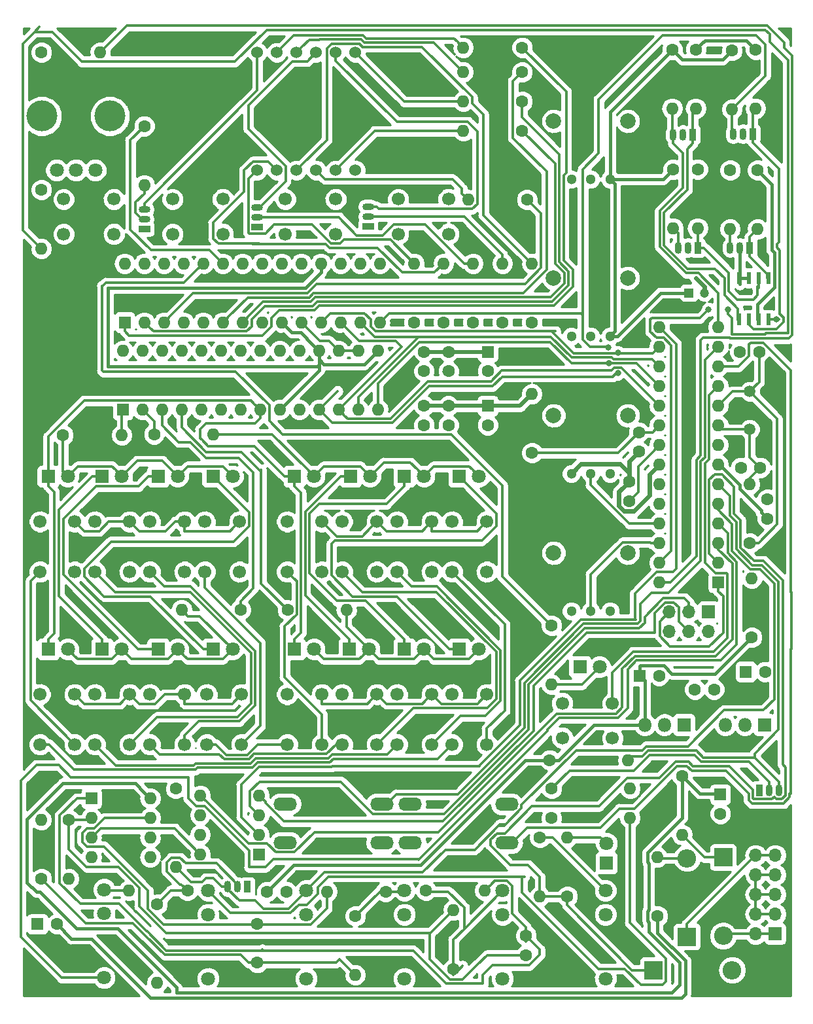
<source format=gbr>
G04 #@! TF.GenerationSoftware,KiCad,Pcbnew,(5.0.0)*
G04 #@! TF.CreationDate,2018-08-16T22:16:20-07:00*
G04 #@! TF.ProjectId,Super Sixteen v1,5375706572205369787465656E207631,rev?*
G04 #@! TF.SameCoordinates,Original*
G04 #@! TF.FileFunction,Copper,L1,Top,Signal*
G04 #@! TF.FilePolarity,Positive*
%FSLAX46Y46*%
G04 Gerber Fmt 4.6, Leading zero omitted, Abs format (unit mm)*
G04 Created by KiCad (PCBNEW (5.0.0)) date 08/16/18 22:16:20*
%MOMM*%
%LPD*%
G01*
G04 APERTURE LIST*
G04 #@! TA.AperFunction,ComponentPad*
%ADD10C,1.600000*%
G04 #@! TD*
G04 #@! TA.AperFunction,ComponentPad*
%ADD11O,1.600000X1.600000*%
G04 #@! TD*
G04 #@! TA.AperFunction,WasherPad*
%ADD12C,4.000000*%
G04 #@! TD*
G04 #@! TA.AperFunction,ComponentPad*
%ADD13C,1.800000*%
G04 #@! TD*
G04 #@! TA.AperFunction,ComponentPad*
%ADD14R,1.600000X1.600000*%
G04 #@! TD*
G04 #@! TA.AperFunction,ComponentPad*
%ADD15C,1.300000*%
G04 #@! TD*
G04 #@! TA.AperFunction,ComponentPad*
%ADD16C,2.000000*%
G04 #@! TD*
G04 #@! TA.AperFunction,ComponentPad*
%ADD17O,1.500000X0.900000*%
G04 #@! TD*
G04 #@! TA.AperFunction,ComponentPad*
%ADD18R,1.500000X0.900000*%
G04 #@! TD*
G04 #@! TA.AperFunction,ComponentPad*
%ADD19C,1.700000*%
G04 #@! TD*
G04 #@! TA.AperFunction,ComponentPad*
%ADD20C,1.524000*%
G04 #@! TD*
G04 #@! TA.AperFunction,ComponentPad*
%ADD21R,1.800000X1.800000*%
G04 #@! TD*
G04 #@! TA.AperFunction,ComponentPad*
%ADD22C,1.200000*%
G04 #@! TD*
G04 #@! TA.AperFunction,ComponentPad*
%ADD23R,1.200000X1.200000*%
G04 #@! TD*
G04 #@! TA.AperFunction,ComponentPad*
%ADD24O,2.400000X2.400000*%
G04 #@! TD*
G04 #@! TA.AperFunction,ComponentPad*
%ADD25R,2.400000X2.400000*%
G04 #@! TD*
G04 #@! TA.AperFunction,ComponentPad*
%ADD26O,1.700000X1.700000*%
G04 #@! TD*
G04 #@! TA.AperFunction,ComponentPad*
%ADD27R,1.700000X1.700000*%
G04 #@! TD*
G04 #@! TA.AperFunction,ComponentPad*
%ADD28R,0.900000X1.500000*%
G04 #@! TD*
G04 #@! TA.AperFunction,ComponentPad*
%ADD29O,0.900000X1.500000*%
G04 #@! TD*
G04 #@! TA.AperFunction,ComponentPad*
%ADD30O,1.800000X1.800000*%
G04 #@! TD*
G04 #@! TA.AperFunction,ComponentPad*
%ADD31C,1.500000*%
G04 #@! TD*
G04 #@! TA.AperFunction,SMDPad,CuDef*
%ADD32R,0.600000X1.550000*%
G04 #@! TD*
G04 #@! TA.AperFunction,ComponentPad*
%ADD33O,3.048000X1.727200*%
G04 #@! TD*
G04 #@! TA.AperFunction,ViaPad*
%ADD34C,0.800000*%
G04 #@! TD*
G04 #@! TA.AperFunction,Conductor*
%ADD35C,0.400000*%
G04 #@! TD*
G04 #@! TA.AperFunction,Conductor*
%ADD36C,0.508000*%
G04 #@! TD*
G04 #@! TA.AperFunction,Conductor*
%ADD37C,0.350000*%
G04 #@! TD*
G04 #@! TA.AperFunction,Conductor*
%ADD38C,0.600000*%
G04 #@! TD*
G04 #@! TA.AperFunction,NonConductor*
%ADD39C,0.254000*%
G04 #@! TD*
G04 APERTURE END LIST*
D10*
G04 #@! TO.P,R35,1*
G04 #@! TO.N,Net-(J1-Pad1)*
X140716000Y-134620000D03*
D11*
G04 #@! TO.P,R35,2*
G04 #@! TO.N,Gate*
X140716000Y-142240000D03*
G04 #@! TD*
D10*
G04 #@! TO.P,C17,2*
G04 #@! TO.N,Net-(C17-Pad2)*
X138938000Y-149820000D03*
G04 #@! TO.P,C17,1*
G04 #@! TO.N,Net-(C17-Pad1)*
X138938000Y-147320000D03*
G04 #@! TD*
D12*
G04 #@! TO.P,SW1,0*
G04 #@! TO.N,*
X85085000Y-41260000D03*
X76285000Y-41260000D03*
D13*
G04 #@! TO.P,SW1,1*
G04 #@! TO.N,N/C*
X83185000Y-48260000D03*
G04 #@! TO.P,SW1,2*
X80685000Y-48260000D03*
G04 #@! TO.P,SW1,3*
X78185000Y-48260000D03*
G04 #@! TD*
D11*
G04 #@! TO.P,R30,2*
G04 #@! TO.N,ClockIn*
X93599000Y-138430000D03*
D10*
G04 #@! TO.P,R30,1*
G04 #@! TO.N,+5V*
X93599000Y-128270000D03*
G04 #@! TD*
D11*
G04 #@! TO.P,U8,8*
G04 #@! TO.N,Net-(U7-Pad3)*
X96774000Y-136779000D03*
G04 #@! TO.P,U8,4*
G04 #@! TO.N,MOSI*
X104394000Y-129159000D03*
G04 #@! TO.P,U8,7*
G04 #@! TO.N,GND*
X96774000Y-134239000D03*
G04 #@! TO.P,U8,3*
G04 #@! TO.N,SCK*
X104394000Y-131699000D03*
G04 #@! TO.P,U8,6*
G04 #@! TO.N,Net-(U7-Pad5)*
X96774000Y-131699000D03*
G04 #@! TO.P,U8,2*
G04 #@! TO.N,CS1*
X104394000Y-134239000D03*
G04 #@! TO.P,U8,5*
G04 #@! TO.N,LDAC*
X96774000Y-129159000D03*
D14*
G04 #@! TO.P,U8,1*
G04 #@! TO.N,+5V*
X104394000Y-136779000D03*
G04 #@! TD*
G04 #@! TO.P,U2,1*
G04 #@! TO.N,RESET*
X163830000Y-101600000D03*
D11*
G04 #@! TO.P,U2,15*
G04 #@! TO.N,CS1*
X156210000Y-68580000D03*
G04 #@! TO.P,U2,2*
G04 #@! TO.N,Gate*
X163830000Y-99060000D03*
G04 #@! TO.P,U2,16*
G04 #@! TO.N,CS0*
X156210000Y-71120000D03*
G04 #@! TO.P,U2,3*
G04 #@! TO.N,LDAC*
X163830000Y-96520000D03*
G04 #@! TO.P,U2,17*
G04 #@! TO.N,MOSI*
X156210000Y-73660000D03*
G04 #@! TO.P,U2,4*
G04 #@! TO.N,ClockOut*
X163830000Y-93980000D03*
G04 #@! TO.P,U2,18*
G04 #@! TO.N,MISO*
X156210000Y-76200000D03*
G04 #@! TO.P,U2,5*
G04 #@! TO.N,ClockIn*
X163830000Y-91440000D03*
G04 #@! TO.P,U2,19*
G04 #@! TO.N,SCK*
X156210000Y-78740000D03*
G04 #@! TO.P,U2,6*
G04 #@! TO.N,ResetIn*
X163830000Y-88900000D03*
G04 #@! TO.P,U2,20*
G04 #@! TO.N,Net-(C5-Pad1)*
X156210000Y-81280000D03*
G04 #@! TO.P,U2,7*
G04 #@! TO.N,+5V*
X163830000Y-86360000D03*
G04 #@! TO.P,U2,21*
G04 #@! TO.N,Net-(C7-Pad1)*
X156210000Y-83820000D03*
G04 #@! TO.P,U2,8*
G04 #@! TO.N,GND*
X163830000Y-83820000D03*
G04 #@! TO.P,U2,22*
X156210000Y-86360000D03*
G04 #@! TO.P,U2,9*
G04 #@! TO.N,Net-(C2-Pad2)*
X163830000Y-81280000D03*
G04 #@! TO.P,U2,23*
G04 #@! TO.N,Net-(RV1-Pad2)*
X156210000Y-88900000D03*
G04 #@! TO.P,U2,10*
G04 #@! TO.N,Net-(C6-Pad2)*
X163830000Y-78740000D03*
G04 #@! TO.P,U2,24*
G04 #@! TO.N,Net-(RV2-Pad2)*
X156210000Y-91440000D03*
G04 #@! TO.P,U2,11*
G04 #@! TO.N,Net-(S23-Pad2)*
X163830000Y-76200000D03*
G04 #@! TO.P,U2,25*
G04 #@! TO.N,Net-(RV3-Pad2)*
X156210000Y-93980000D03*
G04 #@! TO.P,U2,12*
G04 #@! TO.N,Net-(SW3-Pad2)*
X163830000Y-73660000D03*
G04 #@! TO.P,U2,26*
G04 #@! TO.N,Net-(RV4-Pad2)*
X156210000Y-96520000D03*
G04 #@! TO.P,U2,13*
G04 #@! TO.N,Net-(SW2-Pad2)*
X163830000Y-71120000D03*
G04 #@! TO.P,U2,27*
G04 #@! TO.N,Net-(R8-Pad2)*
X156210000Y-99060000D03*
G04 #@! TO.P,U2,14*
G04 #@! TO.N,CS2*
X163830000Y-68580000D03*
G04 #@! TO.P,U2,28*
G04 #@! TO.N,Net-(R7-Pad2)*
X156210000Y-101600000D03*
G04 #@! TD*
D10*
G04 #@! TO.P,R13,1*
G04 #@! TO.N,/A2*
X89535000Y-42545000D03*
D11*
G04 #@! TO.P,R13,2*
G04 #@! TO.N,Net-(Q3-Pad2)*
X89535000Y-50165000D03*
G04 #@! TD*
G04 #@! TO.P,R14,2*
G04 #@! TO.N,Net-(Q4-Pad2)*
X132080000Y-60325000D03*
D10*
G04 #@! TO.P,R14,1*
G04 #@! TO.N,/A1*
X132080000Y-67945000D03*
G04 #@! TD*
G04 #@! TO.P,R24,1*
G04 #@! TO.N,Net-(R24-Pad1)*
X124460000Y-67945000D03*
D11*
G04 #@! TO.P,R24,2*
G04 #@! TO.N,Net-(J9-Pad1)*
X124460000Y-60325000D03*
G04 #@! TD*
D15*
G04 #@! TO.P,RV2,1*
G04 #@! TO.N,GND*
X144820000Y-69730000D03*
G04 #@! TO.P,RV2,2*
G04 #@! TO.N,Net-(RV2-Pad2)*
X147320000Y-69730000D03*
G04 #@! TO.P,RV2,3*
G04 #@! TO.N,+5V*
X149820000Y-69730000D03*
D16*
G04 #@! TO.P,RV2,*
G04 #@! TO.N,*
X142520000Y-62230000D03*
X152120000Y-62230000D03*
G04 #@! TD*
D17*
G04 #@! TO.P,Q3,2*
G04 #@! TO.N,Net-(Q3-Pad2)*
X89535000Y-54610000D03*
G04 #@! TO.P,Q3,3*
G04 #@! TO.N,Net-(J9-Pad12)*
X89535000Y-53340000D03*
D18*
G04 #@! TO.P,Q3,1*
G04 #@! TO.N,GND*
X89535000Y-55880000D03*
G04 #@! TD*
D10*
G04 #@! TO.P,R22,1*
G04 #@! TO.N,Net-(R22-Pad1)*
X139065000Y-52070000D03*
D11*
G04 #@! TO.P,R22,2*
G04 #@! TO.N,Net-(J9-Pad4)*
X131445000Y-52070000D03*
G04 #@! TD*
D19*
G04 #@! TO.P,S20,1*
G04 #@! TO.N,N/C*
X128905000Y-56515000D03*
G04 #@! TO.P,S20,2*
G04 #@! TO.N,/A4*
X122405000Y-56515000D03*
G04 #@! TO.P,S20,3*
G04 #@! TO.N,N/C*
X128905000Y-52015000D03*
G04 #@! TO.P,S20,4*
G04 #@! TO.N,GND*
X122405000Y-52015000D03*
G04 #@! TD*
D20*
G04 #@! TO.P,J9,1*
G04 #@! TO.N,Net-(J9-Pad1)*
X104140000Y-48260000D03*
G04 #@! TO.P,J9,2*
G04 #@! TO.N,Net-(J9-Pad2)*
X106680000Y-48260000D03*
G04 #@! TO.P,J9,3*
G04 #@! TO.N,Net-(J9-Pad3)*
X109220000Y-48260000D03*
G04 #@! TO.P,J9,4*
G04 #@! TO.N,Net-(J9-Pad4)*
X111760000Y-48260000D03*
G04 #@! TO.P,J9,5*
G04 #@! TO.N,Net-(J9-Pad5)*
X114300000Y-48260000D03*
G04 #@! TO.P,J9,6*
G04 #@! TO.N,N/C*
X116840000Y-48260000D03*
G04 #@! TO.P,J9,7*
G04 #@! TO.N,Net-(J9-Pad7)*
X116840000Y-33020000D03*
G04 #@! TO.P,J9,8*
G04 #@! TO.N,Net-(J9-Pad8)*
X114300000Y-33020000D03*
G04 #@! TO.P,J9,9*
G04 #@! TO.N,Net-(J9-Pad9)*
X111760000Y-33020000D03*
G04 #@! TO.P,J9,10*
G04 #@! TO.N,Net-(J9-Pad10)*
X109220000Y-33020000D03*
G04 #@! TO.P,J9,11*
G04 #@! TO.N,Net-(J9-Pad11)*
X106680000Y-33020000D03*
G04 #@! TO.P,J9,12*
G04 #@! TO.N,Net-(J9-Pad12)*
X104140000Y-33020000D03*
G04 #@! TD*
D21*
G04 #@! TO.P,D11,1*
G04 #@! TO.N,Net-(D11-Pad1)*
X91313000Y-110236000D03*
D13*
G04 #@! TO.P,D11,2*
G04 #@! TO.N,Net-(D10-Pad2)*
X93853000Y-110236000D03*
G04 #@! TD*
D10*
G04 #@! TO.P,R10,1*
G04 #@! TO.N,+5V*
X165608000Y-32766000D03*
D11*
G04 #@! TO.P,R10,2*
G04 #@! TO.N,MISO*
X165608000Y-40386000D03*
G04 #@! TD*
D19*
G04 #@! TO.P,S18,4*
G04 #@! TO.N,GND*
X93195000Y-52015000D03*
G04 #@! TO.P,S18,3*
G04 #@! TO.N,N/C*
X99695000Y-52015000D03*
G04 #@! TO.P,S18,2*
G04 #@! TO.N,/A6*
X93195000Y-56515000D03*
G04 #@! TO.P,S18,1*
G04 #@! TO.N,N/C*
X99695000Y-56515000D03*
G04 #@! TD*
G04 #@! TO.P,S19,4*
G04 #@! TO.N,GND*
X107800000Y-52015000D03*
G04 #@! TO.P,S19,3*
G04 #@! TO.N,N/C*
X114300000Y-52015000D03*
G04 #@! TO.P,S19,2*
G04 #@! TO.N,/A5*
X107800000Y-56515000D03*
G04 #@! TO.P,S19,1*
G04 #@! TO.N,N/C*
X114300000Y-56515000D03*
G04 #@! TD*
G04 #@! TO.P,S17,1*
G04 #@! TO.N,N/C*
X85598000Y-56515000D03*
G04 #@! TO.P,S17,2*
G04 #@! TO.N,/A7*
X79098000Y-56515000D03*
G04 #@! TO.P,S17,3*
G04 #@! TO.N,N/C*
X85598000Y-52015000D03*
G04 #@! TO.P,S17,4*
G04 #@! TO.N,GND*
X79098000Y-52015000D03*
G04 #@! TD*
D13*
G04 #@! TO.P,D5,2*
G04 #@! TO.N,Net-(D5-Pad2)*
X111506000Y-87884000D03*
D21*
G04 #@! TO.P,D5,1*
G04 #@! TO.N,Net-(D1-Pad1)*
X108966000Y-87884000D03*
G04 #@! TD*
G04 #@! TO.P,D9,1*
G04 #@! TO.N,Net-(D1-Pad1)*
X77089000Y-110236000D03*
D13*
G04 #@! TO.P,D9,2*
G04 #@! TO.N,Net-(D10-Pad2)*
X79629000Y-110236000D03*
G04 #@! TD*
D14*
G04 #@! TO.P,C1,1*
G04 #@! TO.N,+5V*
X153670000Y-113665000D03*
D10*
G04 #@! TO.P,C1,2*
G04 #@! TO.N,GND*
X156170000Y-113665000D03*
G04 #@! TD*
G04 #@! TO.P,C2,1*
G04 #@! TO.N,GND*
X166751000Y-86741000D03*
G04 #@! TO.P,C2,2*
G04 #@! TO.N,Net-(C2-Pad2)*
X169251000Y-86741000D03*
G04 #@! TD*
D22*
G04 #@! TO.P,C3,2*
G04 #@! TO.N,GND*
X162020000Y-64135000D03*
D23*
G04 #@! TO.P,C3,1*
G04 #@! TO.N,+5V*
X160020000Y-64135000D03*
G04 #@! TD*
D10*
G04 #@! TO.P,C4,1*
G04 #@! TO.N,+5V*
X170180000Y-93345000D03*
G04 #@! TO.P,C4,2*
G04 #@! TO.N,GND*
X170180000Y-90845000D03*
G04 #@! TD*
G04 #@! TO.P,C5,1*
G04 #@! TO.N,Net-(C5-Pad1)*
X153543000Y-82169000D03*
G04 #@! TO.P,C5,2*
G04 #@! TO.N,GND*
X153543000Y-84669000D03*
G04 #@! TD*
G04 #@! TO.P,C6,2*
G04 #@! TO.N,Net-(C6-Pad2)*
X169124000Y-71755000D03*
G04 #@! TO.P,C6,1*
G04 #@! TO.N,GND*
X166624000Y-71755000D03*
G04 #@! TD*
G04 #@! TO.P,C7,2*
G04 #@! TO.N,GND*
X152273000Y-88559000D03*
G04 #@! TO.P,C7,1*
G04 #@! TO.N,Net-(C7-Pad1)*
X152273000Y-91059000D03*
G04 #@! TD*
G04 #@! TO.P,C8,2*
G04 #@! TO.N,GND*
X133985000Y-81240000D03*
D14*
G04 #@! TO.P,C8,1*
G04 #@! TO.N,+5V*
X133985000Y-78740000D03*
G04 #@! TD*
D10*
G04 #@! TO.P,C9,2*
G04 #@! TO.N,GND*
X128905000Y-74255000D03*
G04 #@! TO.P,C9,1*
G04 #@! TO.N,+5V*
X128905000Y-71755000D03*
G04 #@! TD*
G04 #@! TO.P,C10,2*
G04 #@! TO.N,GND*
X125730000Y-81240000D03*
G04 #@! TO.P,C10,1*
G04 #@! TO.N,+5V*
X125730000Y-78740000D03*
G04 #@! TD*
D14*
G04 #@! TO.P,C11,1*
G04 #@! TO.N,+3V3*
X167386000Y-113157000D03*
D10*
G04 #@! TO.P,C11,2*
G04 #@! TO.N,GND*
X169886000Y-113157000D03*
G04 #@! TD*
D14*
G04 #@! TO.P,C12,1*
G04 #@! TO.N,+5V*
X133985000Y-71755000D03*
D10*
G04 #@! TO.P,C12,2*
G04 #@! TO.N,GND*
X133985000Y-74255000D03*
G04 #@! TD*
G04 #@! TO.P,C13,1*
G04 #@! TO.N,+5V*
X128905000Y-78740000D03*
G04 #@! TO.P,C13,2*
G04 #@! TO.N,GND*
X128905000Y-81240000D03*
G04 #@! TD*
G04 #@! TO.P,C14,2*
G04 #@! TO.N,GND*
X125730000Y-74255000D03*
G04 #@! TO.P,C14,1*
G04 #@! TO.N,+5V*
X125730000Y-71755000D03*
G04 #@! TD*
G04 #@! TO.P,C15,1*
G04 #@! TO.N,GND*
X160782000Y-115443000D03*
G04 #@! TO.P,C15,2*
G04 #@! TO.N,+3V3*
X163282000Y-115443000D03*
G04 #@! TD*
G04 #@! TO.P,C16,2*
G04 #@! TO.N,GND*
X107910000Y-141605000D03*
G04 #@! TO.P,C16,1*
G04 #@! TO.N,+5V*
X105410000Y-141605000D03*
G04 #@! TD*
D14*
G04 #@! TO.P,C18,1*
G04 #@! TO.N,+12V*
X164084000Y-129032000D03*
D10*
G04 #@! TO.P,C18,2*
G04 #@! TO.N,GND*
X164084000Y-131532000D03*
G04 #@! TD*
G04 #@! TO.P,C19,2*
G04 #@! TO.N,-12VA*
X78192000Y-145796000D03*
D14*
G04 #@! TO.P,C19,1*
G04 #@! TO.N,GND*
X75692000Y-145796000D03*
G04 #@! TD*
D13*
G04 #@! TO.P,D1,2*
G04 #@! TO.N,Net-(D1-Pad2)*
X79629000Y-87884000D03*
D21*
G04 #@! TO.P,D1,1*
G04 #@! TO.N,Net-(D1-Pad1)*
X77089000Y-87884000D03*
G04 #@! TD*
D13*
G04 #@! TO.P,D2,2*
G04 #@! TO.N,Net-(D1-Pad2)*
X86614000Y-87884000D03*
D21*
G04 #@! TO.P,D2,1*
G04 #@! TO.N,Net-(D10-Pad1)*
X84074000Y-87884000D03*
G04 #@! TD*
G04 #@! TO.P,D3,1*
G04 #@! TO.N,Net-(D11-Pad1)*
X91313000Y-87884000D03*
D13*
G04 #@! TO.P,D3,2*
G04 #@! TO.N,Net-(D1-Pad2)*
X93853000Y-87884000D03*
G04 #@! TD*
D21*
G04 #@! TO.P,D4,1*
G04 #@! TO.N,Net-(D12-Pad1)*
X98425000Y-87884000D03*
D13*
G04 #@! TO.P,D4,2*
G04 #@! TO.N,Net-(D1-Pad2)*
X100965000Y-87884000D03*
G04 #@! TD*
G04 #@! TO.P,D6,2*
G04 #@! TO.N,Net-(D5-Pad2)*
X118745000Y-87884000D03*
D21*
G04 #@! TO.P,D6,1*
G04 #@! TO.N,Net-(D10-Pad1)*
X116205000Y-87884000D03*
G04 #@! TD*
D13*
G04 #@! TO.P,D7,2*
G04 #@! TO.N,Net-(D5-Pad2)*
X125730000Y-87884000D03*
D21*
G04 #@! TO.P,D7,1*
G04 #@! TO.N,Net-(D11-Pad1)*
X123190000Y-87884000D03*
G04 #@! TD*
D13*
G04 #@! TO.P,D8,2*
G04 #@! TO.N,Net-(D5-Pad2)*
X132842000Y-87884000D03*
D21*
G04 #@! TO.P,D8,1*
G04 #@! TO.N,Net-(D12-Pad1)*
X130302000Y-87884000D03*
G04 #@! TD*
G04 #@! TO.P,D10,1*
G04 #@! TO.N,Net-(D10-Pad1)*
X84074000Y-110236000D03*
D13*
G04 #@! TO.P,D10,2*
G04 #@! TO.N,Net-(D10-Pad2)*
X86614000Y-110236000D03*
G04 #@! TD*
D21*
G04 #@! TO.P,D12,1*
G04 #@! TO.N,Net-(D12-Pad1)*
X98425000Y-110236000D03*
D13*
G04 #@! TO.P,D12,2*
G04 #@! TO.N,Net-(D10-Pad2)*
X100965000Y-110236000D03*
G04 #@! TD*
G04 #@! TO.P,D13,2*
G04 #@! TO.N,Net-(D13-Pad2)*
X111506000Y-110236000D03*
D21*
G04 #@! TO.P,D13,1*
G04 #@! TO.N,Net-(D1-Pad1)*
X108966000Y-110236000D03*
G04 #@! TD*
D13*
G04 #@! TO.P,D14,2*
G04 #@! TO.N,Net-(D13-Pad2)*
X118618000Y-110236000D03*
D21*
G04 #@! TO.P,D14,1*
G04 #@! TO.N,Net-(D10-Pad1)*
X116078000Y-110236000D03*
G04 #@! TD*
G04 #@! TO.P,D15,1*
G04 #@! TO.N,Net-(D11-Pad1)*
X123190000Y-110236000D03*
D13*
G04 #@! TO.P,D15,2*
G04 #@! TO.N,Net-(D13-Pad2)*
X125730000Y-110236000D03*
G04 #@! TD*
D21*
G04 #@! TO.P,D16,1*
G04 #@! TO.N,Net-(D12-Pad1)*
X130302000Y-110236000D03*
D13*
G04 #@! TO.P,D16,2*
G04 #@! TO.N,Net-(D13-Pad2)*
X132842000Y-110236000D03*
G04 #@! TD*
D21*
G04 #@! TO.P,D18,1*
G04 #@! TO.N,GND*
X145923000Y-112522000D03*
D13*
G04 #@! TO.P,D18,2*
G04 #@! TO.N,Net-(D18-Pad2)*
X148463000Y-112522000D03*
G04 #@! TD*
G04 #@! TO.P,D19,2*
G04 #@! TO.N,Net-(D19-Pad2)*
X149352000Y-135382000D03*
D21*
G04 #@! TO.P,D19,1*
G04 #@! TO.N,GND*
X149352000Y-137922000D03*
G04 #@! TD*
D24*
G04 #@! TO.P,D20,2*
G04 #@! TO.N,GND*
X165608000Y-151765000D03*
D25*
G04 #@! TO.P,D20,1*
G04 #@! TO.N,Gate*
X155448000Y-151765000D03*
G04 #@! TD*
G04 #@! TO.P,D21,1*
G04 #@! TO.N,Net-(D21-Pad1)*
X164465000Y-137160000D03*
D24*
G04 #@! TO.P,D21,2*
G04 #@! TO.N,Net-(D21-Pad2)*
X164465000Y-147320000D03*
G04 #@! TD*
G04 #@! TO.P,D22,2*
G04 #@! TO.N,Net-(D22-Pad2)*
X159766000Y-137287000D03*
D25*
G04 #@! TO.P,D22,1*
G04 #@! TO.N,Net-(D22-Pad1)*
X159766000Y-147447000D03*
G04 #@! TD*
D13*
G04 #@! TO.P,J1,2*
G04 #@! TO.N,GND*
X149225000Y-144575000D03*
G04 #@! TO.P,J1,1*
G04 #@! TO.N,Net-(J1-Pad1)*
X149225000Y-141475000D03*
G04 #@! TO.P,J1,3*
G04 #@! TO.N,N/C*
X149225000Y-152875000D03*
G04 #@! TD*
G04 #@! TO.P,J2,3*
G04 #@! TO.N,N/C*
X110490000Y-152875000D03*
G04 #@! TO.P,J2,1*
G04 #@! TO.N,ClockIn*
X110490000Y-141475000D03*
G04 #@! TO.P,J2,2*
G04 #@! TO.N,GND*
X110490000Y-144575000D03*
G04 #@! TD*
G04 #@! TO.P,J3,3*
G04 #@! TO.N,ClockOut*
X84328000Y-152748000D03*
G04 #@! TO.P,J3,1*
G04 #@! TO.N,Net-(J3-Pad1)*
X84328000Y-141348000D03*
G04 #@! TO.P,J3,2*
G04 #@! TO.N,GND*
X84328000Y-144448000D03*
G04 #@! TD*
D26*
G04 #@! TO.P,J4,10*
G04 #@! TO.N,Net-(D22-Pad1)*
X168656000Y-136906000D03*
G04 #@! TO.P,J4,9*
X171196000Y-136906000D03*
G04 #@! TO.P,J4,8*
G04 #@! TO.N,GND*
X168656000Y-139446000D03*
G04 #@! TO.P,J4,7*
X171196000Y-139446000D03*
G04 #@! TO.P,J4,6*
X168656000Y-141986000D03*
G04 #@! TO.P,J4,5*
X171196000Y-141986000D03*
G04 #@! TO.P,J4,4*
X168656000Y-144526000D03*
G04 #@! TO.P,J4,3*
X171196000Y-144526000D03*
G04 #@! TO.P,J4,2*
G04 #@! TO.N,Net-(D21-Pad2)*
X168656000Y-147066000D03*
D27*
G04 #@! TO.P,J4,1*
X171196000Y-147066000D03*
G04 #@! TD*
D26*
G04 #@! TO.P,J5,6*
G04 #@! TO.N,GND*
X157480000Y-107950000D03*
G04 #@! TO.P,J5,5*
G04 #@! TO.N,RESET*
X157480000Y-105410000D03*
G04 #@! TO.P,J5,4*
G04 #@! TO.N,MOSI*
X160020000Y-107950000D03*
G04 #@! TO.P,J5,3*
G04 #@! TO.N,SCK*
X160020000Y-105410000D03*
G04 #@! TO.P,J5,2*
G04 #@! TO.N,+5V*
X162560000Y-107950000D03*
D27*
G04 #@! TO.P,J5,1*
G04 #@! TO.N,MISO*
X162560000Y-105410000D03*
G04 #@! TD*
D13*
G04 #@! TO.P,J6,3*
G04 #@! TO.N,N/C*
X135890000Y-152875000D03*
G04 #@! TO.P,J6,1*
G04 #@! TO.N,Pitch*
X135890000Y-141475000D03*
G04 #@! TO.P,J6,2*
G04 #@! TO.N,GND*
X135890000Y-144575000D03*
G04 #@! TD*
G04 #@! TO.P,J7,2*
G04 #@! TO.N,GND*
X123190000Y-144575000D03*
G04 #@! TO.P,J7,1*
G04 #@! TO.N,CV*
X123190000Y-141475000D03*
G04 #@! TO.P,J7,3*
G04 #@! TO.N,N/C*
X123190000Y-152875000D03*
G04 #@! TD*
G04 #@! TO.P,J8,2*
G04 #@! TO.N,GND*
X97790000Y-144575000D03*
G04 #@! TO.P,J8,1*
G04 #@! TO.N,Net-(J8-Pad1)*
X97790000Y-141475000D03*
G04 #@! TO.P,J8,3*
G04 #@! TO.N,N/C*
X97790000Y-152875000D03*
G04 #@! TD*
D11*
G04 #@! TO.P,L1,2*
G04 #@! TO.N,+5V*
X139700000Y-77216000D03*
D10*
G04 #@! TO.P,L1,1*
G04 #@! TO.N,Net-(C5-Pad1)*
X139700000Y-84836000D03*
G04 #@! TD*
G04 #@! TO.P,L2,1*
G04 #@! TO.N,+12V*
X159131000Y-126619000D03*
D11*
G04 #@! TO.P,L2,2*
G04 #@! TO.N,Net-(D21-Pad1)*
X159131000Y-134239000D03*
G04 #@! TD*
G04 #@! TO.P,L3,2*
G04 #@! TO.N,Net-(D22-Pad2)*
X155956000Y-137160000D03*
D10*
G04 #@! TO.P,L3,1*
G04 #@! TO.N,-12VA*
X155956000Y-144780000D03*
G04 #@! TD*
D28*
G04 #@! TO.P,Q1,1*
G04 #@! TO.N,Net-(Q1-Pad1)*
X168275000Y-43561000D03*
D29*
G04 #@! TO.P,Q1,3*
G04 #@! TO.N,MISO*
X165735000Y-43561000D03*
G04 #@! TO.P,Q1,2*
G04 #@! TO.N,+3V3*
X167005000Y-43561000D03*
G04 #@! TD*
D28*
G04 #@! TO.P,Q2,1*
G04 #@! TO.N,Net-(Q2-Pad1)*
X167894000Y-58293000D03*
D29*
G04 #@! TO.P,Q2,3*
G04 #@! TO.N,MOSI*
X165354000Y-58293000D03*
G04 #@! TO.P,Q2,2*
G04 #@! TO.N,+3V3*
X166624000Y-58293000D03*
G04 #@! TD*
D18*
G04 #@! TO.P,Q4,1*
G04 #@! TO.N,GND*
X104140000Y-55626000D03*
D17*
G04 #@! TO.P,Q4,3*
G04 #@! TO.N,Net-(J9-Pad9)*
X104140000Y-53086000D03*
G04 #@! TO.P,Q4,2*
G04 #@! TO.N,Net-(Q4-Pad2)*
X104140000Y-54356000D03*
G04 #@! TD*
G04 #@! TO.P,Q5,2*
G04 #@! TO.N,Net-(Q5-Pad2)*
X118491000Y-54229000D03*
G04 #@! TO.P,Q5,3*
G04 #@! TO.N,Net-(J9-Pad8)*
X118491000Y-52959000D03*
D18*
G04 #@! TO.P,Q5,1*
G04 #@! TO.N,GND*
X118491000Y-55499000D03*
G04 #@! TD*
D28*
G04 #@! TO.P,Q6,1*
G04 #@! TO.N,Net-(Q6-Pad1)*
X160528000Y-43688000D03*
D29*
G04 #@! TO.P,Q6,3*
G04 #@! TO.N,CS2*
X157988000Y-43688000D03*
G04 #@! TO.P,Q6,2*
G04 #@! TO.N,+3V3*
X159258000Y-43688000D03*
G04 #@! TD*
G04 #@! TO.P,Q7,2*
G04 #@! TO.N,+3V3*
X159893000Y-58293000D03*
G04 #@! TO.P,Q7,3*
G04 #@! TO.N,SCK*
X158623000Y-58293000D03*
D28*
G04 #@! TO.P,Q7,1*
G04 #@! TO.N,Net-(Q7-Pad1)*
X161163000Y-58293000D03*
G04 #@! TD*
D11*
G04 #@! TO.P,R1,2*
G04 #@! TO.N,Net-(R1-Pad2)*
X86614000Y-82550000D03*
D10*
G04 #@! TO.P,R1,1*
G04 #@! TO.N,Net-(D1-Pad2)*
X78994000Y-82550000D03*
G04 #@! TD*
D11*
G04 #@! TO.P,R2,2*
G04 #@! TO.N,RESET*
X168148000Y-101092000D03*
D10*
G04 #@! TO.P,R2,1*
G04 #@! TO.N,+5V*
X168148000Y-108712000D03*
G04 #@! TD*
G04 #@! TO.P,R3,1*
G04 #@! TO.N,Net-(R3-Pad1)*
X90805000Y-82423000D03*
D11*
G04 #@! TO.P,R3,2*
G04 #@! TO.N,Net-(D5-Pad2)*
X98425000Y-82423000D03*
G04 #@! TD*
G04 #@! TO.P,R4,2*
G04 #@! TO.N,Net-(C2-Pad2)*
X167894000Y-88900000D03*
D10*
G04 #@! TO.P,R4,1*
G04 #@! TO.N,Net-(C6-Pad2)*
X167894000Y-96520000D03*
G04 #@! TD*
D11*
G04 #@! TO.P,R5,2*
G04 #@! TO.N,Net-(D10-Pad2)*
X94361000Y-105156000D03*
D10*
G04 #@! TO.P,R5,1*
G04 #@! TO.N,Net-(R5-Pad1)*
X101981000Y-105156000D03*
G04 #@! TD*
G04 #@! TO.P,R6,1*
G04 #@! TO.N,Net-(R6-Pad1)*
X108077000Y-105156000D03*
D11*
G04 #@! TO.P,R6,2*
G04 #@! TO.N,Net-(D13-Pad2)*
X115697000Y-105156000D03*
G04 #@! TD*
G04 #@! TO.P,R7,2*
G04 #@! TO.N,Net-(R7-Pad2)*
X83820000Y-33020000D03*
D10*
G04 #@! TO.P,R7,1*
G04 #@! TO.N,GND*
X76200000Y-33020000D03*
G04 #@! TD*
D11*
G04 #@! TO.P,R8,2*
G04 #@! TO.N,Net-(R8-Pad2)*
X76200000Y-58420000D03*
D10*
G04 #@! TO.P,R8,1*
G04 #@! TO.N,GND*
X76200000Y-50800000D03*
G04 #@! TD*
G04 #@! TO.P,R9,1*
G04 #@! TO.N,+3V3*
X168656000Y-32639000D03*
D11*
G04 #@! TO.P,R9,2*
G04 #@! TO.N,Net-(Q1-Pad1)*
X168656000Y-40259000D03*
G04 #@! TD*
G04 #@! TO.P,R11,2*
G04 #@! TO.N,Net-(Q2-Pad1)*
X168910000Y-55880000D03*
D10*
G04 #@! TO.P,R11,1*
G04 #@! TO.N,+3V3*
X168910000Y-48260000D03*
G04 #@! TD*
G04 #@! TO.P,R12,1*
G04 #@! TO.N,+5V*
X165354000Y-48260000D03*
D11*
G04 #@! TO.P,R12,2*
G04 #@! TO.N,MOSI*
X165354000Y-55880000D03*
G04 #@! TD*
G04 #@! TO.P,R15,2*
G04 #@! TO.N,Net-(Q6-Pad1)*
X160909000Y-40259000D03*
D10*
G04 #@! TO.P,R15,1*
G04 #@! TO.N,+3V3*
X160909000Y-32639000D03*
G04 #@! TD*
G04 #@! TO.P,R16,1*
G04 #@! TO.N,+5V*
X157861000Y-32639000D03*
D11*
G04 #@! TO.P,R16,2*
G04 #@! TO.N,CS2*
X157861000Y-40259000D03*
G04 #@! TD*
D10*
G04 #@! TO.P,R17,1*
G04 #@! TO.N,+3V3*
X161163000Y-48133000D03*
D11*
G04 #@! TO.P,R17,2*
G04 #@! TO.N,Net-(Q7-Pad1)*
X161163000Y-55753000D03*
G04 #@! TD*
G04 #@! TO.P,R18,2*
G04 #@! TO.N,SCK*
X157988000Y-55753000D03*
D10*
G04 #@! TO.P,R18,1*
G04 #@! TO.N,+5V*
X157988000Y-48133000D03*
G04 #@! TD*
D11*
G04 #@! TO.P,R20,2*
G04 #@! TO.N,Net-(J9-Pad11)*
X130810000Y-32385000D03*
D10*
G04 #@! TO.P,R20,1*
G04 #@! TO.N,Net-(R20-Pad1)*
X138430000Y-32385000D03*
G04 #@! TD*
D11*
G04 #@! TO.P,R21,2*
G04 #@! TO.N,Net-(J9-Pad7)*
X130810000Y-39370000D03*
D10*
G04 #@! TO.P,R21,1*
G04 #@! TO.N,Net-(R21-Pad1)*
X138430000Y-39370000D03*
G04 #@! TD*
D11*
G04 #@! TO.P,R23,2*
G04 #@! TO.N,Net-(J9-Pad2)*
X128270000Y-60325000D03*
D10*
G04 #@! TO.P,R23,1*
G04 #@! TO.N,Net-(R23-Pad1)*
X128270000Y-67945000D03*
G04 #@! TD*
D11*
G04 #@! TO.P,R25,2*
G04 #@! TO.N,Net-(J9-Pad10)*
X130810000Y-35560000D03*
D10*
G04 #@! TO.P,R25,1*
G04 #@! TO.N,Net-(R25-Pad1)*
X138430000Y-35560000D03*
G04 #@! TD*
G04 #@! TO.P,R26,1*
G04 #@! TO.N,Net-(R26-Pad1)*
X138430000Y-43180000D03*
D11*
G04 #@! TO.P,R26,2*
G04 #@! TO.N,Net-(J9-Pad5)*
X130810000Y-43180000D03*
G04 #@! TD*
D10*
G04 #@! TO.P,R27,1*
G04 #@! TO.N,Net-(R27-Pad1)*
X139700000Y-67945000D03*
D11*
G04 #@! TO.P,R27,2*
G04 #@! TO.N,Net-(J9-Pad3)*
X139700000Y-60325000D03*
G04 #@! TD*
D10*
G04 #@! TO.P,R28,1*
G04 #@! TO.N,/A3*
X142240000Y-107188000D03*
D11*
G04 #@! TO.P,R28,2*
G04 #@! TO.N,Net-(D18-Pad2)*
X142240000Y-114808000D03*
G04 #@! TD*
D10*
G04 #@! TO.P,R29,1*
G04 #@! TO.N,Gate*
X144272000Y-142240000D03*
D11*
G04 #@! TO.P,R29,2*
G04 #@! TO.N,Net-(D19-Pad2)*
X144272000Y-134620000D03*
G04 #@! TD*
D10*
G04 #@! TO.P,R31,1*
G04 #@! TO.N,Pitch*
X125984000Y-141478000D03*
D11*
G04 #@! TO.P,R31,2*
G04 #@! TO.N,Net-(C17-Pad1)*
X133604000Y-141478000D03*
G04 #@! TD*
G04 #@! TO.P,R32,2*
G04 #@! TO.N,GND*
X79756000Y-139954000D03*
D10*
G04 #@! TO.P,R32,1*
G04 #@! TO.N,Net-(C17-Pad2)*
X79756000Y-132334000D03*
G04 #@! TD*
G04 #@! TO.P,R33,1*
G04 #@! TO.N,Pitch*
X129540000Y-151638000D03*
D11*
G04 #@! TO.P,R33,2*
G04 #@! TO.N,Net-(C17-Pad2)*
X129540000Y-144018000D03*
G04 #@! TD*
G04 #@! TO.P,R34,2*
G04 #@! TO.N,Net-(J3-Pad1)*
X87503000Y-141478000D03*
D10*
G04 #@! TO.P,R34,1*
G04 #@! TO.N,Net-(Q8-Pad2)*
X95123000Y-141478000D03*
G04 #@! TD*
G04 #@! TO.P,R36,1*
G04 #@! TO.N,Net-(Q8-Pad2)*
X91186000Y-143256000D03*
D11*
G04 #@! TO.P,R36,2*
G04 #@! TO.N,GND*
X91186000Y-153416000D03*
G04 #@! TD*
G04 #@! TO.P,R37,2*
G04 #@! TO.N,Net-(C20-Pad1)*
X113157000Y-141605000D03*
D10*
G04 #@! TO.P,R37,1*
G04 #@! TO.N,CV*
X120777000Y-141605000D03*
G04 #@! TD*
G04 #@! TO.P,R38,1*
G04 #@! TO.N,+5V*
X141986000Y-124587000D03*
D11*
G04 #@! TO.P,R38,2*
G04 #@! TO.N,ResetIn*
X152146000Y-124587000D03*
G04 #@! TD*
G04 #@! TO.P,R39,2*
G04 #@! TO.N,GND*
X76200000Y-132334000D03*
D10*
G04 #@! TO.P,R39,1*
G04 #@! TO.N,Net-(C20-Pad2)*
X76200000Y-139954000D03*
G04 #@! TD*
D11*
G04 #@! TO.P,R40,2*
G04 #@! TO.N,Net-(C20-Pad2)*
X116840000Y-152400000D03*
D10*
G04 #@! TO.P,R40,1*
G04 #@! TO.N,CV*
X116840000Y-144780000D03*
G04 #@! TD*
D11*
G04 #@! TO.P,R41,2*
G04 #@! TO.N,Net-(J8-Pad1)*
X152400000Y-132080000D03*
D10*
G04 #@! TO.P,R41,1*
G04 #@! TO.N,Net-(Q9-Pad2)*
X142240000Y-132080000D03*
G04 #@! TD*
D11*
G04 #@! TO.P,R42,2*
G04 #@! TO.N,GND*
X152400000Y-128270000D03*
D10*
G04 #@! TO.P,R42,1*
G04 #@! TO.N,Net-(Q9-Pad2)*
X142240000Y-128270000D03*
G04 #@! TD*
D16*
G04 #@! TO.P,RV1,*
G04 #@! TO.N,*
X152120000Y-41910000D03*
X142520000Y-41910000D03*
D15*
G04 #@! TO.P,RV1,3*
G04 #@! TO.N,+5V*
X149820000Y-49410000D03*
G04 #@! TO.P,RV1,2*
G04 #@! TO.N,Net-(RV1-Pad2)*
X147320000Y-49410000D03*
G04 #@! TO.P,RV1,1*
G04 #@! TO.N,GND*
X144820000Y-49410000D03*
G04 #@! TD*
D16*
G04 #@! TO.P,RV3,*
G04 #@! TO.N,*
X152120000Y-80010000D03*
X142520000Y-80010000D03*
D15*
G04 #@! TO.P,RV3,3*
G04 #@! TO.N,+5V*
X149820000Y-87510000D03*
G04 #@! TO.P,RV3,2*
G04 #@! TO.N,Net-(RV3-Pad2)*
X147320000Y-87510000D03*
G04 #@! TO.P,RV3,1*
G04 #@! TO.N,GND*
X144820000Y-87510000D03*
G04 #@! TD*
G04 #@! TO.P,RV4,1*
G04 #@! TO.N,GND*
X144820000Y-105290000D03*
G04 #@! TO.P,RV4,2*
G04 #@! TO.N,Net-(RV4-Pad2)*
X147320000Y-105290000D03*
G04 #@! TO.P,RV4,3*
G04 #@! TO.N,+5V*
X149820000Y-105290000D03*
D16*
G04 #@! TO.P,RV4,*
G04 #@! TO.N,*
X142520000Y-97790000D03*
X152120000Y-97790000D03*
G04 #@! TD*
D30*
G04 #@! TO.P,U1,3*
G04 #@! TO.N,+5V*
X154305000Y-120015000D03*
G04 #@! TO.P,U1,2*
G04 #@! TO.N,GND*
X156845000Y-120015000D03*
D21*
G04 #@! TO.P,U1,1*
G04 #@! TO.N,+12V*
X159385000Y-120015000D03*
G04 #@! TD*
G04 #@! TO.P,U3,1*
G04 #@! TO.N,GND*
X169799000Y-120015000D03*
D30*
G04 #@! TO.P,U3,2*
G04 #@! TO.N,+3V3*
X167259000Y-120015000D03*
G04 #@! TO.P,U3,3*
G04 #@! TO.N,+12V*
X164719000Y-120015000D03*
G04 #@! TD*
D14*
G04 #@! TO.P,U4,1*
G04 #@! TO.N,Net-(R1-Pad2)*
X86741000Y-79248000D03*
D11*
G04 #@! TO.P,U4,15*
G04 #@! TO.N,+5V*
X119761000Y-71628000D03*
G04 #@! TO.P,U4,2*
G04 #@! TO.N,Net-(R3-Pad1)*
X89281000Y-79248000D03*
G04 #@! TO.P,U4,16*
G04 #@! TO.N,GND*
X117221000Y-71628000D03*
G04 #@! TO.P,U4,3*
G04 #@! TO.N,Net-(R5-Pad1)*
X91821000Y-79248000D03*
G04 #@! TO.P,U4,17*
G04 #@! TO.N,GND*
X114681000Y-71628000D03*
G04 #@! TO.P,U4,4*
G04 #@! TO.N,Net-(R6-Pad1)*
X94361000Y-79248000D03*
G04 #@! TO.P,U4,18*
G04 #@! TO.N,+5V*
X112141000Y-71628000D03*
G04 #@! TO.P,U4,5*
G04 #@! TO.N,Net-(D12-Pad1)*
X96901000Y-79248000D03*
G04 #@! TO.P,U4,19*
G04 #@! TO.N,N/C*
X109601000Y-71628000D03*
G04 #@! TO.P,U4,6*
G04 #@! TO.N,Net-(D11-Pad1)*
X99441000Y-79248000D03*
G04 #@! TO.P,U4,20*
G04 #@! TO.N,N/C*
X107061000Y-71628000D03*
G04 #@! TO.P,U4,7*
G04 #@! TO.N,Net-(D10-Pad1)*
X101981000Y-79248000D03*
G04 #@! TO.P,U4,21*
G04 #@! TO.N,/B0*
X104521000Y-71628000D03*
G04 #@! TO.P,U4,8*
G04 #@! TO.N,Net-(D1-Pad1)*
X104521000Y-79248000D03*
G04 #@! TO.P,U4,22*
G04 #@! TO.N,/B1*
X101981000Y-71628000D03*
G04 #@! TO.P,U4,9*
G04 #@! TO.N,+5V*
X107061000Y-79248000D03*
G04 #@! TO.P,U4,23*
G04 #@! TO.N,/B2*
X99441000Y-71628000D03*
G04 #@! TO.P,U4,10*
G04 #@! TO.N,GND*
X109601000Y-79248000D03*
G04 #@! TO.P,U4,24*
G04 #@! TO.N,/B3*
X96901000Y-71628000D03*
G04 #@! TO.P,U4,11*
G04 #@! TO.N,CS0*
X112141000Y-79248000D03*
G04 #@! TO.P,U4,25*
G04 #@! TO.N,/B4*
X94361000Y-71628000D03*
G04 #@! TO.P,U4,12*
G04 #@! TO.N,SCK*
X114681000Y-79248000D03*
G04 #@! TO.P,U4,26*
G04 #@! TO.N,/B5*
X91821000Y-71628000D03*
G04 #@! TO.P,U4,13*
G04 #@! TO.N,MOSI*
X117221000Y-79248000D03*
G04 #@! TO.P,U4,27*
G04 #@! TO.N,/B6*
X89281000Y-71628000D03*
G04 #@! TO.P,U4,14*
G04 #@! TO.N,MISO*
X119761000Y-79248000D03*
G04 #@! TO.P,U4,28*
G04 #@! TO.N,/B7*
X86741000Y-71628000D03*
G04 #@! TD*
G04 #@! TO.P,U6,28*
G04 #@! TO.N,/A7*
X86995000Y-60325000D03*
G04 #@! TO.P,U6,14*
G04 #@! TO.N,MISO*
X120015000Y-67945000D03*
G04 #@! TO.P,U6,27*
G04 #@! TO.N,/A6*
X89535000Y-60325000D03*
G04 #@! TO.P,U6,13*
G04 #@! TO.N,MOSI*
X117475000Y-67945000D03*
G04 #@! TO.P,U6,26*
G04 #@! TO.N,/A5*
X92075000Y-60325000D03*
G04 #@! TO.P,U6,12*
G04 #@! TO.N,SCK*
X114935000Y-67945000D03*
G04 #@! TO.P,U6,25*
G04 #@! TO.N,/A4*
X94615000Y-60325000D03*
G04 #@! TO.P,U6,11*
G04 #@! TO.N,CS0*
X112395000Y-67945000D03*
G04 #@! TO.P,U6,24*
G04 #@! TO.N,/A3*
X97155000Y-60325000D03*
G04 #@! TO.P,U6,10*
G04 #@! TO.N,GND*
X109855000Y-67945000D03*
G04 #@! TO.P,U6,23*
G04 #@! TO.N,/A2*
X99695000Y-60325000D03*
G04 #@! TO.P,U6,9*
G04 #@! TO.N,+5V*
X107315000Y-67945000D03*
G04 #@! TO.P,U6,22*
G04 #@! TO.N,/A1*
X102235000Y-60325000D03*
G04 #@! TO.P,U6,8*
G04 #@! TO.N,Net-(R27-Pad1)*
X104775000Y-67945000D03*
G04 #@! TO.P,U6,21*
G04 #@! TO.N,/A0*
X104775000Y-60325000D03*
G04 #@! TO.P,U6,7*
G04 #@! TO.N,Net-(R26-Pad1)*
X102235000Y-67945000D03*
G04 #@! TO.P,U6,20*
G04 #@! TO.N,N/C*
X107315000Y-60325000D03*
G04 #@! TO.P,U6,6*
G04 #@! TO.N,Net-(R25-Pad1)*
X99695000Y-67945000D03*
G04 #@! TO.P,U6,19*
G04 #@! TO.N,N/C*
X109855000Y-60325000D03*
G04 #@! TO.P,U6,5*
G04 #@! TO.N,Net-(R24-Pad1)*
X97155000Y-67945000D03*
G04 #@! TO.P,U6,18*
G04 #@! TO.N,+5V*
X112395000Y-60325000D03*
G04 #@! TO.P,U6,4*
G04 #@! TO.N,Net-(R23-Pad1)*
X94615000Y-67945000D03*
G04 #@! TO.P,U6,17*
G04 #@! TO.N,GND*
X114935000Y-60325000D03*
G04 #@! TO.P,U6,3*
G04 #@! TO.N,Net-(R22-Pad1)*
X92075000Y-67945000D03*
G04 #@! TO.P,U6,16*
G04 #@! TO.N,GND*
X117475000Y-60325000D03*
G04 #@! TO.P,U6,2*
G04 #@! TO.N,Net-(R21-Pad1)*
X89535000Y-67945000D03*
G04 #@! TO.P,U6,15*
G04 #@! TO.N,GND*
X120015000Y-60325000D03*
D14*
G04 #@! TO.P,U6,1*
G04 #@! TO.N,Net-(R20-Pad1)*
X86995000Y-67945000D03*
G04 #@! TD*
G04 #@! TO.P,U7,1*
G04 #@! TO.N,Net-(C17-Pad1)*
X82677000Y-129540000D03*
D11*
G04 #@! TO.P,U7,5*
G04 #@! TO.N,Net-(U7-Pad5)*
X90297000Y-137160000D03*
G04 #@! TO.P,U7,2*
G04 #@! TO.N,Net-(C17-Pad2)*
X82677000Y-132080000D03*
G04 #@! TO.P,U7,6*
G04 #@! TO.N,Net-(C20-Pad2)*
X90297000Y-134620000D03*
G04 #@! TO.P,U7,3*
G04 #@! TO.N,Net-(U7-Pad3)*
X82677000Y-134620000D03*
G04 #@! TO.P,U7,7*
G04 #@! TO.N,Net-(C20-Pad1)*
X90297000Y-132080000D03*
G04 #@! TO.P,U7,4*
G04 #@! TO.N,-12VA*
X82677000Y-137160000D03*
G04 #@! TO.P,U7,8*
G04 #@! TO.N,+12V*
X90297000Y-129540000D03*
G04 #@! TD*
D31*
G04 #@! TO.P,Y1,2*
G04 #@! TO.N,Net-(C6-Pad2)*
X167894000Y-76888000D03*
G04 #@! TO.P,Y1,1*
G04 #@! TO.N,Net-(C2-Pad2)*
X167894000Y-81788000D03*
G04 #@! TD*
D19*
G04 #@! TO.P,S1,4*
G04 #@! TO.N,Net-(S1-Pad4)*
X76018000Y-100226000D03*
G04 #@! TO.P,S1,3*
G04 #@! TO.N,N/C*
X76018000Y-93726000D03*
G04 #@! TO.P,S1,2*
X80518000Y-100226000D03*
G04 #@! TO.P,S1,1*
G04 #@! TO.N,/B0*
X80518000Y-93726000D03*
G04 #@! TD*
G04 #@! TO.P,S2,4*
G04 #@! TO.N,Net-(S10-Pad2)*
X83130000Y-100226000D03*
G04 #@! TO.P,S2,3*
G04 #@! TO.N,N/C*
X83130000Y-93726000D03*
G04 #@! TO.P,S2,2*
X87630000Y-100226000D03*
G04 #@! TO.P,S2,1*
G04 #@! TO.N,/B0*
X87630000Y-93726000D03*
G04 #@! TD*
G04 #@! TO.P,S3,1*
G04 #@! TO.N,/B0*
X94742000Y-93726000D03*
G04 #@! TO.P,S3,2*
G04 #@! TO.N,N/C*
X94742000Y-100226000D03*
G04 #@! TO.P,S3,3*
X90242000Y-93726000D03*
G04 #@! TO.P,S3,4*
G04 #@! TO.N,Net-(S11-Pad2)*
X90242000Y-100226000D03*
G04 #@! TD*
G04 #@! TO.P,S4,4*
G04 #@! TO.N,Net-(S12-Pad2)*
X97354000Y-100226000D03*
G04 #@! TO.P,S4,3*
G04 #@! TO.N,N/C*
X97354000Y-93726000D03*
G04 #@! TO.P,S4,2*
X101854000Y-100226000D03*
G04 #@! TO.P,S4,1*
G04 #@! TO.N,/B0*
X101854000Y-93726000D03*
G04 #@! TD*
G04 #@! TO.P,S5,1*
G04 #@! TO.N,/B1*
X112522000Y-93726000D03*
G04 #@! TO.P,S5,2*
G04 #@! TO.N,N/C*
X112522000Y-100226000D03*
G04 #@! TO.P,S5,3*
X108022000Y-93726000D03*
G04 #@! TO.P,S5,4*
G04 #@! TO.N,Net-(S13-Pad2)*
X108022000Y-100226000D03*
G04 #@! TD*
G04 #@! TO.P,S6,1*
G04 #@! TO.N,/B1*
X119634000Y-93726000D03*
G04 #@! TO.P,S6,2*
G04 #@! TO.N,N/C*
X119634000Y-100226000D03*
G04 #@! TO.P,S6,3*
X115134000Y-93726000D03*
G04 #@! TO.P,S6,4*
G04 #@! TO.N,Net-(S14-Pad2)*
X115134000Y-100226000D03*
G04 #@! TD*
G04 #@! TO.P,S7,4*
G04 #@! TO.N,Net-(S15-Pad2)*
X122246000Y-100226000D03*
G04 #@! TO.P,S7,3*
G04 #@! TO.N,N/C*
X122246000Y-93726000D03*
G04 #@! TO.P,S7,2*
X126746000Y-100226000D03*
G04 #@! TO.P,S7,1*
G04 #@! TO.N,/B1*
X126746000Y-93726000D03*
G04 #@! TD*
G04 #@! TO.P,S8,1*
G04 #@! TO.N,/B1*
X133858000Y-93726000D03*
G04 #@! TO.P,S8,2*
G04 #@! TO.N,N/C*
X133858000Y-100226000D03*
G04 #@! TO.P,S8,3*
X129358000Y-93726000D03*
G04 #@! TO.P,S8,4*
G04 #@! TO.N,Net-(S16-Pad2)*
X129358000Y-100226000D03*
G04 #@! TD*
G04 #@! TO.P,S9,1*
G04 #@! TO.N,/B2*
X80518000Y-116078000D03*
G04 #@! TO.P,S9,2*
G04 #@! TO.N,Net-(S1-Pad4)*
X80518000Y-122578000D03*
G04 #@! TO.P,S9,3*
G04 #@! TO.N,N/C*
X76018000Y-116078000D03*
G04 #@! TO.P,S9,4*
G04 #@! TO.N,/B7*
X76018000Y-122578000D03*
G04 #@! TD*
G04 #@! TO.P,S10,4*
G04 #@! TO.N,/B6*
X83130000Y-122578000D03*
G04 #@! TO.P,S10,3*
G04 #@! TO.N,N/C*
X83130000Y-116078000D03*
G04 #@! TO.P,S10,2*
G04 #@! TO.N,Net-(S10-Pad2)*
X87630000Y-122578000D03*
G04 #@! TO.P,S10,1*
G04 #@! TO.N,/B2*
X87630000Y-116078000D03*
G04 #@! TD*
G04 #@! TO.P,S11,4*
G04 #@! TO.N,/B5*
X90242000Y-122578000D03*
G04 #@! TO.P,S11,3*
G04 #@! TO.N,N/C*
X90242000Y-116078000D03*
G04 #@! TO.P,S11,2*
G04 #@! TO.N,Net-(S11-Pad2)*
X94742000Y-122578000D03*
G04 #@! TO.P,S11,1*
G04 #@! TO.N,/B2*
X94742000Y-116078000D03*
G04 #@! TD*
G04 #@! TO.P,S12,4*
G04 #@! TO.N,/B4*
X97608000Y-122578000D03*
G04 #@! TO.P,S12,3*
G04 #@! TO.N,N/C*
X97608000Y-116078000D03*
G04 #@! TO.P,S12,2*
G04 #@! TO.N,Net-(S12-Pad2)*
X102108000Y-122578000D03*
G04 #@! TO.P,S12,1*
G04 #@! TO.N,/B2*
X102108000Y-116078000D03*
G04 #@! TD*
G04 #@! TO.P,S13,4*
G04 #@! TO.N,/B4*
X108022000Y-122578000D03*
G04 #@! TO.P,S13,3*
G04 #@! TO.N,N/C*
X108022000Y-116078000D03*
G04 #@! TO.P,S13,2*
G04 #@! TO.N,Net-(S13-Pad2)*
X112522000Y-122578000D03*
G04 #@! TO.P,S13,1*
G04 #@! TO.N,/B3*
X112522000Y-116078000D03*
G04 #@! TD*
G04 #@! TO.P,S14,1*
G04 #@! TO.N,/B3*
X119634000Y-116078000D03*
G04 #@! TO.P,S14,2*
G04 #@! TO.N,Net-(S14-Pad2)*
X119634000Y-122578000D03*
G04 #@! TO.P,S14,3*
G04 #@! TO.N,N/C*
X115134000Y-116078000D03*
G04 #@! TO.P,S14,4*
G04 #@! TO.N,/B5*
X115134000Y-122578000D03*
G04 #@! TD*
G04 #@! TO.P,S15,1*
G04 #@! TO.N,/B3*
X126746000Y-116078000D03*
G04 #@! TO.P,S15,2*
G04 #@! TO.N,Net-(S15-Pad2)*
X126746000Y-122578000D03*
G04 #@! TO.P,S15,3*
G04 #@! TO.N,N/C*
X122246000Y-116078000D03*
G04 #@! TO.P,S15,4*
G04 #@! TO.N,/B6*
X122246000Y-122578000D03*
G04 #@! TD*
G04 #@! TO.P,S16,1*
G04 #@! TO.N,/B3*
X133858000Y-116078000D03*
G04 #@! TO.P,S16,2*
G04 #@! TO.N,Net-(S16-Pad2)*
X133858000Y-122578000D03*
G04 #@! TO.P,S16,3*
G04 #@! TO.N,N/C*
X129358000Y-116078000D03*
G04 #@! TO.P,S16,4*
G04 #@! TO.N,/B7*
X129358000Y-122578000D03*
G04 #@! TD*
D29*
G04 #@! TO.P,Q8,2*
G04 #@! TO.N,Net-(Q8-Pad2)*
X101600000Y-140970000D03*
G04 #@! TO.P,Q8,3*
G04 #@! TO.N,ClockIn*
X100330000Y-140970000D03*
D28*
G04 #@! TO.P,Q8,1*
G04 #@! TO.N,GND*
X102870000Y-140970000D03*
G04 #@! TD*
G04 #@! TO.P,Q9,1*
G04 #@! TO.N,GND*
X169164000Y-128524000D03*
D29*
G04 #@! TO.P,Q9,3*
G04 #@! TO.N,ResetIn*
X171704000Y-128524000D03*
G04 #@! TO.P,Q9,2*
G04 #@! TO.N,Net-(Q9-Pad2)*
X170434000Y-128524000D03*
G04 #@! TD*
D19*
G04 #@! TO.P,S23,1*
G04 #@! TO.N,N/C*
X143637000Y-117221000D03*
G04 #@! TO.P,S23,2*
G04 #@! TO.N,Net-(S23-Pad2)*
X150137000Y-117221000D03*
G04 #@! TO.P,S23,3*
G04 #@! TO.N,N/C*
X143637000Y-121721000D03*
G04 #@! TO.P,S23,4*
G04 #@! TO.N,GND*
X150137000Y-121721000D03*
G04 #@! TD*
D32*
G04 #@! TO.P,U5,8*
G04 #@! TO.N,+3V3*
X166497000Y-62197000D03*
G04 #@! TO.P,U5,7*
X167767000Y-62197000D03*
G04 #@! TO.P,U5,6*
G04 #@! TO.N,Net-(Q7-Pad1)*
X169037000Y-62197000D03*
G04 #@! TO.P,U5,5*
G04 #@! TO.N,Net-(Q2-Pad1)*
X170307000Y-62197000D03*
G04 #@! TO.P,U5,4*
G04 #@! TO.N,GND*
X170307000Y-67597000D03*
G04 #@! TO.P,U5,3*
G04 #@! TO.N,+3V3*
X169037000Y-67597000D03*
G04 #@! TO.P,U5,2*
G04 #@! TO.N,Net-(Q1-Pad1)*
X167767000Y-67597000D03*
G04 #@! TO.P,U5,1*
G04 #@! TO.N,Net-(Q6-Pad1)*
X166497000Y-67597000D03*
G04 #@! TD*
D11*
G04 #@! TO.P,R19,2*
G04 #@! TO.N,Net-(Q5-Pad2)*
X135890000Y-60325000D03*
D10*
G04 #@! TO.P,R19,1*
G04 #@! TO.N,/A0*
X135890000Y-67945000D03*
G04 #@! TD*
D33*
G04 #@! TO.P,SW2,2*
G04 #@! TO.N,Net-(SW2-Pad2)*
X120269000Y-130255000D03*
G04 #@! TO.P,SW2,1*
G04 #@! TO.N,GND*
X120269000Y-135255000D03*
G04 #@! TO.P,SW2,2*
G04 #@! TO.N,N/C*
X107769000Y-130255000D03*
G04 #@! TO.P,SW2,1*
G04 #@! TO.N,GND*
X107769000Y-135255000D03*
G04 #@! TD*
G04 #@! TO.P,SW3,1*
G04 #@! TO.N,GND*
X136452000Y-130302000D03*
G04 #@! TO.P,SW3,2*
G04 #@! TO.N,Net-(SW3-Pad2)*
X136452000Y-135302000D03*
G04 #@! TO.P,SW3,1*
G04 #@! TO.N,GND*
X123952000Y-130302000D03*
G04 #@! TO.P,SW3,2*
G04 #@! TO.N,N/C*
X123952000Y-135302000D03*
G04 #@! TD*
D10*
G04 #@! TO.P,C20,2*
G04 #@! TO.N,Net-(C20-Pad2)*
X104140000Y-150796000D03*
G04 #@! TO.P,C20,1*
G04 #@! TO.N,Net-(C20-Pad1)*
X104140000Y-145796000D03*
G04 #@! TD*
D34*
G04 #@! TO.N,GND*
X171323000Y-67597000D03*
G04 #@! TO.N,MISO*
X149606000Y-71170800D03*
X149660009Y-73270823D03*
G04 #@! TO.N,Net-(R8-Pad2)*
X165100000Y-66294000D03*
X162560000Y-66294000D03*
G04 #@! TO.N,CS0*
X150855698Y-71882000D03*
X150825200Y-74523600D03*
G04 #@! TD*
D35*
G04 #@! TO.N,+5V*
X107061000Y-79248000D02*
X112141000Y-74168000D01*
X112141000Y-72759370D02*
X112787630Y-73406000D01*
X112141000Y-71628000D02*
X112141000Y-72759370D01*
X117983000Y-73406000D02*
X119761000Y-71628000D01*
X112787630Y-73406000D02*
X117983000Y-73406000D01*
X158660999Y-33438999D02*
X157861000Y-32639000D01*
X159161001Y-33939001D02*
X158660999Y-33438999D01*
X164434999Y-33939001D02*
X159161001Y-33939001D01*
X165608000Y-32766000D02*
X164434999Y-33939001D01*
X111341001Y-70828001D02*
X112141000Y-71628000D01*
X109758001Y-69245001D02*
X111341001Y-70828001D01*
X108615001Y-69245001D02*
X109758001Y-69245001D01*
X107315000Y-67945000D02*
X108615001Y-69245001D01*
D36*
X133985000Y-71755000D02*
X128905000Y-71755000D01*
X125730000Y-71755000D02*
X128905000Y-71755000D01*
X125730000Y-78740000D02*
X128905000Y-78740000D01*
X128905000Y-78740000D02*
X133985000Y-78740000D01*
D35*
X135185000Y-78740000D02*
X133985000Y-78740000D01*
X156711000Y-49410000D02*
X157988000Y-48133000D01*
X149820000Y-49410000D02*
X156711000Y-49410000D01*
X149820000Y-40680000D02*
X157861000Y-32639000D01*
X149820000Y-49410000D02*
X149820000Y-40680000D01*
X154305000Y-114300000D02*
X153670000Y-113665000D01*
X154305000Y-120015000D02*
X154305000Y-114300000D01*
X153032208Y-120015000D02*
X154305000Y-120015000D01*
X147689370Y-120015000D02*
X153032208Y-120015000D01*
X143117370Y-124587000D02*
X147689370Y-120015000D01*
X141986000Y-124587000D02*
X143117370Y-124587000D01*
X105410000Y-141605000D02*
X108879009Y-138135991D01*
X125327618Y-138135991D02*
X138876609Y-124587000D01*
X108879009Y-138135991D02*
X125327618Y-138135991D01*
X140854630Y-124587000D02*
X141986000Y-124587000D01*
X138876609Y-124587000D02*
X140854630Y-124587000D01*
X104394000Y-136779000D02*
X104240389Y-136779000D01*
X150469999Y-50059999D02*
X149820000Y-49410000D01*
X149820000Y-69730000D02*
X150469999Y-69080001D01*
X159020000Y-64135000D02*
X160020000Y-64135000D01*
X156334238Y-64135000D02*
X159020000Y-64135000D01*
X150739238Y-69730000D02*
X156334238Y-64135000D01*
X149820000Y-69730000D02*
X150739238Y-69730000D01*
X111887000Y-73660000D02*
X112141000Y-73406000D01*
X84836000Y-63500000D02*
X84836000Y-73660000D01*
X112395000Y-61456370D02*
X110351370Y-63500000D01*
X112395000Y-60325000D02*
X112395000Y-61456370D01*
X112141000Y-73406000D02*
X112141000Y-71628000D01*
X84836000Y-63500000D02*
X110351370Y-63500000D01*
X84836000Y-73660000D02*
X112141000Y-73660000D01*
X112141000Y-74168000D02*
X112141000Y-73660000D01*
X112141000Y-73660000D02*
X112141000Y-73406000D01*
D36*
X138176000Y-78740000D02*
X139700000Y-77216000D01*
X133985000Y-78740000D02*
X138176000Y-78740000D01*
D37*
G04 #@! TO.N,GND*
X110654999Y-68744999D02*
X109855000Y-67945000D01*
X112262999Y-70352999D02*
X110654999Y-68744999D01*
X113405999Y-70352999D02*
X112262999Y-70352999D01*
X114681000Y-71628000D02*
X113405999Y-70352999D01*
X114681000Y-71628000D02*
X117221000Y-71628000D01*
X128270000Y-74295000D02*
X128270000Y-74300001D01*
X171196000Y-139446000D02*
X168656000Y-139446000D01*
X168656000Y-141986000D02*
X171196000Y-141986000D01*
X171196000Y-144526000D02*
X168656000Y-144526000D01*
X168656000Y-144526000D02*
X168656000Y-139446000D01*
X171671000Y-67597000D02*
X171323000Y-67597000D01*
X170307000Y-67597000D02*
X171323000Y-67597000D01*
G04 #@! TO.N,Net-(C2-Pad2)*
X164338000Y-81788000D02*
X163830000Y-81280000D01*
X167894000Y-81788000D02*
X164338000Y-81788000D01*
X167894000Y-88098000D02*
X169251000Y-86741000D01*
X167894000Y-88900000D02*
X167894000Y-88098000D01*
X167894000Y-85384000D02*
X169251000Y-86741000D01*
X167894000Y-81788000D02*
X167894000Y-85384000D01*
G04 #@! TO.N,Net-(C5-Pad1)*
X155321000Y-82169000D02*
X156210000Y-81280000D01*
X153543000Y-82169000D02*
X155321000Y-82169000D01*
X150876000Y-84836000D02*
X153543000Y-82169000D01*
X139700000Y-84836000D02*
X150876000Y-84836000D01*
G04 #@! TO.N,Net-(C6-Pad2)*
X165682000Y-76888000D02*
X163830000Y-78740000D01*
X167894000Y-76888000D02*
X165682000Y-76888000D01*
X169124000Y-75658000D02*
X169124000Y-72886370D01*
X169124000Y-72886370D02*
X169124000Y-71755000D01*
X167894000Y-76888000D02*
X169124000Y-75658000D01*
X168643999Y-77637999D02*
X167894000Y-76888000D01*
X171455001Y-80449001D02*
X168643999Y-77637999D01*
X171455001Y-94090369D02*
X171455001Y-80449001D01*
X169025370Y-96520000D02*
X171455001Y-94090369D01*
X167894000Y-96520000D02*
X169025370Y-96520000D01*
G04 #@! TO.N,Net-(C7-Pad1)*
X155410001Y-84619999D02*
X156210000Y-83820000D01*
X153448001Y-86581999D02*
X155410001Y-84619999D01*
X153448001Y-89883999D02*
X153448001Y-86581999D01*
X152273000Y-91059000D02*
X153448001Y-89883999D01*
D35*
G04 #@! TO.N,+3V3*
X168656000Y-32639000D02*
X168656000Y-32131000D01*
X161708999Y-31839001D02*
X160909000Y-32639000D01*
X162082001Y-31465999D02*
X161708999Y-31839001D01*
X167482999Y-31465999D02*
X162082001Y-31465999D01*
X168656000Y-32639000D02*
X167482999Y-31465999D01*
X166624000Y-63024000D02*
X166624000Y-61468000D01*
X166624000Y-58293000D02*
X166624000Y-61468000D01*
X166624000Y-61468000D02*
X166624000Y-62992000D01*
X166497000Y-62197000D02*
X167767000Y-62197000D01*
X171107001Y-58920442D02*
X170732979Y-58546420D01*
X170732979Y-50082979D02*
X169709999Y-49059999D01*
X169709999Y-49059999D02*
X168910000Y-48260000D01*
X168910000Y-67565000D02*
X168910000Y-65569002D01*
X170732979Y-58546420D02*
X170732979Y-50082979D01*
X171107001Y-63372001D02*
X171107001Y-58920442D01*
X168910000Y-65569002D02*
X171107001Y-63372001D01*
D37*
G04 #@! TO.N,Net-(C17-Pad2)*
X82423000Y-132334000D02*
X82677000Y-132080000D01*
X79756000Y-132334000D02*
X82423000Y-132334000D01*
X128539832Y-152400000D02*
X128364999Y-152225167D01*
X128539832Y-152400000D02*
X126471629Y-150331797D01*
X130728992Y-152950010D02*
X129089842Y-152950010D01*
X129089842Y-152950010D02*
X128539832Y-152400000D01*
X132629014Y-151049988D02*
X130728992Y-152950010D01*
X132629014Y-151049988D02*
X132668012Y-151049988D01*
X133898000Y-149820000D02*
X138938000Y-149820000D01*
X132668012Y-151049988D02*
X133898000Y-149820000D01*
X79756000Y-136126002D02*
X79756000Y-133465370D01*
X82064999Y-138435001D02*
X79756000Y-136126002D01*
X79756000Y-133465370D02*
X79756000Y-132334000D01*
X92384165Y-146971001D02*
X88900000Y-143486835D01*
X88900000Y-143486835D02*
X88900000Y-141135998D01*
X88900000Y-141135998D02*
X86199003Y-138435001D01*
X86199003Y-138435001D02*
X82064999Y-138435001D01*
G04 #@! TO.N,Net-(C17-Pad1)*
X133350000Y-141605000D02*
X133516833Y-141605000D01*
X134403999Y-140678001D02*
X133604000Y-141478000D01*
X134882001Y-140199999D02*
X134403999Y-140678001D01*
X136502001Y-140199999D02*
X134882001Y-140199999D01*
X137165001Y-140862999D02*
X136502001Y-140199999D01*
X81235997Y-143172999D02*
X86276999Y-143172999D01*
X78580999Y-140518001D02*
X81235997Y-143172999D01*
X80810998Y-129540000D02*
X78580999Y-131769999D01*
X82677000Y-129540000D02*
X80810998Y-129540000D01*
X78580999Y-131769999D02*
X78580999Y-140518001D01*
X104704001Y-149217001D02*
X104823002Y-149098000D01*
X89889821Y-146729990D02*
X92376832Y-149217001D01*
X86276999Y-143172999D02*
X89833990Y-146729990D01*
X89833990Y-146729990D02*
X89889821Y-146729990D01*
X92376832Y-149217001D02*
X104394000Y-149217001D01*
X104394000Y-149217001D02*
X104704001Y-149217001D01*
X104394000Y-149217001D02*
X124325001Y-149217001D01*
X124325001Y-149217001D02*
X128608021Y-153500021D01*
X128608021Y-153500021D02*
X133377977Y-153500021D01*
X138938000Y-148080998D02*
X138938000Y-147320000D01*
X133377977Y-153500021D02*
X133377977Y-152372023D01*
X133377977Y-152372023D02*
X134620000Y-151130000D01*
X139367002Y-151130000D02*
X140716000Y-149781002D01*
X134620000Y-151130000D02*
X139367002Y-151130000D01*
X140716000Y-149098000D02*
X138938000Y-147320000D01*
X140716000Y-149781002D02*
X140716000Y-149098000D01*
X137165001Y-144415631D02*
X137165001Y-140862999D01*
X138938000Y-146188630D02*
X137165001Y-144415631D01*
X138938000Y-147320000D02*
X138938000Y-146188630D01*
D35*
G04 #@! TO.N,-12VA*
X155956000Y-144780000D02*
X155956000Y-146937003D01*
X155956000Y-146937003D02*
X159577010Y-150558013D01*
X90362011Y-155386011D02*
X82677000Y-147701000D01*
X159577010Y-150558013D02*
X159577010Y-154848955D01*
X159577010Y-154848955D02*
X159039954Y-155386011D01*
X159039954Y-155386011D02*
X90362011Y-155386011D01*
X80097000Y-147701000D02*
X78192000Y-145796000D01*
X82677000Y-147701000D02*
X80097000Y-147701000D01*
D37*
G04 #@! TO.N,Net-(C20-Pad2)*
X76200000Y-139954000D02*
X81969001Y-145723001D01*
X81969001Y-145723001D02*
X88049169Y-145723001D01*
X88049169Y-145723001D02*
X89606168Y-147280000D01*
X89606168Y-147280000D02*
X89662000Y-147280000D01*
X116840000Y-152400000D02*
X114808000Y-150368000D01*
X89662001Y-147280000D02*
X89606168Y-147280000D01*
X92149011Y-149767011D02*
X89662001Y-147280000D01*
X114380000Y-150796000D02*
X104140000Y-150796000D01*
X114808000Y-150368000D02*
X114380000Y-150796000D01*
X101979641Y-149767011D02*
X101600000Y-149767011D01*
X103008630Y-150796000D02*
X101979641Y-149767011D01*
X104140000Y-150796000D02*
X103008630Y-150796000D01*
X101600000Y-149767011D02*
X92149011Y-149767011D01*
G04 #@! TO.N,Net-(C20-Pad1)*
X113157000Y-143795002D02*
X111102001Y-145850001D01*
X113157000Y-141605000D02*
X113157000Y-143795002D01*
X82112999Y-135795001D02*
X81501999Y-135184001D01*
X84336836Y-135795001D02*
X82112999Y-135795001D01*
X90010999Y-143820002D02*
X90010999Y-141469164D01*
X111102001Y-145850001D02*
X92040998Y-145850001D01*
X89165630Y-132080000D02*
X90297000Y-132080000D01*
X90010999Y-141469164D02*
X84336836Y-135795001D01*
X81501999Y-134055999D02*
X82112999Y-133444999D01*
X84439168Y-132080000D02*
X89165630Y-132080000D01*
X83074169Y-133444999D02*
X84439168Y-132080000D01*
X81501999Y-135184001D02*
X81501999Y-134055999D01*
X82112999Y-133444999D02*
X83074169Y-133444999D01*
X92040998Y-145850001D02*
X90010999Y-143820002D01*
G04 #@! TO.N,Net-(D1-Pad2)*
X85714001Y-86984001D02*
X86614000Y-87884000D01*
X85338999Y-86608999D02*
X85714001Y-86984001D01*
X80904001Y-86608999D02*
X85338999Y-86608999D01*
X79629000Y-87884000D02*
X80904001Y-86608999D01*
X92953001Y-86984001D02*
X93853000Y-87884000D01*
X91821000Y-85852000D02*
X92953001Y-86984001D01*
X88646000Y-85852000D02*
X91821000Y-85852000D01*
X86614000Y-87884000D02*
X88646000Y-85852000D01*
X100065001Y-86984001D02*
X100965000Y-87884000D01*
X99689999Y-86608999D02*
X100065001Y-86984001D01*
X95128001Y-86608999D02*
X99689999Y-86608999D01*
X93853000Y-87884000D02*
X95128001Y-86608999D01*
X78994000Y-87249000D02*
X79629000Y-87884000D01*
X78994000Y-82550000D02*
X78994000Y-87249000D01*
G04 #@! TO.N,Net-(D1-Pad1)*
X77089000Y-89134000D02*
X77851000Y-89896000D01*
X77089000Y-87884000D02*
X77089000Y-89134000D01*
X77089000Y-108986000D02*
X77089000Y-110236000D01*
X77851000Y-108224000D02*
X77089000Y-108986000D01*
X77851000Y-89896000D02*
X77851000Y-108224000D01*
X108966000Y-89134000D02*
X108966000Y-87884000D01*
X109802011Y-89970011D02*
X108966000Y-89134000D01*
X109802011Y-108149989D02*
X109802011Y-89970011D01*
X108966000Y-108986000D02*
X109802011Y-108149989D01*
X108966000Y-110236000D02*
X108966000Y-108986000D01*
X103721001Y-78448001D02*
X104521000Y-79248000D01*
X103345999Y-78072999D02*
X103721001Y-78448001D01*
X81731999Y-78072999D02*
X103345999Y-78072999D01*
X77089000Y-82715998D02*
X81731999Y-78072999D01*
X77089000Y-87884000D02*
X77089000Y-82715998D01*
X104521000Y-80379370D02*
X103874370Y-81026000D01*
X104521000Y-79248000D02*
X104521000Y-80379370D01*
X103874370Y-81026000D02*
X97536000Y-81026000D01*
X97536000Y-81026000D02*
X96774000Y-81788000D01*
X107716000Y-87884000D02*
X108966000Y-87884000D01*
X103779000Y-83947000D02*
X107716000Y-87884000D01*
X97805831Y-83947000D02*
X103779000Y-83947000D01*
X97028000Y-83169169D02*
X97012169Y-83169169D01*
X97805831Y-83947000D02*
X97028000Y-83169169D01*
X96774000Y-82931000D02*
X96774000Y-81788000D01*
X97012169Y-83169169D02*
X96774000Y-82931000D01*
G04 #@! TO.N,Net-(D10-Pad1)*
X114955000Y-87884000D02*
X110363000Y-92476000D01*
X116205000Y-87884000D02*
X114955000Y-87884000D01*
X116078000Y-108986000D02*
X116078000Y-110236000D01*
X110363000Y-103271000D02*
X116078000Y-108986000D01*
X110363000Y-92476000D02*
X110363000Y-103271000D01*
X84074000Y-108986000D02*
X78486000Y-103398000D01*
X84074000Y-110236000D02*
X84074000Y-108986000D01*
X82824000Y-87884000D02*
X84074000Y-87884000D01*
X78486000Y-92222000D02*
X82824000Y-87884000D01*
X78486000Y-103398000D02*
X78486000Y-92222000D01*
G04 #@! TO.N,Net-(D11-Pad1)*
X112176830Y-91440000D02*
X110913010Y-92703820D01*
X120884000Y-91440000D02*
X112176830Y-91440000D01*
X123190000Y-87884000D02*
X123190000Y-89134000D01*
X123190000Y-89134000D02*
X120884000Y-91440000D01*
X123190000Y-108986000D02*
X123190000Y-110236000D01*
X118184999Y-103980999D02*
X123190000Y-108986000D01*
X114463997Y-103980999D02*
X118184999Y-103980999D01*
X110913010Y-100430012D02*
X114463997Y-103980999D01*
X110913010Y-92703820D02*
X110913010Y-100430012D01*
X90063000Y-87884000D02*
X91313000Y-87884000D01*
X88787999Y-89159001D02*
X90063000Y-87884000D01*
X83271997Y-89159001D02*
X88787999Y-89159001D01*
X79036010Y-93394988D02*
X83271997Y-89159001D01*
X79036010Y-100557012D02*
X79036010Y-93394988D01*
X88714998Y-110236000D02*
X79036010Y-100557012D01*
X91313000Y-110236000D02*
X88714998Y-110236000D01*
G04 #@! TO.N,Net-(D12-Pad1)*
X135083001Y-92665001D02*
X130302000Y-87884000D01*
X135083001Y-94314001D02*
X135083001Y-92665001D01*
X133215992Y-96181010D02*
X135083001Y-94314001D01*
X114199179Y-96181010D02*
X133215992Y-96181010D01*
X113747001Y-100652003D02*
X113747001Y-96633188D01*
X113747001Y-96633188D02*
X114199179Y-96181010D01*
X116515008Y-103420010D02*
X113747001Y-100652003D01*
X122236010Y-103420010D02*
X116515008Y-103420010D01*
X129052000Y-110236000D02*
X122236010Y-103420010D01*
X130302000Y-110236000D02*
X129052000Y-110236000D01*
X103079001Y-92538001D02*
X98425000Y-87884000D01*
X103079001Y-94314001D02*
X103079001Y-92538001D01*
X101084992Y-96308010D02*
X103079001Y-94314001D01*
X85234988Y-96308010D02*
X101084992Y-96308010D01*
X81743001Y-99799997D02*
X85234988Y-96308010D01*
X81743001Y-100814001D02*
X81743001Y-99799997D01*
X84349010Y-103420010D02*
X81743001Y-100814001D01*
X90359010Y-103420010D02*
X84349010Y-103420010D01*
X97175000Y-110236000D02*
X90359010Y-103420010D01*
X98425000Y-110236000D02*
X97175000Y-110236000D01*
G04 #@! TO.N,Net-(D5-Pad2)*
X117845001Y-86984001D02*
X118745000Y-87884000D01*
X117469999Y-86608999D02*
X117845001Y-86984001D01*
X112781001Y-86608999D02*
X117469999Y-86608999D01*
X111506000Y-87884000D02*
X112781001Y-86608999D01*
X124830001Y-86984001D02*
X125730000Y-87884000D01*
X123952000Y-86106000D02*
X124830001Y-86984001D01*
X120523000Y-86106000D02*
X123952000Y-86106000D01*
X118745000Y-87884000D02*
X120523000Y-86106000D01*
X131942001Y-86984001D02*
X132842000Y-87884000D01*
X131566999Y-86608999D02*
X131942001Y-86984001D01*
X127005001Y-86608999D02*
X131566999Y-86608999D01*
X125730000Y-87884000D02*
X127005001Y-86608999D01*
X110606001Y-86984001D02*
X111506000Y-87884000D01*
X106045000Y-82423000D02*
X110606001Y-86984001D01*
X98425000Y-82423000D02*
X106045000Y-82423000D01*
G04 #@! TO.N,Net-(D10-Pad2)*
X94361000Y-105156000D02*
X95160999Y-105955999D01*
X96684999Y-105955999D02*
X95885000Y-105955999D01*
X100965000Y-110236000D02*
X96684999Y-105955999D01*
X95160999Y-105955999D02*
X95885000Y-105955999D01*
X94752999Y-111135999D02*
X93853000Y-110236000D01*
X95128001Y-111511001D02*
X94752999Y-111135999D01*
X99689999Y-111511001D02*
X95128001Y-111511001D01*
X100965000Y-110236000D02*
X99689999Y-111511001D01*
X87513999Y-111135999D02*
X86614000Y-110236000D01*
X87889001Y-111511001D02*
X87513999Y-111135999D01*
X92577999Y-111511001D02*
X87889001Y-111511001D01*
X93853000Y-110236000D02*
X92577999Y-111511001D01*
X80528999Y-111135999D02*
X79629000Y-110236000D01*
X80904001Y-111511001D02*
X80528999Y-111135999D01*
X85338999Y-111511001D02*
X80904001Y-111511001D01*
X86614000Y-110236000D02*
X85338999Y-111511001D01*
G04 #@! TO.N,Net-(D13-Pad2)*
X115697000Y-107315000D02*
X118618000Y-110236000D01*
X115697000Y-105156000D02*
X115697000Y-107315000D01*
X126629999Y-111135999D02*
X125730000Y-110236000D01*
X127005001Y-111511001D02*
X126629999Y-111135999D01*
X131566999Y-111511001D02*
X127005001Y-111511001D01*
X132842000Y-110236000D02*
X131566999Y-111511001D01*
X119517999Y-111135999D02*
X118618000Y-110236000D01*
X119893001Y-111511001D02*
X119517999Y-111135999D01*
X124454999Y-111511001D02*
X119893001Y-111511001D01*
X125730000Y-110236000D02*
X124454999Y-111511001D01*
X117718001Y-111135999D02*
X118618000Y-110236000D01*
X117342999Y-111511001D02*
X117718001Y-111135999D01*
X112781001Y-111511001D02*
X117342999Y-111511001D01*
X111506000Y-110236000D02*
X112781001Y-111511001D01*
G04 #@! TO.N,Net-(D18-Pad2)*
X146177000Y-114808000D02*
X148463000Y-112522000D01*
X142240000Y-114808000D02*
X146177000Y-114808000D01*
G04 #@! TO.N,Net-(D21-Pad1)*
X162052000Y-137160000D02*
X159131000Y-134239000D01*
X164465000Y-137160000D02*
X162052000Y-137160000D01*
G04 #@! TO.N,Net-(D21-Pad2)*
X168656000Y-147066000D02*
X171196000Y-147066000D01*
X164719000Y-147066000D02*
X164465000Y-147320000D01*
X168656000Y-147066000D02*
X164719000Y-147066000D01*
G04 #@! TO.N,Net-(D22-Pad2)*
X156083000Y-137287000D02*
X155956000Y-137160000D01*
X159766000Y-137287000D02*
X156083000Y-137287000D01*
G04 #@! TO.N,Net-(D22-Pad1)*
X171196000Y-136906000D02*
X168656000Y-136906000D01*
X159766000Y-145796000D02*
X159766000Y-147447000D01*
X168656000Y-136906000D02*
X159766000Y-145796000D01*
G04 #@! TO.N,ClockIn*
X97511821Y-139867011D02*
X98427011Y-139867011D01*
X93599000Y-138430000D02*
X95546010Y-140377010D01*
X98427011Y-139867011D02*
X99530000Y-140970000D01*
X99530000Y-140970000D02*
X100330000Y-140970000D01*
X97001822Y-140377010D02*
X97511821Y-139867011D01*
X95546010Y-140377010D02*
X97001822Y-140377010D01*
X101809988Y-142749988D02*
X103890155Y-142749988D01*
X104946177Y-143806010D02*
X108225697Y-143806010D01*
X108225697Y-143806010D02*
X110490000Y-141541709D01*
X110490000Y-141541709D02*
X110490000Y-141475000D01*
X100330000Y-141270000D02*
X101809988Y-142749988D01*
X100330000Y-140970000D02*
X100330000Y-141270000D01*
X103890155Y-142749988D02*
X104946177Y-143806010D01*
G04 #@! TO.N,ClockOut*
X78459664Y-125222000D02*
X75560165Y-125222000D01*
X75560165Y-125222000D02*
X73533000Y-127249165D01*
X73533000Y-127249165D02*
X73533000Y-147462832D01*
X73533000Y-147462832D02*
X78818168Y-152748000D01*
X83055208Y-152748000D02*
X84328000Y-152748000D01*
X80026053Y-126788389D02*
X78459664Y-125222000D01*
X78818168Y-152748000D02*
X83055208Y-152748000D01*
X95250000Y-126788389D02*
X80026053Y-126788389D01*
G04 #@! TO.N,Net-(J3-Pad1)*
X84458000Y-141478000D02*
X84328000Y-141348000D01*
X87503000Y-141478000D02*
X84458000Y-141478000D01*
G04 #@! TO.N,MOSI*
X117475000Y-67945000D02*
X119332988Y-69802988D01*
X119332988Y-69802988D02*
X125095000Y-69802988D01*
X117221000Y-77599165D02*
X125017177Y-69802988D01*
X117221000Y-79248000D02*
X117221000Y-77599165D01*
X125017177Y-69802988D02*
X125095000Y-69802988D01*
X165354000Y-55880000D02*
X165354000Y-58293000D01*
G04 #@! TO.N,SCK*
X156210000Y-78740000D02*
X155410001Y-77940001D01*
X114681000Y-79248000D02*
X122809000Y-71120000D01*
X115734999Y-68744999D02*
X114935000Y-67945000D01*
X117342999Y-70352999D02*
X115734999Y-68744999D01*
X122041999Y-70352999D02*
X117342999Y-70352999D01*
X122809000Y-71120000D02*
X122041999Y-70352999D01*
X158623000Y-56388000D02*
X157988000Y-55753000D01*
X158623000Y-58293000D02*
X158623000Y-56388000D01*
X104394000Y-131699000D02*
X103218999Y-130523999D01*
X103218999Y-130523999D02*
X103218999Y-128594999D01*
X103218999Y-128594999D02*
X104432998Y-127381000D01*
X156715012Y-103634989D02*
X156392823Y-103957178D01*
X159447069Y-103634988D02*
X156715012Y-103634989D01*
X160020000Y-104207919D02*
X159447069Y-103634988D01*
X160020000Y-105410000D02*
X160020000Y-104207919D01*
X156392823Y-103957178D02*
X156392823Y-103957179D01*
X154304999Y-106045002D02*
X154304999Y-106799664D01*
X119142551Y-131540610D02*
X114982941Y-127381000D01*
X156392823Y-103957178D02*
X154304999Y-106045002D01*
X154304999Y-106799664D02*
X153577674Y-107526989D01*
X153577674Y-107526989D02*
X146584178Y-107526989D01*
X146584178Y-107526989D02*
X139276990Y-114834178D01*
X139276990Y-114834178D02*
X139276990Y-120644512D01*
X114982941Y-127381000D02*
X104432998Y-127381000D01*
X128380892Y-131540610D02*
X119142551Y-131540610D01*
X139276990Y-120644512D02*
X128380892Y-131540610D01*
X115856001Y-80423001D02*
X115480999Y-80047999D01*
X121382165Y-80423001D02*
X115856001Y-80423001D01*
X156210000Y-78740000D02*
X151269035Y-73799035D01*
X151269035Y-73799035D02*
X150359967Y-73799035D01*
X150359967Y-73799035D02*
X149978001Y-74181001D01*
X115480999Y-80047999D02*
X114681000Y-79248000D01*
X126240166Y-75565000D02*
X121382165Y-80423001D01*
G04 #@! TO.N,MISO*
X165608000Y-43434000D02*
X165735000Y-43561000D01*
X165608000Y-40386000D02*
X165608000Y-43434000D01*
X146294999Y-70222001D02*
X147222000Y-71149002D01*
X156661012Y-30790988D02*
X148345001Y-39106999D01*
X148345001Y-46076166D02*
X146294999Y-48126168D01*
X165608000Y-40386000D02*
X169931001Y-36062999D01*
X148345001Y-39106999D02*
X148345001Y-46076166D01*
X168694990Y-30790988D02*
X156661012Y-30790988D01*
X169931001Y-32026999D02*
X168694990Y-30790988D01*
X169931001Y-36062999D02*
X169931001Y-32026999D01*
X146008998Y-66769999D02*
X146294999Y-67056000D01*
X121190001Y-66769999D02*
X146008998Y-66769999D01*
X120015000Y-67945000D02*
X121190001Y-66769999D01*
X146294999Y-48126168D02*
X146294999Y-67056000D01*
X146294999Y-67056000D02*
X146294999Y-70222001D01*
G04 #@! TO.N,Pitch*
X129540000Y-147825000D02*
X129540000Y-152400000D01*
X130715001Y-151224999D02*
X130339999Y-151600001D01*
X130339999Y-151600001D02*
X129540000Y-152400000D01*
G04 #@! TO.N,CV*
X120015000Y-141605000D02*
X120777000Y-141605000D01*
X116840000Y-144780000D02*
X120015000Y-141605000D01*
X123060000Y-141605000D02*
X123190000Y-141475000D01*
X120777000Y-141605000D02*
X123060000Y-141605000D01*
G04 #@! TO.N,Net-(J8-Pad1)*
X98689999Y-142374999D02*
X97790000Y-141475000D01*
X100671021Y-144356021D02*
X98689999Y-142374999D01*
X109509541Y-143299999D02*
X108453519Y-144356021D01*
X111981999Y-141870003D02*
X110552003Y-143299999D01*
X111981999Y-141040999D02*
X111981999Y-141870003D01*
X113373010Y-139649988D02*
X111981999Y-141040999D01*
X110552003Y-143299999D02*
X109509541Y-143299999D01*
X108453519Y-144356021D02*
X100671021Y-144356021D01*
G04 #@! TO.N,Net-(J9-Pad1)*
X106351003Y-55289999D02*
X105190001Y-56451001D01*
X115393013Y-57234989D02*
X114888001Y-57740001D01*
X105190001Y-56451001D02*
X103089999Y-56451001D01*
X114888001Y-57740001D02*
X113711999Y-57740001D01*
X113711999Y-57740001D02*
X111261997Y-55289999D01*
X103014990Y-56375992D02*
X103014990Y-49385010D01*
X103014990Y-49385010D02*
X103378001Y-49021999D01*
X121369989Y-57234989D02*
X115393013Y-57234989D01*
X111261997Y-55289999D02*
X106351003Y-55289999D01*
X124460000Y-60325000D02*
X121369989Y-57234989D01*
X103378001Y-49021999D02*
X104140000Y-48260000D01*
X103089999Y-56451001D02*
X103014990Y-56375992D01*
G04 #@! TO.N,Net-(J9-Pad2)*
X98469999Y-57103001D02*
X98469999Y-55057168D01*
X104378999Y-57740001D02*
X99106999Y-57740001D01*
X98469999Y-55057168D02*
X102464979Y-51062189D01*
X102464979Y-51062189D02*
X102464979Y-48252259D01*
X105918001Y-47498001D02*
X106680000Y-48260000D01*
X103594239Y-47122999D02*
X105542999Y-47122999D01*
X99106999Y-57740001D02*
X98469999Y-57103001D01*
X105542999Y-47122999D02*
X105918001Y-47498001D01*
X102464979Y-48252259D02*
X103594239Y-47122999D01*
X119719014Y-58290012D02*
X113484177Y-58290012D01*
X122929003Y-61500001D02*
X119719014Y-58290012D01*
X127094999Y-61500001D02*
X122929003Y-61500001D01*
X128270000Y-60325000D02*
X127094999Y-61500001D01*
X113484177Y-58290012D02*
X112979166Y-57785000D01*
X112979166Y-57785000D02*
X103505000Y-57785000D01*
G04 #@! TO.N,Net-(J9-Pad3)*
X117798792Y-32296029D02*
X117385764Y-31882999D01*
X113162999Y-32474239D02*
X113162999Y-44317001D01*
X131985001Y-39583831D02*
X131985001Y-38805999D01*
X133434989Y-41033819D02*
X131985001Y-39583831D01*
X131985001Y-38805999D02*
X125475033Y-32296031D01*
X118254436Y-32296031D02*
X117798792Y-32296029D01*
X117385764Y-31882999D02*
X113754239Y-31882999D01*
X109981999Y-47498001D02*
X109220000Y-48260000D01*
X113754239Y-31882999D02*
X113162999Y-32474239D01*
X133434989Y-54059989D02*
X133434989Y-41033819D01*
X139700000Y-60325000D02*
X133434989Y-54059989D01*
X125475033Y-32296031D02*
X118254436Y-32296031D01*
X113162999Y-44317001D02*
X109981999Y-47498001D01*
G04 #@! TO.N,Net-(J9-Pad4)*
X111760000Y-48260000D02*
X112897001Y-49397001D01*
X112897001Y-49397001D02*
X129407001Y-49397001D01*
X130645001Y-50635001D02*
X129407001Y-49397001D01*
X130645001Y-51270001D02*
X130645001Y-50635001D01*
X131445000Y-52070000D02*
X130645001Y-51270001D01*
G04 #@! TO.N,Net-(J9-Pad5)*
X119380000Y-43180000D02*
X130810000Y-43180000D01*
X114300000Y-48260000D02*
X119380000Y-43180000D01*
G04 #@! TO.N,Net-(J9-Pad7)*
X116840000Y-33020000D02*
X123190000Y-39370000D01*
X129678630Y-39370000D02*
X130810000Y-39370000D01*
X123190000Y-39370000D02*
X129678630Y-39370000D01*
G04 #@! TO.N,Net-(J9-Pad8)*
X119877001Y-53245001D02*
X119591000Y-52959000D01*
X132009001Y-53245001D02*
X119877001Y-53245001D01*
X132620001Y-52634001D02*
X132009001Y-53245001D01*
X132620001Y-43250999D02*
X132620001Y-52634001D01*
X131374001Y-42004999D02*
X132620001Y-43250999D01*
X114300000Y-34097630D02*
X122207369Y-42004999D01*
X119591000Y-52959000D02*
X118491000Y-52959000D01*
X122207369Y-42004999D02*
X131374001Y-42004999D01*
X114300000Y-33020000D02*
X114300000Y-34097630D01*
G04 #@! TO.N,Net-(J9-Pad9)*
X110622999Y-34157001D02*
X108695831Y-34157001D01*
X111760000Y-33020000D02*
X110622999Y-34157001D01*
X107817001Y-49708999D02*
X104440000Y-53086000D01*
X104440000Y-53086000D02*
X104140000Y-53086000D01*
X107817001Y-47714239D02*
X107817001Y-49708999D01*
X103002999Y-42900237D02*
X107817001Y-47714239D01*
X103002999Y-39849833D02*
X103002999Y-42900237D01*
X108695831Y-34157001D02*
X103002999Y-39849833D01*
G04 #@! TO.N,Net-(J9-Pad10)*
X118026615Y-31746020D02*
X117613585Y-31332988D01*
X130810000Y-35560000D02*
X126996020Y-31746020D01*
X126996020Y-31746020D02*
X118026615Y-31746020D01*
X117613585Y-31332988D02*
X112224511Y-31332988D01*
X112224511Y-31332988D02*
X112189466Y-31368033D01*
X109981999Y-32258001D02*
X109220000Y-33020000D01*
X112189466Y-31368033D02*
X110871967Y-31368033D01*
X110871967Y-31368033D02*
X109981999Y-32258001D01*
G04 #@! TO.N,Net-(J9-Pad11)*
X108881978Y-30818022D02*
X111961644Y-30818022D01*
X106680000Y-33020000D02*
X108881978Y-30818022D01*
X118254437Y-31196009D02*
X129621009Y-31196009D01*
X111961644Y-30818022D02*
X111996689Y-30782977D01*
X130010001Y-31585001D02*
X130810000Y-32385000D01*
X129621009Y-31196009D02*
X130010001Y-31585001D01*
X117841406Y-30782977D02*
X118254437Y-31196009D01*
X111996689Y-30782977D02*
X117841406Y-30782977D01*
G04 #@! TO.N,Net-(J9-Pad12)*
X104140000Y-37935000D02*
X104140000Y-34097630D01*
X89535000Y-52540000D02*
X104140000Y-37935000D01*
X89535000Y-53340000D02*
X89535000Y-52540000D01*
X104140000Y-34097630D02*
X104140000Y-33020000D01*
G04 #@! TO.N,Net-(Q1-Pad1)*
X168275000Y-40640000D02*
X168656000Y-40259000D01*
X168275000Y-43561000D02*
X168275000Y-40640000D01*
X168356999Y-68847001D02*
X167767000Y-68257002D01*
X169717001Y-68847001D02*
X168356999Y-68847001D01*
X168275000Y-44661000D02*
X171655012Y-48041012D01*
X171407990Y-57811178D02*
X171407990Y-58266822D01*
X171407990Y-58266822D02*
X171782012Y-58640844D01*
X169772013Y-68791989D02*
X169717001Y-68847001D01*
X167767000Y-68257002D02*
X167767000Y-67597000D01*
X171782012Y-58640844D02*
X171782012Y-66864180D01*
X171349178Y-68791989D02*
X169772013Y-68791989D01*
X172254010Y-67336178D02*
X172254010Y-67887157D01*
X171655012Y-48041012D02*
X171655012Y-57564156D01*
X171782012Y-66864180D02*
X172254010Y-67336178D01*
X168275000Y-43561000D02*
X168275000Y-44661000D01*
X172254010Y-67887157D02*
X171349178Y-68791989D01*
X171655012Y-57564156D02*
X171407990Y-57811178D01*
G04 #@! TO.N,Net-(Q2-Pad1)*
X170180000Y-61679000D02*
X170180000Y-62215000D01*
X167894000Y-59393000D02*
X170180000Y-61679000D01*
X167894000Y-58293000D02*
X167894000Y-59393000D01*
X167894000Y-56896000D02*
X168910000Y-55880000D01*
X167894000Y-58293000D02*
X167894000Y-56896000D01*
G04 #@! TO.N,Net-(Q3-Pad2)*
X89235000Y-54610000D02*
X89535000Y-54610000D01*
X88409990Y-53784990D02*
X89235000Y-54610000D01*
X89535000Y-51296370D02*
X88409990Y-52421380D01*
X88409990Y-52421380D02*
X88409990Y-53784990D01*
X89535000Y-50165000D02*
X89535000Y-51296370D01*
G04 #@! TO.N,Net-(Q4-Pad2)*
X114695165Y-54356000D02*
X117024143Y-56684978D01*
X117024143Y-56684978D02*
X120422022Y-56684978D01*
X121817000Y-55290000D02*
X125913630Y-55290000D01*
X130948630Y-60325000D02*
X132080000Y-60325000D01*
X104140000Y-54356000D02*
X114695165Y-54356000D01*
X125913630Y-55290000D02*
X130948630Y-60325000D01*
X120422022Y-56684978D02*
X121817000Y-55290000D01*
G04 #@! TO.N,Net-(Q5-Pad2)*
X135890000Y-59193630D02*
X134620000Y-57923630D01*
X119591000Y-54229000D02*
X118491000Y-54229000D01*
X130925370Y-54229000D02*
X119591000Y-54229000D01*
X135890000Y-59193630D02*
X130925370Y-54229000D01*
X135890000Y-60325000D02*
X135890000Y-59193630D01*
G04 #@! TO.N,Net-(Q6-Pad1)*
X160528000Y-40640000D02*
X160909000Y-40259000D01*
X160528000Y-43688000D02*
X160528000Y-40640000D01*
G04 #@! TO.N,CS2*
X157861000Y-43561000D02*
X157988000Y-43688000D01*
X157861000Y-40259000D02*
X157861000Y-43561000D01*
G04 #@! TO.N,Net-(Q7-Pad1)*
X161163000Y-58293000D02*
X161163000Y-55753000D01*
X165184022Y-63955644D02*
X165184022Y-61514022D01*
X165184022Y-61514022D02*
X161963000Y-58293000D01*
X168351000Y-65024000D02*
X166252378Y-65024000D01*
X166252378Y-65024000D02*
X165184022Y-63955644D01*
X168910000Y-64465000D02*
X168351000Y-65024000D01*
X161963000Y-58293000D02*
X161163000Y-58293000D01*
X169037000Y-63500000D02*
X169037000Y-62197000D01*
X168910000Y-63627000D02*
X169037000Y-63500000D01*
X168910000Y-63340000D02*
X168910000Y-63627000D01*
X168910000Y-63627000D02*
X168910000Y-64465000D01*
G04 #@! TO.N,Net-(R1-Pad2)*
X86614000Y-79375000D02*
X86741000Y-79248000D01*
X86614000Y-82550000D02*
X86614000Y-79375000D01*
G04 #@! TO.N,Net-(R3-Pad1)*
X90805000Y-80772000D02*
X89281000Y-79248000D01*
X90805000Y-82423000D02*
X90805000Y-80772000D01*
G04 #@! TO.N,Net-(R5-Pad1)*
X91821000Y-79248000D02*
X91821000Y-81280000D01*
X95472339Y-83439000D02*
X97504339Y-85471000D01*
X93980000Y-83439000D02*
X95472339Y-83439000D01*
X91821000Y-81280000D02*
X93980000Y-83439000D01*
X101721022Y-85471000D02*
X100203000Y-85471000D01*
X100203000Y-85471000D02*
X100439002Y-85471000D01*
X97504339Y-85471000D02*
X100203000Y-85471000D01*
X101981000Y-105156000D02*
X101981000Y-104024630D01*
X101981000Y-104024630D02*
X103629011Y-102376619D01*
X103629011Y-102376619D02*
X103629011Y-87378989D01*
X103629011Y-87378989D02*
X101721022Y-85471000D01*
G04 #@! TO.N,Net-(R6-Pad1)*
X104648000Y-101727000D02*
X108077000Y-105156000D01*
X102108000Y-84709000D02*
X104648000Y-87249000D01*
X97520169Y-84709000D02*
X102108000Y-84709000D01*
X94361000Y-81549831D02*
X97520169Y-84709000D01*
X94361000Y-79248000D02*
X94361000Y-81549831D01*
X104648000Y-86995000D02*
X104648000Y-87249000D01*
X104648000Y-87249000D02*
X104648000Y-101727000D01*
G04 #@! TO.N,Net-(R7-Pad2)*
X172339000Y-32385000D02*
X172466000Y-32512000D01*
X83820000Y-33020000D02*
X87291011Y-29548989D01*
X170153821Y-29548988D02*
X172339000Y-31734167D01*
X87291011Y-29548989D02*
X170153821Y-29548988D01*
X172339000Y-31734167D02*
X172339000Y-32385000D01*
G04 #@! TO.N,Net-(R8-Pad2)*
X76200000Y-58420000D02*
X73787000Y-56007000D01*
X73787000Y-56007000D02*
X73787000Y-31877000D01*
X73787000Y-31877000D02*
X75311000Y-30353000D01*
X75311000Y-30353000D02*
X75946000Y-29718000D01*
X156210000Y-99060000D02*
X157734000Y-97536000D01*
X155034999Y-69144001D02*
X155034999Y-67596001D01*
X155835997Y-69944999D02*
X155034999Y-69144001D01*
X156774001Y-69944999D02*
X155835997Y-69944999D01*
X157734000Y-97536000D02*
X157734000Y-70904998D01*
X157734000Y-70904998D02*
X156774001Y-69944999D01*
X155034999Y-67596001D02*
X155226001Y-67404999D01*
G04 #@! TO.N,Net-(R20-Pad1)*
X86995000Y-69095000D02*
X86995000Y-67945000D01*
X112132278Y-65785033D02*
X111542256Y-66375055D01*
X111542256Y-66375055D02*
X106997943Y-66375055D01*
X144145000Y-48567998D02*
X143794999Y-48917999D01*
X143794999Y-59914331D02*
X144995023Y-61114355D01*
X105950001Y-68509001D02*
X104788991Y-69670011D01*
X138430000Y-32385000D02*
X144145000Y-38100000D01*
X144995023Y-61114355D02*
X144995023Y-63345645D01*
X105950001Y-67422997D02*
X105950001Y-68509001D01*
X143794999Y-48917999D02*
X143794999Y-59914331D01*
X144145000Y-38100000D02*
X144145000Y-48567998D01*
X87570011Y-69670011D02*
X86995000Y-69095000D01*
X104788991Y-69670011D02*
X87570011Y-69670011D01*
X144995023Y-63345645D02*
X142555635Y-65785033D01*
X142555635Y-65785033D02*
X112132278Y-65785033D01*
X106997943Y-66375055D02*
X105950001Y-67422997D01*
G04 #@! TO.N,Net-(R21-Pad1)*
X103410001Y-67547831D02*
X103410001Y-68509001D01*
X102799001Y-69120001D02*
X90710001Y-69120001D01*
X103410001Y-68509001D02*
X102799001Y-69120001D01*
X90334999Y-68744999D02*
X89535000Y-67945000D01*
X138430000Y-39370000D02*
X138430000Y-41417833D01*
X111314434Y-65825044D02*
X105132788Y-65825044D01*
X105132788Y-65825044D02*
X103410001Y-67547831D01*
X143244987Y-46232820D02*
X143244987Y-60142152D01*
X90710001Y-69120001D02*
X90334999Y-68744999D01*
X144445012Y-61342177D02*
X144445012Y-63117823D01*
X143244987Y-60142152D02*
X144445012Y-61342177D01*
X144445012Y-63117823D02*
X142327813Y-65235022D01*
X142327813Y-65235022D02*
X111904456Y-65235022D01*
X138430000Y-41417833D02*
X143244987Y-46232820D01*
X111904456Y-65235022D02*
X111314434Y-65825044D01*
G04 #@! TO.N,Net-(R22-Pad1)*
X92874999Y-67145001D02*
X92075000Y-67945000D01*
X139065000Y-52070000D02*
X140875001Y-53880001D01*
X138814013Y-62949989D02*
X111855990Y-62949989D01*
X140875001Y-53880001D02*
X140875001Y-60889001D01*
X110630968Y-64175011D02*
X95844989Y-64175011D01*
X95844989Y-64175011D02*
X92874999Y-67145001D01*
X111855990Y-62949989D02*
X110630968Y-64175011D01*
X140875001Y-60889001D02*
X138814013Y-62949989D01*
G04 #@! TO.N,Net-(R25-Pad1)*
X137254999Y-36735001D02*
X137254999Y-44075997D01*
X110858790Y-64725022D02*
X102914978Y-64725022D01*
X137254999Y-44075997D02*
X141605000Y-48425998D01*
X138430000Y-35560000D02*
X137254999Y-36735001D01*
X141605000Y-61109998D02*
X138579998Y-64135000D01*
X100494999Y-67145001D02*
X99695000Y-67945000D01*
X141605000Y-48425998D02*
X141605000Y-61109998D01*
X102914978Y-64725022D02*
X100494999Y-67145001D01*
X138579998Y-64135000D02*
X111448812Y-64135000D01*
X111448812Y-64135000D02*
X110858790Y-64725022D01*
G04 #@! TO.N,Net-(R26-Pad1)*
X143895001Y-61569999D02*
X143895001Y-62890001D01*
X142694976Y-60369974D02*
X143895001Y-61569999D01*
X111676634Y-64685011D02*
X111086612Y-65275033D01*
X142694976Y-47444976D02*
X142694976Y-60369974D01*
X142099991Y-64685011D02*
X111676634Y-64685011D01*
X103034999Y-67145001D02*
X102235000Y-67945000D01*
X104904967Y-65275033D02*
X103034999Y-67145001D01*
X111086612Y-65275033D02*
X104904967Y-65275033D01*
X143895001Y-62890001D02*
X142099991Y-64685011D01*
X138430000Y-43180000D02*
X142694976Y-47444976D01*
G04 #@! TO.N,Net-(Q8-Pad2)*
X98884001Y-137954001D02*
X94862003Y-137954001D01*
X94862003Y-137954001D02*
X94163001Y-137254999D01*
X92423999Y-137865999D02*
X92423999Y-138994001D01*
X94163001Y-137254999D02*
X93034999Y-137254999D01*
X94323001Y-140678001D02*
X95123000Y-141478000D01*
X92423999Y-138994001D02*
X94107999Y-140678001D01*
X101600000Y-140670000D02*
X98884001Y-137954001D01*
X93034999Y-137254999D02*
X92423999Y-137865999D01*
X94107999Y-140678001D02*
X94323001Y-140678001D01*
X101600000Y-140970000D02*
X101600000Y-140670000D01*
X92964000Y-141478000D02*
X91186000Y-143256000D01*
X95123000Y-141478000D02*
X92964000Y-141478000D01*
G04 #@! TO.N,Net-(RV4-Pad2)*
X147320000Y-104370762D02*
X147320000Y-105290000D01*
X147320000Y-100554998D02*
X147320000Y-104370762D01*
X151459999Y-96414999D02*
X147320000Y-100554998D01*
X154973629Y-96414999D02*
X151459999Y-96414999D01*
X155078630Y-96520000D02*
X154973629Y-96414999D01*
X156210000Y-96520000D02*
X155078630Y-96520000D01*
G04 #@! TO.N,/A3*
X84135392Y-63246000D02*
X84556402Y-62824990D01*
X96355001Y-61124999D02*
X97155000Y-60325000D01*
X84074000Y-74168000D02*
X84074000Y-63246000D01*
X84241011Y-74335011D02*
X84074000Y-74168000D01*
X94655011Y-62824989D02*
X96355001Y-61124999D01*
X101347013Y-74335011D02*
X84241011Y-74335011D01*
X105696001Y-78683999D02*
X101347013Y-74335011D01*
X135890000Y-100838000D02*
X135890000Y-89044998D01*
X84074000Y-63246000D02*
X84135392Y-63246000D01*
X142240000Y-107188000D02*
X135890000Y-100838000D01*
X135890000Y-89044998D02*
X129260003Y-82415001D01*
X107434001Y-82415001D02*
X105696001Y-80677001D01*
X84556402Y-62824990D02*
X94655011Y-62824989D01*
X129260003Y-82415001D02*
X107434001Y-82415001D01*
X105696001Y-80677001D02*
X105696001Y-78683999D01*
G04 #@! TO.N,/A2*
X89535000Y-42545000D02*
X87714989Y-44365011D01*
X90379986Y-58599988D02*
X97969988Y-58599988D01*
X87714989Y-55934991D02*
X90379986Y-58599988D01*
X87714989Y-44365011D02*
X87714989Y-55934991D01*
X98895001Y-59525001D02*
X99695000Y-60325000D01*
X97969988Y-58599988D02*
X98895001Y-59525001D01*
D35*
G04 #@! TO.N,+5V*
X157835401Y-113451009D02*
X163379266Y-113451009D01*
X153670000Y-112465000D02*
X153770001Y-112364999D01*
X156749391Y-112364999D02*
X157835401Y-113451009D01*
X153670000Y-113665000D02*
X153670000Y-112465000D01*
X163379266Y-113451009D02*
X167640000Y-109190275D01*
X153770001Y-112364999D02*
X156749391Y-112364999D01*
X150469999Y-69080001D02*
X150469999Y-50059999D01*
X163983611Y-86360000D02*
X166593999Y-88970388D01*
X166593999Y-88970388D02*
X166593999Y-89524001D01*
X169380001Y-92545001D02*
X170180000Y-93345000D01*
X169380001Y-92310003D02*
X169380001Y-92545001D01*
X166593999Y-89524001D02*
X169380001Y-92310003D01*
X163830000Y-86360000D02*
X163983611Y-86360000D01*
X168177725Y-109190275D02*
X168656000Y-108712000D01*
X167640000Y-109190275D02*
X168177725Y-109190275D01*
D38*
G04 #@! TO.N,GND*
X162020000Y-63286472D02*
X160963528Y-62230000D01*
X162020000Y-64135000D02*
X162020000Y-63286472D01*
X145469999Y-86860001D02*
X144820000Y-87510000D01*
X146070001Y-86259999D02*
X145469999Y-86860001D01*
X151105369Y-86259999D02*
X146070001Y-86259999D01*
X152273000Y-87427630D02*
X151105369Y-86259999D01*
X152273000Y-88559000D02*
X152273000Y-87427630D01*
X152273000Y-85939000D02*
X153543000Y-84669000D01*
X152273000Y-88559000D02*
X152273000Y-85939000D01*
X151473001Y-89358999D02*
X152273000Y-88559000D01*
X150972999Y-89859001D02*
X151473001Y-89358999D01*
X150972999Y-91683001D02*
X150972999Y-89859001D01*
X152897001Y-92359001D02*
X151648999Y-92359001D01*
X154909999Y-90346003D02*
X152897001Y-92359001D01*
X154909999Y-87660001D02*
X154909999Y-90346003D01*
X151648999Y-92359001D02*
X150972999Y-91683001D01*
X156210000Y-86360000D02*
X154909999Y-87660001D01*
D37*
G04 #@! TO.N,Net-(C17-Pad2)*
X126586999Y-146971001D02*
X129540000Y-144018000D01*
X126217629Y-146971001D02*
X125857000Y-146971001D01*
X125857000Y-146971001D02*
X92384165Y-146971001D01*
X126471629Y-146991372D02*
X126492000Y-146971001D01*
X126471629Y-150331797D02*
X126471629Y-146991372D01*
X125857000Y-146971001D02*
X126492000Y-146971001D01*
X126492000Y-146971001D02*
X126586999Y-146971001D01*
D35*
G04 #@! TO.N,+12V*
X93726000Y-154686000D02*
X93726000Y-154031998D01*
X79020008Y-127589990D02*
X88346990Y-127589990D01*
X157799609Y-154686000D02*
X93726000Y-154686000D01*
X74356392Y-132253606D02*
X79020008Y-127589990D01*
X75562990Y-141668598D02*
X74356392Y-140462000D01*
X86092014Y-146398012D02*
X80718014Y-146398012D01*
X159131000Y-126619000D02*
X159131000Y-132060998D01*
X80718014Y-146398012D02*
X75988600Y-141668598D01*
X154655999Y-145404001D02*
X154853011Y-145601013D01*
X154853011Y-145601013D02*
X154853011Y-146823978D01*
X159131000Y-132060998D02*
X154655999Y-136535999D01*
X93726000Y-154031998D02*
X86092014Y-146398012D01*
X158790011Y-153695598D02*
X157799609Y-154686000D01*
X154655999Y-144155999D02*
X154655999Y-145404001D01*
X154853011Y-137981013D02*
X154853011Y-143958987D01*
X154853011Y-146823978D02*
X158790011Y-150760978D01*
X154655999Y-136535999D02*
X154655999Y-137784001D01*
X154853011Y-143958987D02*
X154655999Y-144155999D01*
X75988600Y-141668598D02*
X75562990Y-141668598D01*
X154655999Y-137784001D02*
X154853011Y-137981013D01*
X89497001Y-128740001D02*
X90297000Y-129540000D01*
X158790011Y-150760978D02*
X158790011Y-153695598D01*
X88346990Y-127589990D02*
X89497001Y-128740001D01*
X74356392Y-140462000D02*
X74356392Y-132253606D01*
X161417000Y-128905000D02*
X164465000Y-128905000D01*
X159131000Y-126619000D02*
X161417000Y-128905000D01*
D37*
G04 #@! TO.N,Net-(D19-Pad2)*
X148590000Y-134620000D02*
X149352000Y-135382000D01*
X144272000Y-134620000D02*
X148590000Y-134620000D01*
G04 #@! TO.N,Gate*
X141847370Y-142240000D02*
X144272000Y-142240000D01*
X140716000Y-142240000D02*
X141847370Y-142240000D01*
X153898000Y-151765000D02*
X155448000Y-151765000D01*
X152665630Y-151765000D02*
X153898000Y-151765000D01*
X144272000Y-143371370D02*
X152665630Y-151765000D01*
X144272000Y-142240000D02*
X144272000Y-143371370D01*
X160520833Y-125343999D02*
X165258269Y-125343999D01*
X172161023Y-125171023D02*
X172161023Y-102666980D01*
X172212000Y-102616003D02*
X172212000Y-102577002D01*
X140716000Y-142240000D02*
X140716000Y-139700000D01*
X140716000Y-139700000D02*
X139192000Y-138176000D01*
X139192000Y-138176000D02*
X136913941Y-138176000D01*
X136913941Y-138176000D02*
X134366000Y-135628059D01*
X172161023Y-102666980D02*
X172212000Y-102616003D01*
X172212000Y-102577002D02*
X172161021Y-102526023D01*
X172161021Y-102526023D02*
X172161021Y-101302357D01*
X172161021Y-101302357D02*
X169675643Y-98816979D01*
X172529010Y-125539010D02*
X172161023Y-125171023D01*
X169675643Y-98816979D02*
X168451977Y-98816979D01*
X171362270Y-129649010D02*
X172045730Y-129649010D01*
X168451977Y-98816979D02*
X166718999Y-97084001D01*
X158291177Y-124793988D02*
X159970823Y-124793988D01*
X166718999Y-97084001D02*
X166718999Y-93567002D01*
X159970823Y-124793988D02*
X160520833Y-125343999D01*
X162654999Y-88335999D02*
X162654999Y-97884999D01*
X162654999Y-97884999D02*
X163830000Y-99060000D01*
X163355997Y-87635001D02*
X162654999Y-88335999D01*
X172529010Y-129165730D02*
X172529010Y-125539010D01*
X172045730Y-129649010D02*
X172529010Y-129165730D01*
X164304003Y-87635001D02*
X163355997Y-87635001D01*
X165862000Y-89192998D02*
X164304003Y-87635001D01*
X166718999Y-93567002D02*
X165862000Y-92710003D01*
X165862000Y-92710003D02*
X165862000Y-89192998D01*
X165258269Y-125343999D02*
X168338999Y-128424729D01*
X171069000Y-129355740D02*
X171362270Y-129649010D01*
X170775739Y-129649001D02*
X171069000Y-129355740D01*
X168413999Y-129649001D02*
X170775739Y-129649001D01*
X168338999Y-129574001D02*
X168413999Y-129649001D01*
X134366000Y-134874000D02*
X135176610Y-134063390D01*
X168338999Y-128424729D02*
X168338999Y-129574001D01*
X156210000Y-126875165D02*
X158291177Y-124793988D01*
X135176610Y-134063390D02*
X136176777Y-134063390D01*
X134366000Y-135628059D02*
X134366000Y-134874000D01*
X148374998Y-130556000D02*
X139684167Y-130556000D01*
X152055833Y-126875165D02*
X148374998Y-130556000D01*
X156210000Y-126875165D02*
X152055833Y-126875165D01*
X136176777Y-134063390D02*
X139684167Y-130556000D01*
G04 #@! TO.N,Net-(J1-Pad1)*
X142370000Y-134620000D02*
X149225000Y-141475000D01*
X140716000Y-134620000D02*
X142370000Y-134620000D01*
G04 #@! TO.N,ClockIn*
X132282180Y-136179988D02*
X128472179Y-136179988D01*
X112865023Y-139099977D02*
X110490000Y-141475000D01*
X128472179Y-136179988D02*
X125552190Y-139099977D01*
X125552190Y-139099977D02*
X112865023Y-139099977D01*
X136144000Y-133096000D02*
X135366168Y-133096000D01*
X135366168Y-133096000D02*
X132282180Y-136179988D01*
X135567180Y-132894988D02*
X135366168Y-133096000D01*
X136271071Y-132894988D02*
X135567180Y-132894988D01*
X169220001Y-99917000D02*
X171061001Y-101758000D01*
X171061001Y-116736832D02*
X169655836Y-118141997D01*
X165618977Y-97539645D02*
X167996332Y-99917000D01*
X163830000Y-92233666D02*
X165618977Y-94022644D01*
X165618977Y-94022644D02*
X165618977Y-97539645D01*
X167996332Y-99917000D02*
X169220001Y-99917000D01*
X154510533Y-122809968D02*
X154008502Y-123311999D01*
X171061001Y-101758000D02*
X171061001Y-116736832D01*
X169655836Y-118141997D02*
X164557001Y-118141997D01*
X154008502Y-123311999D02*
X145458999Y-123311999D01*
X163830000Y-91440000D02*
X163830000Y-92233666D01*
X164557001Y-118141997D02*
X159889030Y-122809968D01*
X159889030Y-122809968D02*
X154510533Y-122809968D01*
X145458999Y-123311999D02*
X138351010Y-130419988D01*
X138351010Y-130419988D02*
X138351010Y-130815049D01*
X138351010Y-130815049D02*
X136271071Y-132894988D01*
G04 #@! TO.N,ClockOut*
X96233999Y-130523999D02*
X97361167Y-130523999D01*
X152092835Y-117856000D02*
X152092835Y-112860830D01*
X143256000Y-119126000D02*
X150822835Y-119126000D01*
X165068966Y-97806465D02*
X165068966Y-95218966D01*
X95250000Y-129540000D02*
X96233999Y-130523999D01*
X97361167Y-130523999D02*
X103118999Y-136281831D01*
X95250000Y-126788389D02*
X95250000Y-129540000D01*
X166200022Y-98937521D02*
X165068966Y-97806465D01*
X141732000Y-120650000D02*
X143256000Y-119126000D01*
X141732000Y-120777000D02*
X141732000Y-120650000D01*
X165068966Y-95218966D02*
X163830000Y-93980000D01*
X164185677Y-111689988D02*
X166200022Y-109675643D01*
X150822835Y-119126000D02*
X152092835Y-117856000D01*
X103118999Y-136281831D02*
X103118999Y-138424999D01*
X166200022Y-109675643D02*
X166200022Y-98937521D01*
X125048020Y-137460980D02*
X141732000Y-120777000D01*
X153263677Y-111689988D02*
X164185677Y-111689988D01*
X152092835Y-112860830D02*
X153263677Y-111689988D01*
X125001040Y-137414000D02*
X125048020Y-137460980D01*
X106214002Y-137414000D02*
X125001040Y-137414000D01*
X105203003Y-138424999D02*
X106214002Y-137414000D01*
X103118999Y-138424999D02*
X105203003Y-138424999D01*
G04 #@! TO.N,RESET*
X162671168Y-109855000D02*
X164454990Y-108071178D01*
X156254999Y-106635001D02*
X156254999Y-108538001D01*
X164454990Y-103374990D02*
X163830000Y-102750000D01*
X164454990Y-108071178D02*
X164454990Y-103374990D01*
X157480000Y-105410000D02*
X156254999Y-106635001D01*
X156254999Y-108538001D02*
X157571998Y-109855000D01*
X163830000Y-102750000D02*
X163830000Y-101600000D01*
X157571998Y-109855000D02*
X162671168Y-109855000D01*
G04 #@! TO.N,MOSI*
X105193999Y-130092058D02*
X105193999Y-129958999D01*
X128196324Y-132503011D02*
X107604952Y-132503011D01*
X139922335Y-120777000D02*
X128196324Y-132503011D01*
X139922335Y-114966665D02*
X139922335Y-120777000D01*
X146812000Y-108077000D02*
X139922335Y-114966665D01*
X105193999Y-129958999D02*
X104394000Y-129159000D01*
X107604952Y-132503011D02*
X105193999Y-130092058D01*
X160020000Y-107950000D02*
X158705001Y-106635001D01*
X158705001Y-106635001D02*
X158705001Y-104821999D01*
X158705001Y-104821999D02*
X158068001Y-104184999D01*
X158068001Y-104184999D02*
X156942834Y-104185000D01*
X155575000Y-108077000D02*
X146812000Y-108077000D01*
X156942834Y-104185000D02*
X155575000Y-105552832D01*
X155575000Y-105552832D02*
X155575000Y-108077000D01*
X144869980Y-72495813D02*
X150053802Y-72495813D01*
X155249013Y-72699013D02*
X155410001Y-72860001D01*
X155410001Y-72860001D02*
X156210000Y-73660000D01*
X150257002Y-72699013D02*
X155249013Y-72699013D01*
X125095000Y-69802988D02*
X142177155Y-69802988D01*
X150053802Y-72495813D02*
X150257002Y-72699013D01*
X142177155Y-69802988D02*
X144869980Y-72495813D01*
G04 #@! TO.N,SCK*
X134414002Y-75565000D02*
X126240166Y-75565000D01*
X135798001Y-74181001D02*
X134414002Y-75565000D01*
X149978001Y-74181001D02*
X135798001Y-74181001D01*
G04 #@! TO.N,MISO*
X149584202Y-71149002D02*
X149606000Y-71170800D01*
X147222000Y-71149002D02*
X149584202Y-71149002D01*
X142076334Y-70479999D02*
X144867158Y-73270823D01*
X156210000Y-76200000D02*
X153259024Y-73249024D01*
X144867158Y-73270823D02*
X149094324Y-73270823D01*
X149094324Y-73270823D02*
X149660009Y-73270823D01*
X149681808Y-73249024D02*
X149660009Y-73270823D01*
X153259024Y-73249024D02*
X149681808Y-73249024D01*
X125117999Y-70479999D02*
X142076334Y-70479999D01*
X119761000Y-79248000D02*
X119761000Y-75836998D01*
X119761000Y-75836998D02*
X125117999Y-70479999D01*
G04 #@! TO.N,Pitch*
X130934000Y-143672998D02*
X130934000Y-146431000D01*
X128866002Y-141605000D02*
X130934000Y-143672998D01*
X125730000Y-141605000D02*
X128866002Y-141605000D01*
X135890000Y-141475000D02*
X130934000Y-146431000D01*
X130934000Y-146431000D02*
X129540000Y-147825000D01*
G04 #@! TO.N,Net-(J8-Pad1)*
X138430000Y-139649988D02*
X113373010Y-139649988D01*
X138734012Y-139649988D02*
X138430000Y-139649988D01*
X138430000Y-139649988D02*
X138430000Y-141693002D01*
X156618002Y-153670000D02*
X157023001Y-153265001D01*
X138430000Y-141693002D02*
X148336997Y-151599999D01*
X152400000Y-145641998D02*
X152400000Y-133211370D01*
X152400000Y-133211370D02*
X152400000Y-132080000D01*
X157023001Y-153265001D02*
X157023001Y-150264999D01*
X153792798Y-153670000D02*
X156618002Y-153670000D01*
X151722797Y-151599999D02*
X153792798Y-153670000D01*
X148336997Y-151599999D02*
X151722797Y-151599999D01*
X157023001Y-150264999D02*
X152400000Y-145641998D01*
G04 #@! TO.N,Net-(Q6-Pad1)*
X166370000Y-67615000D02*
X166370000Y-66162996D01*
X164634010Y-64427006D02*
X164634010Y-62256178D01*
X164634010Y-62256178D02*
X163382810Y-61004978D01*
X163382810Y-61004978D02*
X159868238Y-61004978D01*
X159813012Y-45502988D02*
X160528000Y-44788000D01*
X160528000Y-44788000D02*
X160528000Y-43688000D01*
X159813012Y-50768821D02*
X159813012Y-45502988D01*
X156813000Y-53768832D02*
X159813012Y-50768821D01*
X156813000Y-57949740D02*
X156813000Y-53768832D01*
X166370000Y-66162996D02*
X164634010Y-64427006D01*
X159868238Y-61004978D02*
X156813000Y-57949740D01*
G04 #@! TO.N,CS2*
X156262989Y-53541011D02*
X156262989Y-58177562D01*
X163830000Y-67448630D02*
X163830000Y-68580000D01*
X161243126Y-61554989D02*
X163830000Y-64141863D01*
X163830000Y-64141863D02*
X163830000Y-67448630D01*
X159640415Y-61554989D02*
X161243126Y-61554989D01*
X156262989Y-58177562D02*
X159640415Y-61554989D01*
X159263001Y-50540999D02*
X156262989Y-53541011D01*
X157988000Y-43688000D02*
X157988000Y-44788000D01*
X159263001Y-46063001D02*
X159263001Y-50540999D01*
X157988000Y-44788000D02*
X159263001Y-46063001D01*
G04 #@! TO.N,Net-(R7-Pad2)*
X156210000Y-101600000D02*
X157607000Y-101600000D01*
X161004966Y-98202034D02*
X161004966Y-85742362D01*
X161554977Y-85192351D02*
X161554977Y-70231000D01*
X157607000Y-101600000D02*
X161004966Y-98202034D01*
X161554977Y-70231000D02*
X161840978Y-69944999D01*
X173397011Y-69569822D02*
X173397010Y-33443010D01*
X173397010Y-33443010D02*
X172339000Y-32385000D01*
X172947823Y-70019010D02*
X173397011Y-69569822D01*
X165380178Y-70019011D02*
X172947823Y-70019010D01*
X161004966Y-85742362D02*
X161554977Y-85192351D01*
X165306166Y-69944999D02*
X165380178Y-70019011D01*
X161840978Y-69944999D02*
X165306166Y-69944999D01*
G04 #@! TO.N,Net-(R8-Pad2)*
X161449001Y-67404999D02*
X162560000Y-66294000D01*
X155226001Y-67404999D02*
X161449001Y-67404999D01*
X81439001Y-34195001D02*
X77597000Y-30353000D01*
X105378239Y-30098999D02*
X101282237Y-34195001D01*
X101282237Y-34195001D02*
X81439001Y-34195001D01*
X169925999Y-30098999D02*
X105378239Y-30098999D01*
X170481012Y-30654012D02*
X169925999Y-30098999D01*
X172847000Y-34036000D02*
X170481012Y-31670012D01*
X172847000Y-69342000D02*
X172847000Y-34036000D01*
X165100000Y-66294000D02*
X165100000Y-66859685D01*
X77597000Y-30353000D02*
X75311000Y-30353000D01*
X165100000Y-66859685D02*
X165608000Y-67367685D01*
X165608000Y-67367685D02*
X165608000Y-69469000D01*
X165608000Y-69469000D02*
X169872835Y-69469000D01*
X169872835Y-69469000D02*
X169999835Y-69342000D01*
X170481012Y-31670012D02*
X170481012Y-30654012D01*
X169999835Y-69342000D02*
X172847000Y-69342000D01*
G04 #@! TO.N,ResetIn*
X171704000Y-127424000D02*
X168523977Y-124243977D01*
X171704000Y-128524000D02*
X171704000Y-127424000D01*
X171611012Y-101530179D02*
X171611012Y-120677990D01*
X165311989Y-92937823D02*
X166168988Y-93794822D01*
X166168988Y-93794822D02*
X166168988Y-97311823D01*
X166168988Y-97311823D02*
X168224154Y-99366989D01*
X165311989Y-90381989D02*
X165311989Y-92937823D01*
X169447822Y-99366989D02*
X171611012Y-101530179D01*
X168224154Y-99366989D02*
X169447822Y-99366989D01*
X163830000Y-88900000D02*
X165311989Y-90381989D01*
X168523977Y-123765025D02*
X171611012Y-120677990D01*
X168523977Y-124243977D02*
X168523977Y-123765025D01*
X154738355Y-123359979D02*
X153976356Y-124121978D01*
X161867641Y-124243977D02*
X160983644Y-123359979D01*
X153976356Y-124121978D02*
X152611022Y-124121978D01*
X160983644Y-123359979D02*
X154738355Y-123359979D01*
X152611022Y-124121978D02*
X152146000Y-124587000D01*
X168523977Y-124243977D02*
X161867641Y-124243977D01*
G04 #@! TO.N,Net-(Q9-Pad2)*
X170434000Y-127424000D02*
X167978000Y-124968000D01*
X170434000Y-127424000D02*
X170434000Y-128524000D01*
X154966177Y-123909990D02*
X160755822Y-123909990D01*
X160755822Y-123909990D02*
X161639820Y-124793988D01*
X161639820Y-124793988D02*
X167803988Y-124793988D01*
X167803988Y-124793988D02*
X170434000Y-127424000D01*
X152934178Y-125941989D02*
X154966177Y-123909990D01*
X144568011Y-125941989D02*
X142240000Y-128270000D01*
X152934178Y-125941989D02*
X144568011Y-125941989D01*
G04 #@! TO.N,Net-(RV3-Pad2)*
X147320000Y-87510000D02*
X147320000Y-88984611D01*
X147320000Y-88984611D02*
X152315389Y-93980000D01*
X155078630Y-93980000D02*
X156210000Y-93980000D01*
X152315389Y-93980000D02*
X155078630Y-93980000D01*
G04 #@! TO.N,CS1*
X158369000Y-70739000D02*
X156210000Y-68580000D01*
X155835997Y-100235001D02*
X153035000Y-103035998D01*
X157955999Y-100235001D02*
X155835997Y-100235001D01*
X153035000Y-103035998D02*
X153035000Y-106415001D01*
X158369000Y-99822000D02*
X157955999Y-100235001D01*
X158369000Y-99822000D02*
X158369000Y-70739000D01*
X153035000Y-106415001D02*
X153134001Y-106415001D01*
X148336000Y-106415001D02*
X153035000Y-106415001D01*
X138176000Y-114300000D02*
X146060999Y-106415001D01*
X138176000Y-120015000D02*
X138176000Y-114300000D01*
X132900002Y-125290998D02*
X138176000Y-120015000D01*
X132900002Y-125349000D02*
X132900002Y-125290998D01*
X102108000Y-131953000D02*
X102108000Y-127762000D01*
X104394000Y-134239000D02*
X102108000Y-131953000D01*
X146060999Y-106415001D02*
X148336000Y-106415001D01*
X102108000Y-127762000D02*
X104416966Y-125453034D01*
X113793467Y-125453034D02*
X113897501Y-125349000D01*
X104416966Y-125453034D02*
X113793467Y-125453034D01*
X113897501Y-125349000D02*
X132900002Y-125349000D01*
G04 #@! TO.N,CS0*
X112141000Y-79248000D02*
X114561999Y-76827001D01*
X112395000Y-67945000D02*
X113570001Y-66769999D01*
X118039001Y-66769999D02*
X113570001Y-66769999D01*
X118839999Y-67570997D02*
X118039001Y-66769999D01*
X118839999Y-68509001D02*
X118839999Y-67570997D01*
X119450999Y-69120001D02*
X118839999Y-68509001D01*
X142272001Y-69120001D02*
X119450999Y-69120001D01*
X142304002Y-69088000D02*
X142272001Y-69120001D01*
X142748000Y-69088000D02*
X142304002Y-69088000D01*
X150550286Y-74574045D02*
X150615637Y-74639396D01*
X150150287Y-74974044D02*
X150550286Y-74574045D01*
X113866012Y-80973012D02*
X121609987Y-80973012D01*
X112141000Y-79248000D02*
X113866012Y-80973012D01*
X121609987Y-80973012D02*
X126382998Y-76200000D01*
X126382998Y-76200000D02*
X134620000Y-76200000D01*
X134620000Y-76200000D02*
X135845956Y-74974044D01*
X135845956Y-74974044D02*
X150150287Y-74974044D01*
X156210000Y-71120000D02*
X155384198Y-71945802D01*
X155384198Y-71945802D02*
X145097802Y-71945802D01*
X145097802Y-71945802D02*
X142404977Y-69252977D01*
X142404977Y-69252977D02*
X142272001Y-69120001D01*
G04 #@! TO.N,LDAC*
X106548758Y-136493610D02*
X106433759Y-136378611D01*
X106548758Y-136493610D02*
X105437148Y-135382000D01*
X97573999Y-129958999D02*
X96774000Y-129159000D01*
X103029001Y-135414001D02*
X97573999Y-129958999D01*
X105405147Y-135414001D02*
X103029001Y-135414001D01*
X105437148Y-135382000D02*
X105405147Y-135414001D01*
X163830000Y-97345331D02*
X165650011Y-99165342D01*
X111534668Y-133901391D02*
X108942449Y-136493610D01*
X165650011Y-99165342D02*
X165650011Y-108939822D01*
X165650011Y-108939822D02*
X163449856Y-111139977D01*
X151384000Y-117787002D02*
X150595013Y-118575989D01*
X151384000Y-112791833D02*
X151384000Y-117787002D01*
X163830000Y-96520000D02*
X163830000Y-97345331D01*
X127575777Y-133901391D02*
X111534668Y-133901391D01*
X142901179Y-118575989D02*
X127575777Y-133901391D01*
X150595013Y-118575989D02*
X142901179Y-118575989D01*
X108942449Y-136493610D02*
X106548758Y-136493610D01*
X163449856Y-111139977D02*
X153035855Y-111139977D01*
X153035855Y-111139977D02*
X151384000Y-112791833D01*
G04 #@! TO.N,Net-(U7-Pad3)*
X83476999Y-133820001D02*
X82677000Y-134620000D01*
X83852001Y-133444999D02*
X83476999Y-133820001D01*
X96774000Y-136779000D02*
X93439999Y-133444999D01*
X93439999Y-133444999D02*
X83852001Y-133444999D01*
G04 #@! TO.N,Net-(S1-Pad4)*
X75168001Y-101075999D02*
X76018000Y-100226000D01*
X74792999Y-101451001D02*
X75168001Y-101075999D01*
X74792999Y-116852999D02*
X74792999Y-101451001D01*
X80518000Y-122578000D02*
X74792999Y-116852999D01*
G04 #@! TO.N,Net-(S10-Pad2)*
X91209000Y-118999000D02*
X101600000Y-118999000D01*
X87630000Y-122578000D02*
X91209000Y-118999000D01*
X103333001Y-110716999D02*
X95486002Y-102870000D01*
X101600000Y-118999000D02*
X103333001Y-117265999D01*
X103333001Y-117265999D02*
X103333001Y-110716999D01*
X85774000Y-102870000D02*
X83130000Y-100226000D01*
X95486002Y-102870000D02*
X85774000Y-102870000D01*
G04 #@! TO.N,Net-(S11-Pad2)*
X103883011Y-110489181D02*
X95501830Y-102108000D01*
X103883011Y-117493820D02*
X103883011Y-110489181D01*
X101827821Y-119549010D02*
X103883011Y-117493820D01*
X96568909Y-119549010D02*
X101827821Y-119549010D01*
X94742000Y-122578000D02*
X94742000Y-121375919D01*
X94742000Y-121375919D02*
X96568909Y-119549010D01*
X92124000Y-102108000D02*
X90242000Y-100226000D01*
X95501830Y-102108000D02*
X92124000Y-102108000D01*
G04 #@! TO.N,Net-(S12-Pad2)*
X97354000Y-101428081D02*
X97354000Y-100226000D01*
X97354000Y-102268002D02*
X97354000Y-101428081D01*
X102108000Y-122578000D02*
X103883011Y-120802989D01*
X104521000Y-109435002D02*
X97354000Y-102268002D01*
X104521000Y-120165000D02*
X104521000Y-109435002D01*
X102108000Y-122578000D02*
X104521000Y-120165000D01*
G04 #@! TO.N,Net-(S13-Pad2)*
X108871999Y-101075999D02*
X108022000Y-100226000D01*
X109252001Y-101456001D02*
X108871999Y-101075999D01*
X109252001Y-105720001D02*
X109252001Y-101456001D01*
X107690999Y-107281003D02*
X109252001Y-105720001D01*
X107690999Y-113837832D02*
X107690999Y-107281003D01*
X112522000Y-118668833D02*
X107690999Y-113837832D01*
X112522000Y-122578000D02*
X112522000Y-118668833D01*
G04 #@! TO.N,Net-(S14-Pad2)*
X135083001Y-110589999D02*
X127363002Y-102870000D01*
X135083001Y-116666001D02*
X135083001Y-110589999D01*
X133895991Y-117853011D02*
X135083001Y-116666001D01*
X119634000Y-122578000D02*
X124358989Y-117853011D01*
X124358989Y-117853011D02*
X133895991Y-117853011D01*
X117778000Y-102870000D02*
X115134000Y-100226000D01*
X127363002Y-102870000D02*
X117778000Y-102870000D01*
G04 #@! TO.N,Net-(S15-Pad2)*
X135633011Y-116893822D02*
X133654833Y-118872000D01*
X135633011Y-110362178D02*
X135633011Y-116893822D01*
X127378832Y-102108000D02*
X135633011Y-110362178D01*
X122246000Y-100226000D02*
X124128000Y-102108000D01*
X124128000Y-102108000D02*
X127378832Y-102108000D01*
X130452000Y-118872000D02*
X126746000Y-122578000D01*
X133654833Y-118872000D02*
X130452000Y-118872000D01*
G04 #@! TO.N,Net-(S16-Pad2)*
X129358000Y-100226000D02*
X136183021Y-107051021D01*
X133858000Y-120507167D02*
X133858000Y-121375919D01*
X136183021Y-107051021D02*
X136183021Y-118182146D01*
X136183021Y-118182146D02*
X133858000Y-120507167D01*
X133858000Y-121375919D02*
X133858000Y-122578000D01*
G04 #@! TO.N,/B0*
X101004001Y-94575999D02*
X101854000Y-93726000D01*
X100628999Y-94951001D02*
X101004001Y-94575999D01*
X94764920Y-94951001D02*
X100628999Y-94951001D01*
X94742000Y-94928081D02*
X94764920Y-94951001D01*
X94742000Y-93726000D02*
X94742000Y-94928081D01*
X88479999Y-94575999D02*
X87630000Y-93726000D01*
X88855001Y-94951001D02*
X88479999Y-94575999D01*
X92314918Y-94951001D02*
X88855001Y-94951001D01*
X93539919Y-93726000D02*
X92314918Y-94951001D01*
X94742000Y-93726000D02*
X93539919Y-93726000D01*
X81367999Y-94575999D02*
X80518000Y-93726000D01*
X81743001Y-94951001D02*
X81367999Y-94575999D01*
X83718001Y-94951001D02*
X81743001Y-94951001D01*
X84943002Y-93726000D02*
X83718001Y-94951001D01*
X87630000Y-93726000D02*
X84943002Y-93726000D01*
G04 #@! TO.N,/B1*
X118784001Y-94575999D02*
X119634000Y-93726000D01*
X117729000Y-95631000D02*
X118784001Y-94575999D01*
X114427000Y-95631000D02*
X117729000Y-95631000D01*
X112522000Y-93726000D02*
X114427000Y-95631000D01*
X125896001Y-94575999D02*
X126746000Y-93726000D01*
X125520999Y-94951001D02*
X125896001Y-94575999D01*
X120859001Y-94951001D02*
X125520999Y-94951001D01*
X119634000Y-93726000D02*
X120859001Y-94951001D01*
X133008001Y-94575999D02*
X133858000Y-93726000D01*
X132632999Y-94951001D02*
X133008001Y-94575999D01*
X126768920Y-94951001D02*
X132632999Y-94951001D01*
X126746000Y-94928081D02*
X126768920Y-94951001D01*
X126746000Y-93726000D02*
X126746000Y-94928081D01*
G04 #@! TO.N,/B2*
X86780001Y-116927999D02*
X87630000Y-116078000D01*
X86404999Y-117303001D02*
X86780001Y-116927999D01*
X81743001Y-117303001D02*
X86404999Y-117303001D01*
X80518000Y-116078000D02*
X81743001Y-117303001D01*
X93539919Y-116078000D02*
X94742000Y-116078000D01*
X92150089Y-116078000D02*
X93539919Y-116078000D01*
X90906045Y-117322044D02*
X92150089Y-116078000D01*
X88874044Y-117322044D02*
X90906045Y-117322044D01*
X87630000Y-116078000D02*
X88874044Y-117322044D01*
X100882999Y-117303001D02*
X102108000Y-116078000D01*
X94764920Y-117303001D02*
X100882999Y-117303001D01*
X94742000Y-116078000D02*
X94742000Y-117280081D01*
X94742000Y-117280081D02*
X94764920Y-117303001D01*
G04 #@! TO.N,/B3*
X118784001Y-116927999D02*
X119634000Y-116078000D01*
X118408999Y-117303001D02*
X118784001Y-116927999D01*
X112544920Y-117303001D02*
X118408999Y-117303001D01*
X112522000Y-117280081D02*
X112544920Y-117303001D01*
X112522000Y-116078000D02*
X112522000Y-117280081D01*
X125896001Y-116927999D02*
X126746000Y-116078000D01*
X125520999Y-117303001D02*
X125896001Y-116927999D01*
X120859001Y-117303001D02*
X125520999Y-117303001D01*
X119634000Y-116078000D02*
X120859001Y-117303001D01*
X127595999Y-116927999D02*
X126746000Y-116078000D01*
X127971001Y-117303001D02*
X127595999Y-116927999D01*
X132632999Y-117303001D02*
X127971001Y-117303001D01*
X133858000Y-116078000D02*
X132632999Y-117303001D01*
G04 #@! TO.N,/B4*
X104180669Y-122578000D02*
X106819919Y-122578000D01*
X97608000Y-122578000D02*
X98810081Y-122578000D01*
X98810081Y-122578000D02*
X100143037Y-123910956D01*
X100143037Y-123910956D02*
X102847713Y-123910956D01*
X102847713Y-123910956D02*
X104180669Y-122578000D01*
X106819919Y-122578000D02*
X108022000Y-122578000D01*
G04 #@! TO.N,/B6*
X122246000Y-122578000D02*
X120956021Y-123867978D01*
X83979999Y-123427999D02*
X83130000Y-122578000D01*
X120956021Y-123867978D02*
X113822856Y-123867978D01*
X95937356Y-125264978D02*
X85816978Y-125264978D01*
X113822856Y-123867978D02*
X113337823Y-124353012D01*
X113337823Y-124353012D02*
X103961322Y-124353012D01*
X85816978Y-125264978D02*
X83979999Y-123427999D01*
X103303356Y-125010978D02*
X96191356Y-125010978D01*
X103961322Y-124353012D02*
X103303356Y-125010978D01*
X96191356Y-125010978D02*
X95937356Y-125264978D01*
G04 #@! TO.N,/B7*
X104189144Y-124903023D02*
X113565645Y-124903023D01*
X80457070Y-125814989D02*
X96165178Y-125814989D01*
X96165178Y-125814989D02*
X96419178Y-125560989D01*
X114050678Y-124417989D02*
X127518011Y-124417989D01*
X103531178Y-125560989D02*
X104189144Y-124903023D01*
X113565645Y-124903023D02*
X114050678Y-124417989D01*
X127518011Y-124417989D02*
X128508001Y-123427999D01*
X77220081Y-122578000D02*
X80457070Y-125814989D01*
X76018000Y-122578000D02*
X77220081Y-122578000D01*
X96419178Y-125560989D02*
X103531178Y-125560989D01*
X128508001Y-123427999D02*
X129358000Y-122578000D01*
G04 #@! TO.N,/B5*
X99870465Y-124460967D02*
X103075534Y-124460967D01*
X90242000Y-122578000D02*
X91489967Y-123825967D01*
X103075534Y-124460967D02*
X103733500Y-123803001D01*
X99235466Y-123825967D02*
X99870465Y-124460967D01*
X103733500Y-123803001D02*
X113110001Y-123803001D01*
X113110001Y-123803001D02*
X114335002Y-122578000D01*
X91489967Y-123825967D02*
X99235466Y-123825967D01*
X114335002Y-122578000D02*
X115134000Y-122578000D01*
G04 #@! TO.N,Net-(S23-Pad2)*
X162104988Y-99073990D02*
X163455997Y-100424999D01*
X165005001Y-100499999D02*
X165005001Y-108806999D01*
X163830000Y-76200000D02*
X162654999Y-77375001D01*
X152808035Y-110589966D02*
X150137000Y-113261001D01*
X150137000Y-113261001D02*
X150137000Y-116018919D01*
X165005001Y-108806999D02*
X163222034Y-110589966D01*
X162104988Y-86198010D02*
X162104988Y-99073990D01*
X162654999Y-85647999D02*
X162104988Y-86198010D01*
X162654999Y-77375001D02*
X162654999Y-85647999D01*
X150137000Y-116018919D02*
X150137000Y-117221000D01*
X163222034Y-110589966D02*
X152808035Y-110589966D01*
X164930001Y-100424999D02*
X165005001Y-100499999D01*
X163455997Y-100424999D02*
X164930001Y-100424999D01*
G04 #@! TO.N,Net-(SW3-Pad2)*
X169688001Y-70579999D02*
X173228000Y-74119998D01*
X173228000Y-74119998D02*
X173228000Y-84328000D01*
X173228000Y-84328000D02*
X173228000Y-83858998D01*
X167948999Y-70652000D02*
X168021000Y-70579999D01*
X168021000Y-70579999D02*
X169688001Y-70579999D01*
X167799001Y-72319001D02*
X166458002Y-73660000D01*
X166458002Y-73660000D02*
X164961370Y-73660000D01*
X168021000Y-70579999D02*
X167799001Y-70801998D01*
X164961370Y-73660000D02*
X163830000Y-73660000D01*
X167799001Y-70801998D02*
X167799001Y-72319001D01*
X136452000Y-135302000D02*
X137112400Y-135302000D01*
X173270011Y-110209822D02*
X173228000Y-110251833D01*
X173228000Y-102854170D02*
X173270011Y-102896181D01*
X173228000Y-128974740D02*
X173079021Y-128974740D01*
X167788988Y-129801823D02*
X167788988Y-128926988D01*
X173079021Y-129393552D02*
X172273561Y-130199012D01*
X158518999Y-125343999D02*
X152957999Y-130904999D01*
X164868999Y-126006999D02*
X160406001Y-126006999D01*
X173079021Y-128974740D02*
X173079021Y-129393552D01*
X172273561Y-130199012D02*
X168186177Y-130199012D01*
X168186177Y-130199012D02*
X167788988Y-129801823D01*
X160406001Y-126006999D02*
X159743001Y-125343999D01*
X152957999Y-130904999D02*
X151050833Y-130904999D01*
X173270011Y-102896181D02*
X173270011Y-110209822D01*
X167788988Y-128926988D02*
X164868999Y-126006999D01*
X173228000Y-84328000D02*
X173228000Y-102854170D01*
X173228000Y-110251833D02*
X173228000Y-128974740D01*
X159743001Y-125343999D02*
X158518999Y-125343999D01*
X137112400Y-135302000D02*
X139064400Y-133350000D01*
X148605832Y-133350000D02*
X151050833Y-130904999D01*
X139064400Y-133350000D02*
X148605832Y-133350000D01*
G04 #@! TO.N,Net-(SW2-Pad2)*
X155220178Y-102954989D02*
X153754989Y-104420178D01*
X153361821Y-106965010D02*
X146368325Y-106965010D01*
X138726979Y-120416691D02*
X130102270Y-129041400D01*
X122143000Y-129041400D02*
X120929400Y-130255000D01*
X162104989Y-72845011D02*
X162104988Y-85420178D01*
X130102270Y-129041400D02*
X122143000Y-129041400D01*
X120929400Y-130255000D02*
X120269000Y-130255000D01*
X138726979Y-114606356D02*
X138726979Y-120416691D01*
X157371843Y-102954989D02*
X155220178Y-102954989D01*
X146368325Y-106965010D02*
X138726979Y-114606356D01*
X153754988Y-106571843D02*
X153361821Y-106965010D01*
X153754989Y-104420178D02*
X153754988Y-106571843D01*
X161554977Y-85970189D02*
X161554977Y-98771855D01*
X161554977Y-98771855D02*
X157371843Y-102954989D01*
X162104988Y-85420178D02*
X161554977Y-85970189D01*
X163830000Y-71120000D02*
X162104989Y-72845011D01*
G04 #@! TD*
D39*
G36*
X77379138Y-147012534D02*
X77906561Y-147231000D01*
X78446133Y-147231000D01*
X79448415Y-148233283D01*
X79494999Y-148303001D01*
X79721232Y-148454165D01*
X79771199Y-148487552D01*
X80097000Y-148552358D01*
X80179237Y-148536000D01*
X82331133Y-148536000D01*
X88862132Y-155067000D01*
X73862000Y-155067000D01*
X73862000Y-148937344D01*
X78189002Y-153264347D01*
X78234191Y-153331977D01*
X78502122Y-153511003D01*
X78738394Y-153558000D01*
X78818167Y-153573868D01*
X78897940Y-153558000D01*
X83002041Y-153558000D01*
X83026690Y-153617507D01*
X83458493Y-154049310D01*
X84022670Y-154283000D01*
X84633330Y-154283000D01*
X85197507Y-154049310D01*
X85629310Y-153617507D01*
X85863000Y-153053330D01*
X85863000Y-152442670D01*
X85629310Y-151878493D01*
X85197507Y-151446690D01*
X84633330Y-151213000D01*
X84022670Y-151213000D01*
X83458493Y-151446690D01*
X83026690Y-151878493D01*
X83002041Y-151938000D01*
X79153681Y-151938000D01*
X74343000Y-147127320D01*
X74343000Y-146917333D01*
X74434191Y-147053809D01*
X74644235Y-147194157D01*
X74892000Y-147243440D01*
X76492000Y-147243440D01*
X76739765Y-147194157D01*
X76949809Y-147053809D01*
X77090157Y-146843765D01*
X77110101Y-146743497D01*
X77379138Y-147012534D01*
X77379138Y-147012534D01*
G37*
X77379138Y-147012534D02*
X77906561Y-147231000D01*
X78446133Y-147231000D01*
X79448415Y-148233283D01*
X79494999Y-148303001D01*
X79721232Y-148454165D01*
X79771199Y-148487552D01*
X80097000Y-148552358D01*
X80179237Y-148536000D01*
X82331133Y-148536000D01*
X88862132Y-155067000D01*
X73862000Y-155067000D01*
X73862000Y-148937344D01*
X78189002Y-153264347D01*
X78234191Y-153331977D01*
X78502122Y-153511003D01*
X78738394Y-153558000D01*
X78818167Y-153573868D01*
X78897940Y-153558000D01*
X83002041Y-153558000D01*
X83026690Y-153617507D01*
X83458493Y-154049310D01*
X84022670Y-154283000D01*
X84633330Y-154283000D01*
X85197507Y-154049310D01*
X85629310Y-153617507D01*
X85863000Y-153053330D01*
X85863000Y-152442670D01*
X85629310Y-151878493D01*
X85197507Y-151446690D01*
X84633330Y-151213000D01*
X84022670Y-151213000D01*
X83458493Y-151446690D01*
X83026690Y-151878493D01*
X83002041Y-151938000D01*
X79153681Y-151938000D01*
X74343000Y-147127320D01*
X74343000Y-146917333D01*
X74434191Y-147053809D01*
X74644235Y-147194157D01*
X74892000Y-147243440D01*
X76492000Y-147243440D01*
X76739765Y-147194157D01*
X76949809Y-147053809D01*
X77090157Y-146843765D01*
X77110101Y-146743497D01*
X77379138Y-147012534D01*
G36*
X166978989Y-129262502D02*
X166978988Y-129722049D01*
X166963120Y-129801823D01*
X166980516Y-129889279D01*
X167025985Y-130117868D01*
X167205011Y-130385800D01*
X167272644Y-130430991D01*
X167557009Y-130715356D01*
X167602200Y-130782989D01*
X167870131Y-130962015D01*
X168106403Y-131009012D01*
X168186176Y-131024880D01*
X168265949Y-131009012D01*
X172193788Y-131009012D01*
X172273561Y-131024880D01*
X172353334Y-131009012D01*
X172353335Y-131009012D01*
X172589607Y-130962015D01*
X172857538Y-130782989D01*
X172902729Y-130715356D01*
X173255001Y-130363085D01*
X173255001Y-155067000D01*
X160384996Y-155067000D01*
X160412010Y-154931192D01*
X160428368Y-154848955D01*
X160412010Y-154766718D01*
X160412010Y-151765000D01*
X163737051Y-151765000D01*
X163879469Y-152480981D01*
X164285039Y-153087961D01*
X164892019Y-153493531D01*
X165427273Y-153600000D01*
X165788727Y-153600000D01*
X166323981Y-153493531D01*
X166930961Y-153087961D01*
X167336531Y-152480981D01*
X167478949Y-151765000D01*
X167336531Y-151049019D01*
X166930961Y-150442039D01*
X166323981Y-150036469D01*
X165788727Y-149930000D01*
X165427273Y-149930000D01*
X164892019Y-150036469D01*
X164285039Y-150442039D01*
X163879469Y-151049019D01*
X163737051Y-151765000D01*
X160412010Y-151765000D01*
X160412010Y-150640245D01*
X160428367Y-150558012D01*
X160412010Y-150475777D01*
X160412010Y-150475776D01*
X160363562Y-150232212D01*
X160263900Y-150083057D01*
X160225594Y-150025728D01*
X160225593Y-150025727D01*
X160179011Y-149956012D01*
X160109296Y-149909430D01*
X159494306Y-149294440D01*
X160966000Y-149294440D01*
X161213765Y-149245157D01*
X161423809Y-149104809D01*
X161564157Y-148894765D01*
X161613440Y-148647000D01*
X161613440Y-146247000D01*
X161564157Y-145999235D01*
X161423809Y-145789191D01*
X161213765Y-145648843D01*
X161084401Y-145623111D01*
X167161752Y-139545761D01*
X167257161Y-140025418D01*
X167585375Y-140516625D01*
X167846001Y-140690770D01*
X167846001Y-140741230D01*
X167585375Y-140915375D01*
X167257161Y-141406582D01*
X167141908Y-141986000D01*
X167257161Y-142565418D01*
X167585375Y-143056625D01*
X167846000Y-143230769D01*
X167846000Y-143281231D01*
X167585375Y-143455375D01*
X167257161Y-143946582D01*
X167141908Y-144526000D01*
X167257161Y-145105418D01*
X167585375Y-145596625D01*
X167883761Y-145796000D01*
X167585375Y-145995375D01*
X167411231Y-146256000D01*
X165960993Y-146256000D01*
X165787961Y-145997039D01*
X165180981Y-145591469D01*
X164645727Y-145485000D01*
X164284273Y-145485000D01*
X163749019Y-145591469D01*
X163142039Y-145997039D01*
X162736469Y-146604019D01*
X162594051Y-147320000D01*
X162736469Y-148035981D01*
X163142039Y-148642961D01*
X163749019Y-149048531D01*
X164284273Y-149155000D01*
X164645727Y-149155000D01*
X165180981Y-149048531D01*
X165787961Y-148642961D01*
X166193531Y-148035981D01*
X166225353Y-147876000D01*
X167411231Y-147876000D01*
X167585375Y-148136625D01*
X168076582Y-148464839D01*
X168509744Y-148551000D01*
X168802256Y-148551000D01*
X169235418Y-148464839D01*
X169726625Y-148136625D01*
X169738816Y-148118381D01*
X169747843Y-148163765D01*
X169888191Y-148373809D01*
X170098235Y-148514157D01*
X170346000Y-148563440D01*
X172046000Y-148563440D01*
X172293765Y-148514157D01*
X172503809Y-148373809D01*
X172644157Y-148163765D01*
X172693440Y-147916000D01*
X172693440Y-146216000D01*
X172644157Y-145968235D01*
X172503809Y-145758191D01*
X172293765Y-145617843D01*
X172248381Y-145608816D01*
X172266625Y-145596625D01*
X172594839Y-145105418D01*
X172710092Y-144526000D01*
X172594839Y-143946582D01*
X172266625Y-143455375D01*
X171968239Y-143256000D01*
X172266625Y-143056625D01*
X172594839Y-142565418D01*
X172710092Y-141986000D01*
X172594839Y-141406582D01*
X172266625Y-140915375D01*
X171968239Y-140716000D01*
X172266625Y-140516625D01*
X172594839Y-140025418D01*
X172710092Y-139446000D01*
X172594839Y-138866582D01*
X172266625Y-138375375D01*
X171968239Y-138176000D01*
X172266625Y-137976625D01*
X172594839Y-137485418D01*
X172710092Y-136906000D01*
X172594839Y-136326582D01*
X172266625Y-135835375D01*
X171775418Y-135507161D01*
X171342256Y-135421000D01*
X171049744Y-135421000D01*
X170616582Y-135507161D01*
X170125375Y-135835375D01*
X169951231Y-136096000D01*
X169900769Y-136096000D01*
X169726625Y-135835375D01*
X169235418Y-135507161D01*
X168802256Y-135421000D01*
X168509744Y-135421000D01*
X168076582Y-135507161D01*
X167585375Y-135835375D01*
X167257161Y-136326582D01*
X167141908Y-136906000D01*
X167203059Y-137213428D01*
X166312440Y-138104047D01*
X166312440Y-135960000D01*
X166263157Y-135712235D01*
X166122809Y-135502191D01*
X165912765Y-135361843D01*
X165665000Y-135312560D01*
X163265000Y-135312560D01*
X163017235Y-135361843D01*
X162807191Y-135502191D01*
X162666843Y-135712235D01*
X162617560Y-135960000D01*
X162617560Y-136350000D01*
X162387513Y-136350000D01*
X160541420Y-134503907D01*
X160594113Y-134239000D01*
X160482740Y-133679091D01*
X160165577Y-133204423D01*
X159690909Y-132887260D01*
X159519668Y-132853198D01*
X159663283Y-132709583D01*
X159733001Y-132662999D01*
X159917552Y-132386799D01*
X159966000Y-132143235D01*
X159966000Y-132143232D01*
X159982357Y-132060999D01*
X159966000Y-131978766D01*
X159966000Y-128634868D01*
X160768415Y-129437283D01*
X160814999Y-129507001D01*
X161091199Y-129691552D01*
X161334763Y-129740000D01*
X161334766Y-129740000D01*
X161416999Y-129756357D01*
X161499232Y-129740000D01*
X162636560Y-129740000D01*
X162636560Y-129832000D01*
X162685843Y-130079765D01*
X162826191Y-130289809D01*
X163036235Y-130430157D01*
X163136503Y-130450101D01*
X162867466Y-130719138D01*
X162649000Y-131246561D01*
X162649000Y-131817439D01*
X162867466Y-132344862D01*
X163271138Y-132748534D01*
X163798561Y-132967000D01*
X164369439Y-132967000D01*
X164896862Y-132748534D01*
X165300534Y-132344862D01*
X165519000Y-131817439D01*
X165519000Y-131246561D01*
X165300534Y-130719138D01*
X165031497Y-130450101D01*
X165131765Y-130430157D01*
X165341809Y-130289809D01*
X165482157Y-130079765D01*
X165531440Y-129832000D01*
X165531440Y-128232000D01*
X165482157Y-127984235D01*
X165341809Y-127774191D01*
X165131765Y-127633843D01*
X164884000Y-127584560D01*
X163284000Y-127584560D01*
X163036235Y-127633843D01*
X162826191Y-127774191D01*
X162685843Y-127984235D01*
X162668783Y-128070000D01*
X161762868Y-128070000D01*
X160566000Y-126873133D01*
X160566000Y-126816999D01*
X164533487Y-126816999D01*
X166978989Y-129262502D01*
X166978989Y-129262502D01*
G37*
X166978989Y-129262502D02*
X166978988Y-129722049D01*
X166963120Y-129801823D01*
X166980516Y-129889279D01*
X167025985Y-130117868D01*
X167205011Y-130385800D01*
X167272644Y-130430991D01*
X167557009Y-130715356D01*
X167602200Y-130782989D01*
X167870131Y-130962015D01*
X168106403Y-131009012D01*
X168186176Y-131024880D01*
X168265949Y-131009012D01*
X172193788Y-131009012D01*
X172273561Y-131024880D01*
X172353334Y-131009012D01*
X172353335Y-131009012D01*
X172589607Y-130962015D01*
X172857538Y-130782989D01*
X172902729Y-130715356D01*
X173255001Y-130363085D01*
X173255001Y-155067000D01*
X160384996Y-155067000D01*
X160412010Y-154931192D01*
X160428368Y-154848955D01*
X160412010Y-154766718D01*
X160412010Y-151765000D01*
X163737051Y-151765000D01*
X163879469Y-152480981D01*
X164285039Y-153087961D01*
X164892019Y-153493531D01*
X165427273Y-153600000D01*
X165788727Y-153600000D01*
X166323981Y-153493531D01*
X166930961Y-153087961D01*
X167336531Y-152480981D01*
X167478949Y-151765000D01*
X167336531Y-151049019D01*
X166930961Y-150442039D01*
X166323981Y-150036469D01*
X165788727Y-149930000D01*
X165427273Y-149930000D01*
X164892019Y-150036469D01*
X164285039Y-150442039D01*
X163879469Y-151049019D01*
X163737051Y-151765000D01*
X160412010Y-151765000D01*
X160412010Y-150640245D01*
X160428367Y-150558012D01*
X160412010Y-150475777D01*
X160412010Y-150475776D01*
X160363562Y-150232212D01*
X160263900Y-150083057D01*
X160225594Y-150025728D01*
X160225593Y-150025727D01*
X160179011Y-149956012D01*
X160109296Y-149909430D01*
X159494306Y-149294440D01*
X160966000Y-149294440D01*
X161213765Y-149245157D01*
X161423809Y-149104809D01*
X161564157Y-148894765D01*
X161613440Y-148647000D01*
X161613440Y-146247000D01*
X161564157Y-145999235D01*
X161423809Y-145789191D01*
X161213765Y-145648843D01*
X161084401Y-145623111D01*
X167161752Y-139545761D01*
X167257161Y-140025418D01*
X167585375Y-140516625D01*
X167846001Y-140690770D01*
X167846001Y-140741230D01*
X167585375Y-140915375D01*
X167257161Y-141406582D01*
X167141908Y-141986000D01*
X167257161Y-142565418D01*
X167585375Y-143056625D01*
X167846000Y-143230769D01*
X167846000Y-143281231D01*
X167585375Y-143455375D01*
X167257161Y-143946582D01*
X167141908Y-144526000D01*
X167257161Y-145105418D01*
X167585375Y-145596625D01*
X167883761Y-145796000D01*
X167585375Y-145995375D01*
X167411231Y-146256000D01*
X165960993Y-146256000D01*
X165787961Y-145997039D01*
X165180981Y-145591469D01*
X164645727Y-145485000D01*
X164284273Y-145485000D01*
X163749019Y-145591469D01*
X163142039Y-145997039D01*
X162736469Y-146604019D01*
X162594051Y-147320000D01*
X162736469Y-148035981D01*
X163142039Y-148642961D01*
X163749019Y-149048531D01*
X164284273Y-149155000D01*
X164645727Y-149155000D01*
X165180981Y-149048531D01*
X165787961Y-148642961D01*
X166193531Y-148035981D01*
X166225353Y-147876000D01*
X167411231Y-147876000D01*
X167585375Y-148136625D01*
X168076582Y-148464839D01*
X168509744Y-148551000D01*
X168802256Y-148551000D01*
X169235418Y-148464839D01*
X169726625Y-148136625D01*
X169738816Y-148118381D01*
X169747843Y-148163765D01*
X169888191Y-148373809D01*
X170098235Y-148514157D01*
X170346000Y-148563440D01*
X172046000Y-148563440D01*
X172293765Y-148514157D01*
X172503809Y-148373809D01*
X172644157Y-148163765D01*
X172693440Y-147916000D01*
X172693440Y-146216000D01*
X172644157Y-145968235D01*
X172503809Y-145758191D01*
X172293765Y-145617843D01*
X172248381Y-145608816D01*
X172266625Y-145596625D01*
X172594839Y-145105418D01*
X172710092Y-144526000D01*
X172594839Y-143946582D01*
X172266625Y-143455375D01*
X171968239Y-143256000D01*
X172266625Y-143056625D01*
X172594839Y-142565418D01*
X172710092Y-141986000D01*
X172594839Y-141406582D01*
X172266625Y-140915375D01*
X171968239Y-140716000D01*
X172266625Y-140516625D01*
X172594839Y-140025418D01*
X172710092Y-139446000D01*
X172594839Y-138866582D01*
X172266625Y-138375375D01*
X171968239Y-138176000D01*
X172266625Y-137976625D01*
X172594839Y-137485418D01*
X172710092Y-136906000D01*
X172594839Y-136326582D01*
X172266625Y-135835375D01*
X171775418Y-135507161D01*
X171342256Y-135421000D01*
X171049744Y-135421000D01*
X170616582Y-135507161D01*
X170125375Y-135835375D01*
X169951231Y-136096000D01*
X169900769Y-136096000D01*
X169726625Y-135835375D01*
X169235418Y-135507161D01*
X168802256Y-135421000D01*
X168509744Y-135421000D01*
X168076582Y-135507161D01*
X167585375Y-135835375D01*
X167257161Y-136326582D01*
X167141908Y-136906000D01*
X167203059Y-137213428D01*
X166312440Y-138104047D01*
X166312440Y-135960000D01*
X166263157Y-135712235D01*
X166122809Y-135502191D01*
X165912765Y-135361843D01*
X165665000Y-135312560D01*
X163265000Y-135312560D01*
X163017235Y-135361843D01*
X162807191Y-135502191D01*
X162666843Y-135712235D01*
X162617560Y-135960000D01*
X162617560Y-136350000D01*
X162387513Y-136350000D01*
X160541420Y-134503907D01*
X160594113Y-134239000D01*
X160482740Y-133679091D01*
X160165577Y-133204423D01*
X159690909Y-132887260D01*
X159519668Y-132853198D01*
X159663283Y-132709583D01*
X159733001Y-132662999D01*
X159917552Y-132386799D01*
X159966000Y-132143235D01*
X159966000Y-132143232D01*
X159982357Y-132060999D01*
X159966000Y-131978766D01*
X159966000Y-128634868D01*
X160768415Y-129437283D01*
X160814999Y-129507001D01*
X161091199Y-129691552D01*
X161334763Y-129740000D01*
X161334766Y-129740000D01*
X161416999Y-129756357D01*
X161499232Y-129740000D01*
X162636560Y-129740000D01*
X162636560Y-129832000D01*
X162685843Y-130079765D01*
X162826191Y-130289809D01*
X163036235Y-130430157D01*
X163136503Y-130450101D01*
X162867466Y-130719138D01*
X162649000Y-131246561D01*
X162649000Y-131817439D01*
X162867466Y-132344862D01*
X163271138Y-132748534D01*
X163798561Y-132967000D01*
X164369439Y-132967000D01*
X164896862Y-132748534D01*
X165300534Y-132344862D01*
X165519000Y-131817439D01*
X165519000Y-131246561D01*
X165300534Y-130719138D01*
X165031497Y-130450101D01*
X165131765Y-130430157D01*
X165341809Y-130289809D01*
X165482157Y-130079765D01*
X165531440Y-129832000D01*
X165531440Y-128232000D01*
X165482157Y-127984235D01*
X165341809Y-127774191D01*
X165131765Y-127633843D01*
X164884000Y-127584560D01*
X163284000Y-127584560D01*
X163036235Y-127633843D01*
X162826191Y-127774191D01*
X162685843Y-127984235D01*
X162668783Y-128070000D01*
X161762868Y-128070000D01*
X160566000Y-126873133D01*
X160566000Y-126816999D01*
X164533487Y-126816999D01*
X166978989Y-129262502D01*
G36*
X92891000Y-154377866D02*
X92891000Y-154551011D01*
X92070267Y-154551011D01*
X92220577Y-154450577D01*
X92518235Y-154005101D01*
X92891000Y-154377866D01*
X92891000Y-154377866D01*
G37*
X92891000Y-154377866D02*
X92891000Y-154551011D01*
X92070267Y-154551011D01*
X92220577Y-154450577D01*
X92518235Y-154005101D01*
X92891000Y-154377866D01*
G36*
X127813487Y-153851000D02*
X124384817Y-153851000D01*
X124491310Y-153744507D01*
X124512229Y-153694004D01*
X124526643Y-153689148D01*
X124620485Y-153432652D01*
X124725000Y-153180330D01*
X124725000Y-153146982D01*
X124736458Y-153115664D01*
X124725000Y-152842788D01*
X124725000Y-152569670D01*
X124712238Y-152538860D01*
X124710839Y-152505540D01*
X124526643Y-152060852D01*
X124512229Y-152055996D01*
X124491310Y-152005493D01*
X124059507Y-151573690D01*
X124009004Y-151552771D01*
X124004148Y-151538357D01*
X123747652Y-151444515D01*
X123495330Y-151340000D01*
X123461982Y-151340000D01*
X123430664Y-151328542D01*
X123157788Y-151340000D01*
X122884670Y-151340000D01*
X122853860Y-151352762D01*
X122820540Y-151354161D01*
X122375852Y-151538357D01*
X122370996Y-151552771D01*
X122320493Y-151573690D01*
X121888690Y-152005493D01*
X121867771Y-152055996D01*
X121853357Y-152060852D01*
X121759515Y-152317348D01*
X121655000Y-152569670D01*
X121655000Y-152603018D01*
X121643542Y-152634336D01*
X121655000Y-152907212D01*
X121655000Y-153180330D01*
X121667762Y-153211140D01*
X121669161Y-153244460D01*
X121853357Y-153689148D01*
X121867771Y-153694004D01*
X121888690Y-153744507D01*
X121995183Y-153851000D01*
X111684817Y-153851000D01*
X111791310Y-153744507D01*
X111812229Y-153694004D01*
X111826643Y-153689148D01*
X111920485Y-153432652D01*
X112025000Y-153180330D01*
X112025000Y-153146982D01*
X112036458Y-153115664D01*
X112025000Y-152842788D01*
X112025000Y-152569670D01*
X112012238Y-152538860D01*
X112010839Y-152505540D01*
X111826643Y-152060852D01*
X111812229Y-152055996D01*
X111791310Y-152005493D01*
X111391817Y-151606000D01*
X114300227Y-151606000D01*
X114380000Y-151621868D01*
X114459773Y-151606000D01*
X114459774Y-151606000D01*
X114696046Y-151559003D01*
X114790427Y-151495939D01*
X115429580Y-152135093D01*
X115376887Y-152400000D01*
X115488260Y-152959909D01*
X115805423Y-153434577D01*
X116280091Y-153751740D01*
X116698667Y-153835000D01*
X116981333Y-153835000D01*
X117399909Y-153751740D01*
X117874577Y-153434577D01*
X118191740Y-152959909D01*
X118303113Y-152400000D01*
X118191740Y-151840091D01*
X117874577Y-151365423D01*
X117399909Y-151048260D01*
X116981333Y-150965000D01*
X116698667Y-150965000D01*
X116575093Y-150989580D01*
X115612513Y-150027001D01*
X123989489Y-150027001D01*
X127813487Y-153851000D01*
X127813487Y-153851000D01*
G37*
X127813487Y-153851000D02*
X124384817Y-153851000D01*
X124491310Y-153744507D01*
X124512229Y-153694004D01*
X124526643Y-153689148D01*
X124620485Y-153432652D01*
X124725000Y-153180330D01*
X124725000Y-153146982D01*
X124736458Y-153115664D01*
X124725000Y-152842788D01*
X124725000Y-152569670D01*
X124712238Y-152538860D01*
X124710839Y-152505540D01*
X124526643Y-152060852D01*
X124512229Y-152055996D01*
X124491310Y-152005493D01*
X124059507Y-151573690D01*
X124009004Y-151552771D01*
X124004148Y-151538357D01*
X123747652Y-151444515D01*
X123495330Y-151340000D01*
X123461982Y-151340000D01*
X123430664Y-151328542D01*
X123157788Y-151340000D01*
X122884670Y-151340000D01*
X122853860Y-151352762D01*
X122820540Y-151354161D01*
X122375852Y-151538357D01*
X122370996Y-151552771D01*
X122320493Y-151573690D01*
X121888690Y-152005493D01*
X121867771Y-152055996D01*
X121853357Y-152060852D01*
X121759515Y-152317348D01*
X121655000Y-152569670D01*
X121655000Y-152603018D01*
X121643542Y-152634336D01*
X121655000Y-152907212D01*
X121655000Y-153180330D01*
X121667762Y-153211140D01*
X121669161Y-153244460D01*
X121853357Y-153689148D01*
X121867771Y-153694004D01*
X121888690Y-153744507D01*
X121995183Y-153851000D01*
X111684817Y-153851000D01*
X111791310Y-153744507D01*
X111812229Y-153694004D01*
X111826643Y-153689148D01*
X111920485Y-153432652D01*
X112025000Y-153180330D01*
X112025000Y-153146982D01*
X112036458Y-153115664D01*
X112025000Y-152842788D01*
X112025000Y-152569670D01*
X112012238Y-152538860D01*
X112010839Y-152505540D01*
X111826643Y-152060852D01*
X111812229Y-152055996D01*
X111791310Y-152005493D01*
X111391817Y-151606000D01*
X114300227Y-151606000D01*
X114380000Y-151621868D01*
X114459773Y-151606000D01*
X114459774Y-151606000D01*
X114696046Y-151559003D01*
X114790427Y-151495939D01*
X115429580Y-152135093D01*
X115376887Y-152400000D01*
X115488260Y-152959909D01*
X115805423Y-153434577D01*
X116280091Y-153751740D01*
X116698667Y-153835000D01*
X116981333Y-153835000D01*
X117399909Y-153751740D01*
X117874577Y-153434577D01*
X118191740Y-152959909D01*
X118303113Y-152400000D01*
X118191740Y-151840091D01*
X117874577Y-151365423D01*
X117399909Y-151048260D01*
X116981333Y-150965000D01*
X116698667Y-150965000D01*
X116575093Y-150989580D01*
X115612513Y-150027001D01*
X123989489Y-150027001D01*
X127813487Y-153851000D01*
G36*
X88977002Y-147796347D02*
X89022191Y-147863977D01*
X89258086Y-148021597D01*
X91519845Y-150283358D01*
X91565034Y-150350988D01*
X91832965Y-150530014D01*
X92069237Y-150577011D01*
X92149010Y-150592879D01*
X92228783Y-150577011D01*
X101644129Y-150577011D01*
X102379464Y-151312347D01*
X102424653Y-151379977D01*
X102692584Y-151559003D01*
X102921690Y-151604575D01*
X102923466Y-151608862D01*
X103327138Y-152012534D01*
X103854561Y-152231000D01*
X104425439Y-152231000D01*
X104952862Y-152012534D01*
X105356534Y-151608862D01*
X105357719Y-151606000D01*
X109588183Y-151606000D01*
X109188690Y-152005493D01*
X109167771Y-152055996D01*
X109153357Y-152060852D01*
X109059515Y-152317348D01*
X108955000Y-152569670D01*
X108955000Y-152603018D01*
X108943542Y-152634336D01*
X108955000Y-152907212D01*
X108955000Y-153180330D01*
X108967762Y-153211140D01*
X108969161Y-153244460D01*
X109153357Y-153689148D01*
X109167771Y-153694004D01*
X109188690Y-153744507D01*
X109295183Y-153851000D01*
X98984817Y-153851000D01*
X99091310Y-153744507D01*
X99112229Y-153694004D01*
X99126643Y-153689148D01*
X99220485Y-153432652D01*
X99325000Y-153180330D01*
X99325000Y-153146982D01*
X99336458Y-153115664D01*
X99325000Y-152842788D01*
X99325000Y-152569670D01*
X99312238Y-152538860D01*
X99310839Y-152505540D01*
X99126643Y-152060852D01*
X99112229Y-152055996D01*
X99091310Y-152005493D01*
X98659507Y-151573690D01*
X98609004Y-151552771D01*
X98604148Y-151538357D01*
X98347652Y-151444515D01*
X98095330Y-151340000D01*
X98061982Y-151340000D01*
X98030664Y-151328542D01*
X97757788Y-151340000D01*
X97484670Y-151340000D01*
X97453860Y-151352762D01*
X97420540Y-151354161D01*
X96975852Y-151538357D01*
X96970996Y-151552771D01*
X96920493Y-151573690D01*
X96488690Y-152005493D01*
X96467771Y-152055996D01*
X96453357Y-152060852D01*
X96359515Y-152317348D01*
X96255000Y-152569670D01*
X96255000Y-152603018D01*
X96243542Y-152634336D01*
X96255000Y-152907212D01*
X96255000Y-153180330D01*
X96267762Y-153211140D01*
X96269161Y-153244460D01*
X96453357Y-153689148D01*
X96467771Y-153694004D01*
X96488690Y-153744507D01*
X96595183Y-153851000D01*
X94541355Y-153851000D01*
X94540953Y-153848978D01*
X94512552Y-153706197D01*
X94328001Y-153429997D01*
X94258283Y-153383413D01*
X87407870Y-146533001D01*
X87713657Y-146533001D01*
X88977002Y-147796347D01*
X88977002Y-147796347D01*
G37*
X88977002Y-147796347D02*
X89022191Y-147863977D01*
X89258086Y-148021597D01*
X91519845Y-150283358D01*
X91565034Y-150350988D01*
X91832965Y-150530014D01*
X92069237Y-150577011D01*
X92149010Y-150592879D01*
X92228783Y-150577011D01*
X101644129Y-150577011D01*
X102379464Y-151312347D01*
X102424653Y-151379977D01*
X102692584Y-151559003D01*
X102921690Y-151604575D01*
X102923466Y-151608862D01*
X103327138Y-152012534D01*
X103854561Y-152231000D01*
X104425439Y-152231000D01*
X104952862Y-152012534D01*
X105356534Y-151608862D01*
X105357719Y-151606000D01*
X109588183Y-151606000D01*
X109188690Y-152005493D01*
X109167771Y-152055996D01*
X109153357Y-152060852D01*
X109059515Y-152317348D01*
X108955000Y-152569670D01*
X108955000Y-152603018D01*
X108943542Y-152634336D01*
X108955000Y-152907212D01*
X108955000Y-153180330D01*
X108967762Y-153211140D01*
X108969161Y-153244460D01*
X109153357Y-153689148D01*
X109167771Y-153694004D01*
X109188690Y-153744507D01*
X109295183Y-153851000D01*
X98984817Y-153851000D01*
X99091310Y-153744507D01*
X99112229Y-153694004D01*
X99126643Y-153689148D01*
X99220485Y-153432652D01*
X99325000Y-153180330D01*
X99325000Y-153146982D01*
X99336458Y-153115664D01*
X99325000Y-152842788D01*
X99325000Y-152569670D01*
X99312238Y-152538860D01*
X99310839Y-152505540D01*
X99126643Y-152060852D01*
X99112229Y-152055996D01*
X99091310Y-152005493D01*
X98659507Y-151573690D01*
X98609004Y-151552771D01*
X98604148Y-151538357D01*
X98347652Y-151444515D01*
X98095330Y-151340000D01*
X98061982Y-151340000D01*
X98030664Y-151328542D01*
X97757788Y-151340000D01*
X97484670Y-151340000D01*
X97453860Y-151352762D01*
X97420540Y-151354161D01*
X96975852Y-151538357D01*
X96970996Y-151552771D01*
X96920493Y-151573690D01*
X96488690Y-152005493D01*
X96467771Y-152055996D01*
X96453357Y-152060852D01*
X96359515Y-152317348D01*
X96255000Y-152569670D01*
X96255000Y-152603018D01*
X96243542Y-152634336D01*
X96255000Y-152907212D01*
X96255000Y-153180330D01*
X96267762Y-153211140D01*
X96269161Y-153244460D01*
X96453357Y-153689148D01*
X96467771Y-153694004D01*
X96488690Y-153744507D01*
X96595183Y-153851000D01*
X94541355Y-153851000D01*
X94540953Y-153848978D01*
X94512552Y-153706197D01*
X94328001Y-153429997D01*
X94258283Y-153383413D01*
X87407870Y-146533001D01*
X87713657Y-146533001D01*
X88977002Y-147796347D01*
G36*
X152828285Y-153851000D02*
X150419817Y-153851000D01*
X150526310Y-153744507D01*
X150547229Y-153694004D01*
X150561643Y-153689148D01*
X150655485Y-153432652D01*
X150760000Y-153180330D01*
X150760000Y-153146982D01*
X150771458Y-153115664D01*
X150760000Y-152842788D01*
X150760000Y-152569670D01*
X150747238Y-152538860D01*
X150745839Y-152505540D01*
X150706265Y-152409999D01*
X151387285Y-152409999D01*
X152828285Y-153851000D01*
X152828285Y-153851000D01*
G37*
X152828285Y-153851000D02*
X150419817Y-153851000D01*
X150526310Y-153744507D01*
X150547229Y-153694004D01*
X150561643Y-153689148D01*
X150655485Y-153432652D01*
X150760000Y-153180330D01*
X150760000Y-153146982D01*
X150771458Y-153115664D01*
X150760000Y-152842788D01*
X150760000Y-152569670D01*
X150747238Y-152538860D01*
X150745839Y-152505540D01*
X150706265Y-152409999D01*
X151387285Y-152409999D01*
X152828285Y-153851000D01*
G36*
X147707831Y-152116346D02*
X147753020Y-152183976D01*
X147825574Y-152232455D01*
X147794515Y-152317348D01*
X147690000Y-152569670D01*
X147690000Y-152603018D01*
X147678542Y-152634336D01*
X147690000Y-152907212D01*
X147690000Y-153180330D01*
X147702762Y-153211140D01*
X147704161Y-153244460D01*
X147888357Y-153689148D01*
X147902771Y-153694004D01*
X147923690Y-153744507D01*
X148030183Y-153851000D01*
X137084817Y-153851000D01*
X137191310Y-153744507D01*
X137212229Y-153694004D01*
X137226643Y-153689148D01*
X137320485Y-153432652D01*
X137425000Y-153180330D01*
X137425000Y-153146982D01*
X137436458Y-153115664D01*
X137425000Y-152842788D01*
X137425000Y-152569670D01*
X137412238Y-152538860D01*
X137410839Y-152505540D01*
X137226643Y-152060852D01*
X137212229Y-152055996D01*
X137191310Y-152005493D01*
X137125817Y-151940000D01*
X139287229Y-151940000D01*
X139367002Y-151955868D01*
X139446775Y-151940000D01*
X139446776Y-151940000D01*
X139683048Y-151893003D01*
X139950979Y-151713977D01*
X139996170Y-151646344D01*
X141232347Y-150410168D01*
X141299977Y-150364979D01*
X141479003Y-150097048D01*
X141526000Y-149860776D01*
X141526000Y-149860775D01*
X141541868Y-149781003D01*
X141526000Y-149701230D01*
X141526000Y-149177774D01*
X141541868Y-149098000D01*
X141479003Y-148781953D01*
X141345165Y-148581652D01*
X141299977Y-148514023D01*
X141232347Y-148468834D01*
X140371814Y-147608302D01*
X140373000Y-147605439D01*
X140373000Y-147034561D01*
X140154534Y-146507138D01*
X139750862Y-146103466D01*
X139746575Y-146101690D01*
X139725427Y-145995375D01*
X139701003Y-145872584D01*
X139521977Y-145604653D01*
X139454347Y-145559464D01*
X137975001Y-144080119D01*
X137975001Y-142383515D01*
X147707831Y-152116346D01*
X147707831Y-152116346D01*
G37*
X147707831Y-152116346D02*
X147753020Y-152183976D01*
X147825574Y-152232455D01*
X147794515Y-152317348D01*
X147690000Y-152569670D01*
X147690000Y-152603018D01*
X147678542Y-152634336D01*
X147690000Y-152907212D01*
X147690000Y-153180330D01*
X147702762Y-153211140D01*
X147704161Y-153244460D01*
X147888357Y-153689148D01*
X147902771Y-153694004D01*
X147923690Y-153744507D01*
X148030183Y-153851000D01*
X137084817Y-153851000D01*
X137191310Y-153744507D01*
X137212229Y-153694004D01*
X137226643Y-153689148D01*
X137320485Y-153432652D01*
X137425000Y-153180330D01*
X137425000Y-153146982D01*
X137436458Y-153115664D01*
X137425000Y-152842788D01*
X137425000Y-152569670D01*
X137412238Y-152538860D01*
X137410839Y-152505540D01*
X137226643Y-152060852D01*
X137212229Y-152055996D01*
X137191310Y-152005493D01*
X137125817Y-151940000D01*
X139287229Y-151940000D01*
X139367002Y-151955868D01*
X139446775Y-151940000D01*
X139446776Y-151940000D01*
X139683048Y-151893003D01*
X139950979Y-151713977D01*
X139996170Y-151646344D01*
X141232347Y-150410168D01*
X141299977Y-150364979D01*
X141479003Y-150097048D01*
X141526000Y-149860776D01*
X141526000Y-149860775D01*
X141541868Y-149781003D01*
X141526000Y-149701230D01*
X141526000Y-149177774D01*
X141541868Y-149098000D01*
X141479003Y-148781953D01*
X141345165Y-148581652D01*
X141299977Y-148514023D01*
X141232347Y-148468834D01*
X140371814Y-147608302D01*
X140373000Y-147605439D01*
X140373000Y-147034561D01*
X140154534Y-146507138D01*
X139750862Y-146103466D01*
X139746575Y-146101690D01*
X139725427Y-145995375D01*
X139701003Y-145872584D01*
X139521977Y-145604653D01*
X139454347Y-145559464D01*
X137975001Y-144080119D01*
X137975001Y-142383515D01*
X147707831Y-152116346D01*
G36*
X134355000Y-152569670D02*
X134355000Y-152603018D01*
X134343542Y-152634336D01*
X134355000Y-152907212D01*
X134355000Y-153180330D01*
X134367762Y-153211140D01*
X134369161Y-153244460D01*
X134553357Y-153689148D01*
X134567771Y-153694004D01*
X134588690Y-153744507D01*
X134695183Y-153851000D01*
X134117638Y-153851000D01*
X134140980Y-153816067D01*
X134203845Y-153500021D01*
X134187977Y-153420247D01*
X134187977Y-152707535D01*
X134375618Y-152519895D01*
X134355000Y-152569670D01*
X134355000Y-152569670D01*
G37*
X134355000Y-152569670D02*
X134355000Y-152603018D01*
X134343542Y-152634336D01*
X134355000Y-152907212D01*
X134355000Y-153180330D01*
X134367762Y-153211140D01*
X134369161Y-153244460D01*
X134553357Y-153689148D01*
X134567771Y-153694004D01*
X134588690Y-153744507D01*
X134695183Y-153851000D01*
X134117638Y-153851000D01*
X134140980Y-153816067D01*
X134203845Y-153500021D01*
X134187977Y-153420247D01*
X134187977Y-152707535D01*
X134375618Y-152519895D01*
X134355000Y-152569670D01*
G36*
X90596899Y-152083765D02*
X90151423Y-152381423D01*
X89834260Y-152856091D01*
X89722887Y-153416000D01*
X89760137Y-153603269D01*
X83389879Y-147233012D01*
X85746147Y-147233012D01*
X90596899Y-152083765D01*
X90596899Y-152083765D01*
G37*
X90596899Y-152083765D02*
X90151423Y-152381423D01*
X89834260Y-152856091D01*
X89722887Y-153416000D01*
X89760137Y-153603269D01*
X83389879Y-147233012D01*
X85746147Y-147233012D01*
X90596899Y-152083765D01*
G36*
X157955011Y-151106846D02*
X157955012Y-153349729D01*
X157801475Y-153503266D01*
X157833001Y-153344775D01*
X157833001Y-153344774D01*
X157848869Y-153265002D01*
X157833001Y-153185229D01*
X157833001Y-150984836D01*
X157955011Y-151106846D01*
X157955011Y-151106846D01*
G37*
X157955011Y-151106846D02*
X157955012Y-153349729D01*
X157801475Y-153503266D01*
X157833001Y-153344775D01*
X157833001Y-153344774D01*
X157848869Y-153265002D01*
X157833001Y-153185229D01*
X157833001Y-150984836D01*
X157955011Y-151106846D01*
G36*
X132552109Y-152372023D02*
X132567978Y-152451801D01*
X132567978Y-152690021D01*
X132134493Y-152690021D01*
X132576845Y-152247670D01*
X132552109Y-152372023D01*
X132552109Y-152372023D01*
G37*
X132552109Y-152372023D02*
X132567978Y-152451801D01*
X132567978Y-152690021D01*
X132134493Y-152690021D01*
X132576845Y-152247670D01*
X132552109Y-152372023D01*
G36*
X134355000Y-144269670D02*
X134355000Y-144880330D01*
X134588690Y-145444507D01*
X135020493Y-145876310D01*
X135584670Y-146110000D01*
X136195330Y-146110000D01*
X136759507Y-145876310D01*
X137119837Y-145515980D01*
X137916231Y-146312373D01*
X137721466Y-146507138D01*
X137503000Y-147034561D01*
X137503000Y-147605439D01*
X137721466Y-148132862D01*
X138125138Y-148536534D01*
X138205932Y-148570000D01*
X138125138Y-148603466D01*
X137721466Y-149007138D01*
X137720281Y-149010000D01*
X133977774Y-149010000D01*
X133898000Y-148994132D01*
X133581953Y-149056997D01*
X133510398Y-149104809D01*
X133314023Y-149236023D01*
X133268834Y-149303653D01*
X132230197Y-150342291D01*
X132045037Y-150466011D01*
X131999848Y-150533641D01*
X131502315Y-151031175D01*
X131478003Y-150908953D01*
X131298977Y-150641023D01*
X131031047Y-150461997D01*
X130715001Y-150399131D01*
X130398954Y-150461997D01*
X130395620Y-150464224D01*
X130352862Y-150421466D01*
X130350000Y-150420281D01*
X130350000Y-148160512D01*
X131450348Y-147060165D01*
X131517977Y-147014977D01*
X131563168Y-146947344D01*
X134435722Y-144074791D01*
X134355000Y-144269670D01*
X134355000Y-144269670D01*
G37*
X134355000Y-144269670D02*
X134355000Y-144880330D01*
X134588690Y-145444507D01*
X135020493Y-145876310D01*
X135584670Y-146110000D01*
X136195330Y-146110000D01*
X136759507Y-145876310D01*
X137119837Y-145515980D01*
X137916231Y-146312373D01*
X137721466Y-146507138D01*
X137503000Y-147034561D01*
X137503000Y-147605439D01*
X137721466Y-148132862D01*
X138125138Y-148536534D01*
X138205932Y-148570000D01*
X138125138Y-148603466D01*
X137721466Y-149007138D01*
X137720281Y-149010000D01*
X133977774Y-149010000D01*
X133898000Y-148994132D01*
X133581953Y-149056997D01*
X133510398Y-149104809D01*
X133314023Y-149236023D01*
X133268834Y-149303653D01*
X132230197Y-150342291D01*
X132045037Y-150466011D01*
X131999848Y-150533641D01*
X131502315Y-151031175D01*
X131478003Y-150908953D01*
X131298977Y-150641023D01*
X131031047Y-150461997D01*
X130715001Y-150399131D01*
X130398954Y-150461997D01*
X130395620Y-150464224D01*
X130352862Y-150421466D01*
X130350000Y-150420281D01*
X130350000Y-148160512D01*
X131450348Y-147060165D01*
X131517977Y-147014977D01*
X131563168Y-146947344D01*
X134435722Y-144074791D01*
X134355000Y-144269670D01*
G36*
X130124001Y-146095486D02*
X129023656Y-147195832D01*
X128956023Y-147241023D01*
X128776997Y-147508955D01*
X128743902Y-147675336D01*
X128714132Y-147825000D01*
X128730000Y-147904773D01*
X128730001Y-150420280D01*
X128727138Y-150421466D01*
X128323466Y-150825138D01*
X128261085Y-150975740D01*
X127281629Y-149996285D01*
X127281629Y-147421883D01*
X129275093Y-145428420D01*
X129398667Y-145453000D01*
X129681333Y-145453000D01*
X130099909Y-145369740D01*
X130124001Y-145353643D01*
X130124001Y-146095486D01*
X130124001Y-146095486D01*
G37*
X130124001Y-146095486D02*
X129023656Y-147195832D01*
X128956023Y-147241023D01*
X128776997Y-147508955D01*
X128743902Y-147675336D01*
X128714132Y-147825000D01*
X128730000Y-147904773D01*
X128730001Y-150420280D01*
X128727138Y-150421466D01*
X128323466Y-150825138D01*
X128261085Y-150975740D01*
X127281629Y-149996285D01*
X127281629Y-147421883D01*
X129275093Y-145428420D01*
X129398667Y-145453000D01*
X129681333Y-145453000D01*
X130099909Y-145369740D01*
X130124001Y-145353643D01*
X130124001Y-146095486D01*
G36*
X151048260Y-132639909D02*
X151365423Y-133114577D01*
X151590000Y-133264635D01*
X151590000Y-133291143D01*
X151590001Y-133291148D01*
X151590000Y-145562225D01*
X151574132Y-145641998D01*
X151590000Y-145721771D01*
X151636997Y-145958043D01*
X151816023Y-146225975D01*
X151883656Y-146271166D01*
X155530049Y-149917560D01*
X154248000Y-149917560D01*
X154000235Y-149966843D01*
X153790191Y-150107191D01*
X153649843Y-150317235D01*
X153600560Y-150565000D01*
X153600560Y-150955000D01*
X153001143Y-150955000D01*
X146315813Y-144269670D01*
X147690000Y-144269670D01*
X147690000Y-144880330D01*
X147923690Y-145444507D01*
X148355493Y-145876310D01*
X148919670Y-146110000D01*
X149530330Y-146110000D01*
X150094507Y-145876310D01*
X150526310Y-145444507D01*
X150760000Y-144880330D01*
X150760000Y-144269670D01*
X150526310Y-143705493D01*
X150094507Y-143273690D01*
X149530330Y-143040000D01*
X148919670Y-143040000D01*
X148355493Y-143273690D01*
X147923690Y-143705493D01*
X147690000Y-144269670D01*
X146315813Y-144269670D01*
X145293769Y-143247627D01*
X145488534Y-143052862D01*
X145707000Y-142525439D01*
X145707000Y-141954561D01*
X145488534Y-141427138D01*
X145084862Y-141023466D01*
X144557439Y-140805000D01*
X143986561Y-140805000D01*
X143459138Y-141023466D01*
X143055466Y-141427138D01*
X143054281Y-141430000D01*
X141900635Y-141430000D01*
X141750577Y-141205423D01*
X141526000Y-141055365D01*
X141526000Y-139779768D01*
X141541867Y-139699999D01*
X141526000Y-139620230D01*
X141526000Y-139620226D01*
X141479003Y-139383954D01*
X141299977Y-139116023D01*
X141232347Y-139070834D01*
X139821168Y-137659656D01*
X139775977Y-137592023D01*
X139508046Y-137412997D01*
X139271774Y-137366000D01*
X139271773Y-137366000D01*
X139192000Y-137350132D01*
X139112227Y-137366000D01*
X137249454Y-137366000D01*
X136684054Y-136800600D01*
X137259998Y-136800600D01*
X137697125Y-136713650D01*
X138192830Y-136382430D01*
X138524050Y-135886725D01*
X138640359Y-135302000D01*
X138576907Y-134983005D01*
X139320349Y-134239564D01*
X139281000Y-134334561D01*
X139281000Y-134905439D01*
X139499466Y-135432862D01*
X139903138Y-135836534D01*
X140430561Y-136055000D01*
X141001439Y-136055000D01*
X141528862Y-135836534D01*
X141932534Y-135432862D01*
X141933719Y-135430000D01*
X142034488Y-135430000D01*
X147714649Y-141110162D01*
X147690000Y-141169670D01*
X147690000Y-141780330D01*
X147923690Y-142344507D01*
X148355493Y-142776310D01*
X148919670Y-143010000D01*
X149530330Y-143010000D01*
X150094507Y-142776310D01*
X150526310Y-142344507D01*
X150760000Y-141780330D01*
X150760000Y-141169670D01*
X150526310Y-140605493D01*
X150094507Y-140173690D01*
X149530330Y-139940000D01*
X148919670Y-139940000D01*
X148860162Y-139964649D01*
X148343339Y-139447826D01*
X148452000Y-139469440D01*
X150252000Y-139469440D01*
X150499765Y-139420157D01*
X150709809Y-139279809D01*
X150850157Y-139069765D01*
X150899440Y-138822000D01*
X150899440Y-137022000D01*
X150850157Y-136774235D01*
X150709809Y-136564191D01*
X150499765Y-136423843D01*
X150484092Y-136420725D01*
X150653310Y-136251507D01*
X150887000Y-135687330D01*
X150887000Y-135076670D01*
X150653310Y-134512493D01*
X150221507Y-134080690D01*
X149657330Y-133847000D01*
X149254344Y-133847000D01*
X150950899Y-132150445D01*
X151048260Y-132639909D01*
X151048260Y-132639909D01*
G37*
X151048260Y-132639909D02*
X151365423Y-133114577D01*
X151590000Y-133264635D01*
X151590000Y-133291143D01*
X151590001Y-133291148D01*
X151590000Y-145562225D01*
X151574132Y-145641998D01*
X151590000Y-145721771D01*
X151636997Y-145958043D01*
X151816023Y-146225975D01*
X151883656Y-146271166D01*
X155530049Y-149917560D01*
X154248000Y-149917560D01*
X154000235Y-149966843D01*
X153790191Y-150107191D01*
X153649843Y-150317235D01*
X153600560Y-150565000D01*
X153600560Y-150955000D01*
X153001143Y-150955000D01*
X146315813Y-144269670D01*
X147690000Y-144269670D01*
X147690000Y-144880330D01*
X147923690Y-145444507D01*
X148355493Y-145876310D01*
X148919670Y-146110000D01*
X149530330Y-146110000D01*
X150094507Y-145876310D01*
X150526310Y-145444507D01*
X150760000Y-144880330D01*
X150760000Y-144269670D01*
X150526310Y-143705493D01*
X150094507Y-143273690D01*
X149530330Y-143040000D01*
X148919670Y-143040000D01*
X148355493Y-143273690D01*
X147923690Y-143705493D01*
X147690000Y-144269670D01*
X146315813Y-144269670D01*
X145293769Y-143247627D01*
X145488534Y-143052862D01*
X145707000Y-142525439D01*
X145707000Y-141954561D01*
X145488534Y-141427138D01*
X145084862Y-141023466D01*
X144557439Y-140805000D01*
X143986561Y-140805000D01*
X143459138Y-141023466D01*
X143055466Y-141427138D01*
X143054281Y-141430000D01*
X141900635Y-141430000D01*
X141750577Y-141205423D01*
X141526000Y-141055365D01*
X141526000Y-139779768D01*
X141541867Y-139699999D01*
X141526000Y-139620230D01*
X141526000Y-139620226D01*
X141479003Y-139383954D01*
X141299977Y-139116023D01*
X141232347Y-139070834D01*
X139821168Y-137659656D01*
X139775977Y-137592023D01*
X139508046Y-137412997D01*
X139271774Y-137366000D01*
X139271773Y-137366000D01*
X139192000Y-137350132D01*
X139112227Y-137366000D01*
X137249454Y-137366000D01*
X136684054Y-136800600D01*
X137259998Y-136800600D01*
X137697125Y-136713650D01*
X138192830Y-136382430D01*
X138524050Y-135886725D01*
X138640359Y-135302000D01*
X138576907Y-134983005D01*
X139320349Y-134239564D01*
X139281000Y-134334561D01*
X139281000Y-134905439D01*
X139499466Y-135432862D01*
X139903138Y-135836534D01*
X140430561Y-136055000D01*
X141001439Y-136055000D01*
X141528862Y-135836534D01*
X141932534Y-135432862D01*
X141933719Y-135430000D01*
X142034488Y-135430000D01*
X147714649Y-141110162D01*
X147690000Y-141169670D01*
X147690000Y-141780330D01*
X147923690Y-142344507D01*
X148355493Y-142776310D01*
X148919670Y-143010000D01*
X149530330Y-143010000D01*
X150094507Y-142776310D01*
X150526310Y-142344507D01*
X150760000Y-141780330D01*
X150760000Y-141169670D01*
X150526310Y-140605493D01*
X150094507Y-140173690D01*
X149530330Y-139940000D01*
X148919670Y-139940000D01*
X148860162Y-139964649D01*
X148343339Y-139447826D01*
X148452000Y-139469440D01*
X150252000Y-139469440D01*
X150499765Y-139420157D01*
X150709809Y-139279809D01*
X150850157Y-139069765D01*
X150899440Y-138822000D01*
X150899440Y-137022000D01*
X150850157Y-136774235D01*
X150709809Y-136564191D01*
X150499765Y-136423843D01*
X150484092Y-136420725D01*
X150653310Y-136251507D01*
X150887000Y-135687330D01*
X150887000Y-135076670D01*
X150653310Y-134512493D01*
X150221507Y-134080690D01*
X149657330Y-133847000D01*
X149254344Y-133847000D01*
X150950899Y-132150445D01*
X151048260Y-132639909D01*
G36*
X143055466Y-143052862D02*
X143459138Y-143456534D01*
X143463426Y-143458310D01*
X143494802Y-143616046D01*
X143508998Y-143687416D01*
X143688024Y-143955347D01*
X143755654Y-144000536D01*
X150545116Y-150789999D01*
X148672510Y-150789999D01*
X141394806Y-143512296D01*
X141750577Y-143274577D01*
X141900635Y-143050000D01*
X143054281Y-143050000D01*
X143055466Y-143052862D01*
X143055466Y-143052862D01*
G37*
X143055466Y-143052862D02*
X143459138Y-143456534D01*
X143463426Y-143458310D01*
X143494802Y-143616046D01*
X143508998Y-143687416D01*
X143688024Y-143955347D01*
X143755654Y-144000536D01*
X150545116Y-150789999D01*
X148672510Y-150789999D01*
X141394806Y-143512296D01*
X141750577Y-143274577D01*
X141900635Y-143050000D01*
X143054281Y-143050000D01*
X143055466Y-143052862D01*
G36*
X92068119Y-147734004D02*
X92304391Y-147781001D01*
X92384164Y-147796869D01*
X92463937Y-147781001D01*
X125661630Y-147781001D01*
X125661629Y-149408117D01*
X124954169Y-148700657D01*
X124908978Y-148633024D01*
X124641047Y-148453998D01*
X124404775Y-148407001D01*
X124404774Y-148407001D01*
X124325001Y-148391133D01*
X124245228Y-148407001D01*
X105246808Y-148407001D01*
X105139048Y-148334998D01*
X104823002Y-148272132D01*
X104506956Y-148334998D01*
X104399196Y-148407001D01*
X92712345Y-148407001D01*
X91981411Y-147676068D01*
X92068119Y-147734004D01*
X92068119Y-147734004D01*
G37*
X92068119Y-147734004D02*
X92304391Y-147781001D01*
X92384164Y-147796869D01*
X92463937Y-147781001D01*
X125661630Y-147781001D01*
X125661629Y-149408117D01*
X124954169Y-148700657D01*
X124908978Y-148633024D01*
X124641047Y-148453998D01*
X124404775Y-148407001D01*
X124404774Y-148407001D01*
X124325001Y-148391133D01*
X124245228Y-148407001D01*
X105246808Y-148407001D01*
X105139048Y-148334998D01*
X104823002Y-148272132D01*
X104506956Y-148334998D01*
X104399196Y-148407001D01*
X92712345Y-148407001D01*
X91981411Y-147676068D01*
X92068119Y-147734004D01*
G36*
X161735954Y-137923003D02*
X161972226Y-137970000D01*
X161972227Y-137970000D01*
X162052000Y-137985868D01*
X162131773Y-137970000D01*
X162617560Y-137970000D01*
X162617560Y-138360000D01*
X162666843Y-138607765D01*
X162807191Y-138817809D01*
X163017235Y-138958157D01*
X163265000Y-139007440D01*
X165409047Y-139007440D01*
X159249656Y-145166832D01*
X159182023Y-145212023D01*
X159002997Y-145479955D01*
X158979206Y-145599560D01*
X158566000Y-145599560D01*
X158318235Y-145648843D01*
X158108191Y-145789191D01*
X157967843Y-145999235D01*
X157918560Y-146247000D01*
X157918560Y-147718695D01*
X156791000Y-146591136D01*
X156791000Y-145974396D01*
X157172534Y-145592862D01*
X157391000Y-145065439D01*
X157391000Y-144494561D01*
X157172534Y-143967138D01*
X156768862Y-143563466D01*
X156241439Y-143345000D01*
X155688011Y-143345000D01*
X155688011Y-138569807D01*
X155814667Y-138595000D01*
X156097333Y-138595000D01*
X156515909Y-138511740D01*
X156990577Y-138194577D01*
X157055776Y-138097000D01*
X158100290Y-138097000D01*
X158443039Y-138609961D01*
X159050019Y-139015531D01*
X159585273Y-139122000D01*
X159946727Y-139122000D01*
X160481981Y-139015531D01*
X161088961Y-138609961D01*
X161494531Y-138002981D01*
X161536896Y-137789997D01*
X161735954Y-137923003D01*
X161735954Y-137923003D01*
G37*
X161735954Y-137923003D02*
X161972226Y-137970000D01*
X161972227Y-137970000D01*
X162052000Y-137985868D01*
X162131773Y-137970000D01*
X162617560Y-137970000D01*
X162617560Y-138360000D01*
X162666843Y-138607765D01*
X162807191Y-138817809D01*
X163017235Y-138958157D01*
X163265000Y-139007440D01*
X165409047Y-139007440D01*
X159249656Y-145166832D01*
X159182023Y-145212023D01*
X159002997Y-145479955D01*
X158979206Y-145599560D01*
X158566000Y-145599560D01*
X158318235Y-145648843D01*
X158108191Y-145789191D01*
X157967843Y-145999235D01*
X157918560Y-146247000D01*
X157918560Y-147718695D01*
X156791000Y-146591136D01*
X156791000Y-145974396D01*
X157172534Y-145592862D01*
X157391000Y-145065439D01*
X157391000Y-144494561D01*
X157172534Y-143967138D01*
X156768862Y-143563466D01*
X156241439Y-143345000D01*
X155688011Y-143345000D01*
X155688011Y-138569807D01*
X155814667Y-138595000D01*
X156097333Y-138595000D01*
X156515909Y-138511740D01*
X156990577Y-138194577D01*
X157055776Y-138097000D01*
X158100290Y-138097000D01*
X158443039Y-138609961D01*
X159050019Y-139015531D01*
X159585273Y-139122000D01*
X159946727Y-139122000D01*
X160481981Y-139015531D01*
X161088961Y-138609961D01*
X161494531Y-138002981D01*
X161536896Y-137789997D01*
X161735954Y-137923003D01*
G36*
X119560466Y-140792138D02*
X119478913Y-140989024D01*
X119431023Y-141021023D01*
X119385834Y-141088653D01*
X117128302Y-143346186D01*
X117125439Y-143345000D01*
X116554561Y-143345000D01*
X116027138Y-143563466D01*
X115623466Y-143967138D01*
X115405000Y-144494561D01*
X115405000Y-145065439D01*
X115623466Y-145592862D01*
X116027138Y-145996534D01*
X116424196Y-146161001D01*
X111936513Y-146161001D01*
X113673347Y-144424168D01*
X113740977Y-144378979D01*
X113920003Y-144111048D01*
X113967000Y-143874776D01*
X113967000Y-143874772D01*
X113982867Y-143795003D01*
X113967000Y-143715233D01*
X113967000Y-142789635D01*
X114191577Y-142639577D01*
X114508740Y-142164909D01*
X114620113Y-141605000D01*
X114508740Y-141045091D01*
X114191577Y-140570423D01*
X114026299Y-140459988D01*
X119892616Y-140459988D01*
X119560466Y-140792138D01*
X119560466Y-140792138D01*
G37*
X119560466Y-140792138D02*
X119478913Y-140989024D01*
X119431023Y-141021023D01*
X119385834Y-141088653D01*
X117128302Y-143346186D01*
X117125439Y-143345000D01*
X116554561Y-143345000D01*
X116027138Y-143563466D01*
X115623466Y-143967138D01*
X115405000Y-144494561D01*
X115405000Y-145065439D01*
X115623466Y-145592862D01*
X116027138Y-145996534D01*
X116424196Y-146161001D01*
X111936513Y-146161001D01*
X113673347Y-144424168D01*
X113740977Y-144378979D01*
X113920003Y-144111048D01*
X113967000Y-143874776D01*
X113967000Y-143874772D01*
X113982867Y-143795003D01*
X113967000Y-143715233D01*
X113967000Y-142789635D01*
X114191577Y-142639577D01*
X114508740Y-142164909D01*
X114620113Y-141605000D01*
X114508740Y-141045091D01*
X114191577Y-140570423D01*
X114026299Y-140459988D01*
X119892616Y-140459988D01*
X119560466Y-140792138D01*
G36*
X124767466Y-142290862D02*
X125171138Y-142694534D01*
X125698561Y-142913000D01*
X126269439Y-142913000D01*
X126796862Y-142694534D01*
X127076396Y-142415000D01*
X128530490Y-142415000D01*
X128861194Y-142745704D01*
X128505423Y-142983423D01*
X128188260Y-143458091D01*
X128076887Y-144018000D01*
X128129580Y-144282907D01*
X126251487Y-146161001D01*
X117255804Y-146161001D01*
X117652862Y-145996534D01*
X118056534Y-145592862D01*
X118275000Y-145065439D01*
X118275000Y-144494561D01*
X118273814Y-144491698D01*
X118495842Y-144269670D01*
X121655000Y-144269670D01*
X121655000Y-144880330D01*
X121888690Y-145444507D01*
X122320493Y-145876310D01*
X122884670Y-146110000D01*
X123495330Y-146110000D01*
X124059507Y-145876310D01*
X124491310Y-145444507D01*
X124725000Y-144880330D01*
X124725000Y-144269670D01*
X124491310Y-143705493D01*
X124059507Y-143273690D01*
X123495330Y-143040000D01*
X122884670Y-143040000D01*
X122320493Y-143273690D01*
X121888690Y-143705493D01*
X121655000Y-144269670D01*
X118495842Y-144269670D01*
X119954058Y-142811454D01*
X119964138Y-142821534D01*
X120491561Y-143040000D01*
X121062439Y-143040000D01*
X121589862Y-142821534D01*
X121977790Y-142433607D01*
X122320493Y-142776310D01*
X122884670Y-143010000D01*
X123495330Y-143010000D01*
X124059507Y-142776310D01*
X124491310Y-142344507D01*
X124640498Y-141984335D01*
X124767466Y-142290862D01*
X124767466Y-142290862D01*
G37*
X124767466Y-142290862D02*
X125171138Y-142694534D01*
X125698561Y-142913000D01*
X126269439Y-142913000D01*
X126796862Y-142694534D01*
X127076396Y-142415000D01*
X128530490Y-142415000D01*
X128861194Y-142745704D01*
X128505423Y-142983423D01*
X128188260Y-143458091D01*
X128076887Y-144018000D01*
X128129580Y-144282907D01*
X126251487Y-146161001D01*
X117255804Y-146161001D01*
X117652862Y-145996534D01*
X118056534Y-145592862D01*
X118275000Y-145065439D01*
X118275000Y-144494561D01*
X118273814Y-144491698D01*
X118495842Y-144269670D01*
X121655000Y-144269670D01*
X121655000Y-144880330D01*
X121888690Y-145444507D01*
X122320493Y-145876310D01*
X122884670Y-146110000D01*
X123495330Y-146110000D01*
X124059507Y-145876310D01*
X124491310Y-145444507D01*
X124725000Y-144880330D01*
X124725000Y-144269670D01*
X124491310Y-143705493D01*
X124059507Y-143273690D01*
X123495330Y-143040000D01*
X122884670Y-143040000D01*
X122320493Y-143273690D01*
X121888690Y-143705493D01*
X121655000Y-144269670D01*
X118495842Y-144269670D01*
X119954058Y-142811454D01*
X119964138Y-142821534D01*
X120491561Y-143040000D01*
X121062439Y-143040000D01*
X121589862Y-142821534D01*
X121977790Y-142433607D01*
X122320493Y-142776310D01*
X122884670Y-143010000D01*
X123495330Y-143010000D01*
X124059507Y-142776310D01*
X124491310Y-142344507D01*
X124640498Y-141984335D01*
X124767466Y-142290862D01*
G36*
X157914466Y-127431862D02*
X158296000Y-127813396D01*
X158296001Y-131715129D01*
X154123719Y-135887412D01*
X154053998Y-135933998D01*
X153869447Y-136210199D01*
X153820999Y-136453763D01*
X153820999Y-136453766D01*
X153804642Y-136535999D01*
X153820999Y-136618233D01*
X153821000Y-137701764D01*
X153804642Y-137784001D01*
X153869447Y-138109801D01*
X153913680Y-138176000D01*
X154018011Y-138332142D01*
X154018012Y-143607855D01*
X153869447Y-143830199D01*
X153820999Y-144073763D01*
X153820999Y-144073766D01*
X153804642Y-144155999D01*
X153820999Y-144238233D01*
X153821000Y-145321764D01*
X153804642Y-145404001D01*
X153869447Y-145729801D01*
X153888417Y-145758191D01*
X154018011Y-145952143D01*
X154018011Y-146114497D01*
X153210000Y-145306486D01*
X153210000Y-133264635D01*
X153434577Y-133114577D01*
X153751740Y-132639909D01*
X153863113Y-132080000D01*
X153751740Y-131520091D01*
X153646268Y-131362242D01*
X157815522Y-127192989D01*
X157914466Y-127431862D01*
X157914466Y-127431862D01*
G37*
X157914466Y-127431862D02*
X158296000Y-127813396D01*
X158296001Y-131715129D01*
X154123719Y-135887412D01*
X154053998Y-135933998D01*
X153869447Y-136210199D01*
X153820999Y-136453763D01*
X153820999Y-136453766D01*
X153804642Y-136535999D01*
X153820999Y-136618233D01*
X153821000Y-137701764D01*
X153804642Y-137784001D01*
X153869447Y-138109801D01*
X153913680Y-138176000D01*
X154018011Y-138332142D01*
X154018012Y-143607855D01*
X153869447Y-143830199D01*
X153820999Y-144073763D01*
X153820999Y-144073766D01*
X153804642Y-144155999D01*
X153820999Y-144238233D01*
X153821000Y-145321764D01*
X153804642Y-145404001D01*
X153869447Y-145729801D01*
X153888417Y-145758191D01*
X154018011Y-145952143D01*
X154018011Y-146114497D01*
X153210000Y-145306486D01*
X153210000Y-133264635D01*
X153434577Y-133114577D01*
X153751740Y-132639909D01*
X153863113Y-132080000D01*
X153751740Y-131520091D01*
X153646268Y-131362242D01*
X157815522Y-127192989D01*
X157914466Y-127431862D01*
G36*
X88383656Y-144116003D02*
X90292576Y-146024924D01*
X90237911Y-145988398D01*
X88328986Y-144079474D01*
X88383656Y-144116003D01*
X88383656Y-144116003D01*
G37*
X88383656Y-144116003D02*
X90292576Y-146024924D01*
X90237911Y-145988398D01*
X88328986Y-144079474D01*
X88383656Y-144116003D01*
G36*
X170125375Y-145596625D02*
X170143619Y-145608816D01*
X170098235Y-145617843D01*
X169888191Y-145758191D01*
X169747843Y-145968235D01*
X169738816Y-146013619D01*
X169726625Y-145995375D01*
X169428239Y-145796000D01*
X169726625Y-145596625D01*
X169900769Y-145336000D01*
X169951231Y-145336000D01*
X170125375Y-145596625D01*
X170125375Y-145596625D01*
G37*
X170125375Y-145596625D02*
X170143619Y-145608816D01*
X170098235Y-145617843D01*
X169888191Y-145758191D01*
X169747843Y-145968235D01*
X169738816Y-146013619D01*
X169726625Y-145995375D01*
X169428239Y-145796000D01*
X169726625Y-145596625D01*
X169900769Y-145336000D01*
X169951231Y-145336000D01*
X170125375Y-145596625D01*
G36*
X96488690Y-142344507D02*
X96920493Y-142776310D01*
X97484670Y-143010000D01*
X98095330Y-143010000D01*
X98154838Y-142985351D01*
X98173651Y-143004164D01*
X98173654Y-143004166D01*
X98290210Y-143120722D01*
X98095330Y-143040000D01*
X97484670Y-143040000D01*
X96920493Y-143273690D01*
X96488690Y-143705493D01*
X96255000Y-144269670D01*
X96255000Y-144880330D01*
X96321138Y-145040001D01*
X92376511Y-145040001D01*
X91864640Y-144528131D01*
X91998862Y-144472534D01*
X92402534Y-144068862D01*
X92621000Y-143541439D01*
X92621000Y-142970561D01*
X92619814Y-142967698D01*
X93299513Y-142288000D01*
X93905281Y-142288000D01*
X93906466Y-142290862D01*
X94310138Y-142694534D01*
X94837561Y-142913000D01*
X95408439Y-142913000D01*
X95935862Y-142694534D01*
X96339534Y-142290862D01*
X96403002Y-142137637D01*
X96488690Y-142344507D01*
X96488690Y-142344507D01*
G37*
X96488690Y-142344507D02*
X96920493Y-142776310D01*
X97484670Y-143010000D01*
X98095330Y-143010000D01*
X98154838Y-142985351D01*
X98173651Y-143004164D01*
X98173654Y-143004166D01*
X98290210Y-143120722D01*
X98095330Y-143040000D01*
X97484670Y-143040000D01*
X96920493Y-143273690D01*
X96488690Y-143705493D01*
X96255000Y-144269670D01*
X96255000Y-144880330D01*
X96321138Y-145040001D01*
X92376511Y-145040001D01*
X91864640Y-144528131D01*
X91998862Y-144472534D01*
X92402534Y-144068862D01*
X92621000Y-143541439D01*
X92621000Y-142970561D01*
X92619814Y-142967698D01*
X93299513Y-142288000D01*
X93905281Y-142288000D01*
X93906466Y-142290862D01*
X94310138Y-142694534D01*
X94837561Y-142913000D01*
X95408439Y-142913000D01*
X95935862Y-142694534D01*
X96339534Y-142290862D01*
X96403002Y-142137637D01*
X96488690Y-142344507D01*
G36*
X100041855Y-144872368D02*
X100087044Y-144939998D01*
X100236709Y-145040001D01*
X99258862Y-145040001D01*
X99325000Y-144880330D01*
X99325000Y-144269670D01*
X99244278Y-144074791D01*
X100041855Y-144872368D01*
X100041855Y-144872368D01*
G37*
X100041855Y-144872368D02*
X100087044Y-144939998D01*
X100236709Y-145040001D01*
X99258862Y-145040001D01*
X99325000Y-144880330D01*
X99325000Y-144269670D01*
X99244278Y-144074791D01*
X100041855Y-144872368D01*
G36*
X109021138Y-145040001D02*
X108887831Y-145040001D01*
X108992241Y-144970237D01*
X109021138Y-145040001D01*
X109021138Y-145040001D01*
G37*
X109021138Y-145040001D02*
X108887831Y-145040001D01*
X108992241Y-144970237D01*
X109021138Y-145040001D01*
G36*
X86871489Y-144913001D02*
X85796862Y-144913001D01*
X85863000Y-144753330D01*
X85863000Y-144142670D01*
X85796862Y-143982999D01*
X85941487Y-143982999D01*
X86871489Y-144913001D01*
X86871489Y-144913001D01*
G37*
X86871489Y-144913001D02*
X85796862Y-144913001D01*
X85863000Y-144753330D01*
X85863000Y-144142670D01*
X85796862Y-143982999D01*
X85941487Y-143982999D01*
X86871489Y-144913001D01*
G36*
X82793000Y-144142670D02*
X82793000Y-144753330D01*
X82859138Y-144913001D01*
X82304514Y-144913001D01*
X81374512Y-143982999D01*
X82859138Y-143982999D01*
X82793000Y-144142670D01*
X82793000Y-144142670D01*
G37*
X82793000Y-144142670D02*
X82793000Y-144753330D01*
X82859138Y-144913001D01*
X82304514Y-144913001D01*
X81374512Y-143982999D01*
X82859138Y-143982999D01*
X82793000Y-144142670D01*
G36*
X74914406Y-142200883D02*
X74960989Y-142270599D01*
X75030704Y-142317181D01*
X75030705Y-142317182D01*
X75200848Y-142430868D01*
X75237189Y-142455150D01*
X75480753Y-142503598D01*
X75480756Y-142503598D01*
X75562989Y-142519955D01*
X75643146Y-142504011D01*
X77619174Y-144480040D01*
X77379138Y-144579466D01*
X77110101Y-144848503D01*
X77090157Y-144748235D01*
X76949809Y-144538191D01*
X76739765Y-144397843D01*
X76492000Y-144348560D01*
X74892000Y-144348560D01*
X74644235Y-144397843D01*
X74434191Y-144538191D01*
X74343000Y-144674667D01*
X74343000Y-141629476D01*
X74914406Y-142200883D01*
X74914406Y-142200883D01*
G37*
X74914406Y-142200883D02*
X74960989Y-142270599D01*
X75030704Y-142317181D01*
X75030705Y-142317182D01*
X75200848Y-142430868D01*
X75237189Y-142455150D01*
X75480753Y-142503598D01*
X75480756Y-142503598D01*
X75562989Y-142519955D01*
X75643146Y-142504011D01*
X77619174Y-144480040D01*
X77379138Y-144579466D01*
X77110101Y-144848503D01*
X77090157Y-144748235D01*
X76949809Y-144538191D01*
X76739765Y-144397843D01*
X76492000Y-144348560D01*
X74892000Y-144348560D01*
X74644235Y-144397843D01*
X74434191Y-144538191D01*
X74343000Y-144674667D01*
X74343000Y-141629476D01*
X74914406Y-142200883D01*
G36*
X132252260Y-140918091D02*
X132140887Y-141478000D01*
X132252260Y-142037909D01*
X132569423Y-142512577D01*
X133044091Y-142829740D01*
X133332399Y-142887088D01*
X131744000Y-144475488D01*
X131744000Y-143752771D01*
X131759868Y-143672998D01*
X131743705Y-143591740D01*
X131697003Y-143356952D01*
X131517977Y-143089021D01*
X131450347Y-143043832D01*
X129495170Y-141088656D01*
X129449979Y-141021023D01*
X129182048Y-140841997D01*
X128945776Y-140795000D01*
X128945775Y-140795000D01*
X128866002Y-140779132D01*
X128786229Y-140795000D01*
X127254325Y-140795000D01*
X127200534Y-140665138D01*
X126995384Y-140459988D01*
X132558355Y-140459988D01*
X132252260Y-140918091D01*
X132252260Y-140918091D01*
G37*
X132252260Y-140918091D02*
X132140887Y-141478000D01*
X132252260Y-142037909D01*
X132569423Y-142512577D01*
X133044091Y-142829740D01*
X133332399Y-142887088D01*
X131744000Y-144475488D01*
X131744000Y-143752771D01*
X131759868Y-143672998D01*
X131743705Y-143591740D01*
X131697003Y-143356952D01*
X131517977Y-143089021D01*
X131450347Y-143043832D01*
X129495170Y-141088656D01*
X129449979Y-141021023D01*
X129182048Y-140841997D01*
X128945776Y-140795000D01*
X128945775Y-140795000D01*
X128866002Y-140779132D01*
X128786229Y-140795000D01*
X127254325Y-140795000D01*
X127200534Y-140665138D01*
X126995384Y-140459988D01*
X132558355Y-140459988D01*
X132252260Y-140918091D01*
G36*
X88090000Y-143407062D02*
X88074132Y-143486835D01*
X88090000Y-143566608D01*
X88136997Y-143802880D01*
X88307361Y-144057849D01*
X87113061Y-142863549D01*
X87361667Y-142913000D01*
X87644333Y-142913000D01*
X88062909Y-142829740D01*
X88090000Y-142811638D01*
X88090000Y-143407062D01*
X88090000Y-143407062D01*
G37*
X88090000Y-143407062D02*
X88074132Y-143486835D01*
X88090000Y-143566608D01*
X88136997Y-143802880D01*
X88307361Y-144057849D01*
X87113061Y-142863549D01*
X87361667Y-142913000D01*
X87644333Y-142913000D01*
X88062909Y-142829740D01*
X88090000Y-142811638D01*
X88090000Y-143407062D01*
G36*
X112347001Y-142789635D02*
X112347001Y-143459488D01*
X111882015Y-143924474D01*
X111791310Y-143705493D01*
X111541666Y-143455849D01*
X112263604Y-142733911D01*
X112347001Y-142789635D01*
X112347001Y-142789635D01*
G37*
X112347001Y-142789635D02*
X112347001Y-143459488D01*
X111882015Y-143924474D01*
X111791310Y-143705493D01*
X111541666Y-143455849D01*
X112263604Y-142733911D01*
X112347001Y-142789635D01*
G36*
X170125375Y-143056625D02*
X170423761Y-143256000D01*
X170125375Y-143455375D01*
X169951231Y-143716000D01*
X169900769Y-143716000D01*
X169726625Y-143455375D01*
X169466000Y-143281231D01*
X169466000Y-143230769D01*
X169726625Y-143056625D01*
X169900769Y-142796000D01*
X169951231Y-142796000D01*
X170125375Y-143056625D01*
X170125375Y-143056625D01*
G37*
X170125375Y-143056625D02*
X170423761Y-143256000D01*
X170125375Y-143455375D01*
X169951231Y-143716000D01*
X169900769Y-143716000D01*
X169726625Y-143455375D01*
X169466000Y-143281231D01*
X169466000Y-143230769D01*
X169726625Y-143056625D01*
X169900769Y-142796000D01*
X169951231Y-142796000D01*
X170125375Y-143056625D01*
G36*
X99352922Y-141760645D02*
X99547760Y-142052241D01*
X99906655Y-142292047D01*
X100280996Y-142366508D01*
X101180822Y-143266335D01*
X101226011Y-143333965D01*
X101493942Y-143512991D01*
X101659997Y-143546021D01*
X101006534Y-143546021D01*
X99319166Y-141858654D01*
X99319164Y-141858651D01*
X99300351Y-141839838D01*
X99325000Y-141780330D01*
X99325000Y-141755091D01*
X99352922Y-141760645D01*
X99352922Y-141760645D01*
G37*
X99352922Y-141760645D02*
X99547760Y-142052241D01*
X99906655Y-142292047D01*
X100280996Y-142366508D01*
X101180822Y-143266335D01*
X101226011Y-143333965D01*
X101493942Y-143512991D01*
X101659997Y-143546021D01*
X101006534Y-143546021D01*
X99319166Y-141858654D01*
X99319164Y-141858651D01*
X99300351Y-141839838D01*
X99325000Y-141780330D01*
X99325000Y-141755091D01*
X99352922Y-141760645D01*
G36*
X136355001Y-143106138D02*
X136195330Y-143040000D01*
X135584670Y-143040000D01*
X135389791Y-143120721D01*
X135525162Y-142985351D01*
X135584670Y-143010000D01*
X136195330Y-143010000D01*
X136355001Y-142943862D01*
X136355001Y-143106138D01*
X136355001Y-143106138D01*
G37*
X136355001Y-143106138D02*
X136195330Y-143040000D01*
X135584670Y-143040000D01*
X135389791Y-143120721D01*
X135525162Y-142985351D01*
X135584670Y-143010000D01*
X136195330Y-143010000D01*
X136355001Y-142943862D01*
X136355001Y-143106138D01*
G36*
X106693466Y-142417862D02*
X107097138Y-142821534D01*
X107518360Y-142996010D01*
X105801640Y-142996010D01*
X106222862Y-142821534D01*
X106626534Y-142417862D01*
X106660000Y-142337068D01*
X106693466Y-142417862D01*
X106693466Y-142417862D01*
G37*
X106693466Y-142417862D02*
X107097138Y-142821534D01*
X107518360Y-142996010D01*
X105801640Y-142996010D01*
X106222862Y-142821534D01*
X106626534Y-142417862D01*
X106660000Y-142337068D01*
X106693466Y-142417862D01*
G36*
X86370272Y-142365684D02*
X86356773Y-142362999D01*
X86356772Y-142362999D01*
X86276999Y-142347131D01*
X86197226Y-142362999D01*
X85483818Y-142362999D01*
X85558817Y-142288000D01*
X86318365Y-142288000D01*
X86370272Y-142365684D01*
X86370272Y-142365684D01*
G37*
X86370272Y-142365684D02*
X86356773Y-142362999D01*
X86356772Y-142362999D01*
X86276999Y-142347131D01*
X86197226Y-142362999D01*
X85483818Y-142362999D01*
X85558817Y-142288000D01*
X86318365Y-142288000D01*
X86370272Y-142365684D01*
G36*
X81435833Y-138951348D02*
X81481022Y-139018978D01*
X81602245Y-139099977D01*
X81748952Y-139198004D01*
X82064999Y-139260869D01*
X82144773Y-139245001D01*
X85863491Y-139245001D01*
X86824194Y-140205704D01*
X86468423Y-140443423D01*
X86318365Y-140668000D01*
X85707806Y-140668000D01*
X85629310Y-140478493D01*
X85197507Y-140046690D01*
X84633330Y-139813000D01*
X84022670Y-139813000D01*
X83458493Y-140046690D01*
X83026690Y-140478493D01*
X82793000Y-141042670D01*
X82793000Y-141653330D01*
X83026690Y-142217507D01*
X83172182Y-142362999D01*
X81571510Y-142362999D01*
X80434806Y-141226296D01*
X80790577Y-140988577D01*
X81107740Y-140513909D01*
X81219113Y-139954000D01*
X81107740Y-139394091D01*
X80790577Y-138919423D01*
X80315909Y-138602260D01*
X79897333Y-138519000D01*
X79614667Y-138519000D01*
X79390999Y-138563490D01*
X79390999Y-136906513D01*
X81435833Y-138951348D01*
X81435833Y-138951348D01*
G37*
X81435833Y-138951348D02*
X81481022Y-139018978D01*
X81602245Y-139099977D01*
X81748952Y-139198004D01*
X82064999Y-139260869D01*
X82144773Y-139245001D01*
X85863491Y-139245001D01*
X86824194Y-140205704D01*
X86468423Y-140443423D01*
X86318365Y-140668000D01*
X85707806Y-140668000D01*
X85629310Y-140478493D01*
X85197507Y-140046690D01*
X84633330Y-139813000D01*
X84022670Y-139813000D01*
X83458493Y-140046690D01*
X83026690Y-140478493D01*
X82793000Y-141042670D01*
X82793000Y-141653330D01*
X83026690Y-142217507D01*
X83172182Y-142362999D01*
X81571510Y-142362999D01*
X80434806Y-141226296D01*
X80790577Y-140988577D01*
X81107740Y-140513909D01*
X81219113Y-139954000D01*
X81107740Y-139394091D01*
X80790577Y-138919423D01*
X80315909Y-138602260D01*
X79897333Y-138519000D01*
X79614667Y-138519000D01*
X79390999Y-138563490D01*
X79390999Y-136906513D01*
X81435833Y-138951348D01*
G36*
X102308999Y-136617344D02*
X102309000Y-138345220D01*
X102293131Y-138424999D01*
X102355996Y-138741045D01*
X102535022Y-139008976D01*
X102802953Y-139188002D01*
X103039225Y-139234999D01*
X103118999Y-139250867D01*
X103198773Y-139234999D01*
X105123230Y-139234999D01*
X105203003Y-139250867D01*
X105282776Y-139234999D01*
X105282777Y-139234999D01*
X105519049Y-139188002D01*
X105786980Y-139008976D01*
X105832171Y-138941343D01*
X106549515Y-138224000D01*
X107610132Y-138224000D01*
X105664133Y-140170000D01*
X105124561Y-140170000D01*
X104597138Y-140388466D01*
X104193466Y-140792138D01*
X103975000Y-141319561D01*
X103975000Y-141890439D01*
X103997822Y-141945536D01*
X103969929Y-141939988D01*
X103969928Y-141939988D01*
X103925442Y-141931139D01*
X103967440Y-141720000D01*
X103967440Y-140220000D01*
X103918157Y-139972235D01*
X103777809Y-139762191D01*
X103567765Y-139621843D01*
X103320000Y-139572560D01*
X102420000Y-139572560D01*
X102172235Y-139621843D01*
X102078252Y-139684641D01*
X102023345Y-139647953D01*
X101649004Y-139573492D01*
X99513169Y-137437657D01*
X99467978Y-137370024D01*
X99200047Y-137190998D01*
X98963775Y-137144001D01*
X98963774Y-137144001D01*
X98884001Y-137128133D01*
X98804228Y-137144001D01*
X98164510Y-137144001D01*
X98237113Y-136779000D01*
X98125740Y-136219091D01*
X97808577Y-135744423D01*
X97456242Y-135509000D01*
X97808577Y-135273577D01*
X98125740Y-134798909D01*
X98237113Y-134239000D01*
X98125740Y-133679091D01*
X97808577Y-133204423D01*
X97456242Y-132969000D01*
X97808577Y-132733577D01*
X98055575Y-132363919D01*
X102308999Y-136617344D01*
X102308999Y-136617344D01*
G37*
X102308999Y-136617344D02*
X102309000Y-138345220D01*
X102293131Y-138424999D01*
X102355996Y-138741045D01*
X102535022Y-139008976D01*
X102802953Y-139188002D01*
X103039225Y-139234999D01*
X103118999Y-139250867D01*
X103198773Y-139234999D01*
X105123230Y-139234999D01*
X105203003Y-139250867D01*
X105282776Y-139234999D01*
X105282777Y-139234999D01*
X105519049Y-139188002D01*
X105786980Y-139008976D01*
X105832171Y-138941343D01*
X106549515Y-138224000D01*
X107610132Y-138224000D01*
X105664133Y-140170000D01*
X105124561Y-140170000D01*
X104597138Y-140388466D01*
X104193466Y-140792138D01*
X103975000Y-141319561D01*
X103975000Y-141890439D01*
X103997822Y-141945536D01*
X103969929Y-141939988D01*
X103969928Y-141939988D01*
X103925442Y-141931139D01*
X103967440Y-141720000D01*
X103967440Y-140220000D01*
X103918157Y-139972235D01*
X103777809Y-139762191D01*
X103567765Y-139621843D01*
X103320000Y-139572560D01*
X102420000Y-139572560D01*
X102172235Y-139621843D01*
X102078252Y-139684641D01*
X102023345Y-139647953D01*
X101649004Y-139573492D01*
X99513169Y-137437657D01*
X99467978Y-137370024D01*
X99200047Y-137190998D01*
X98963775Y-137144001D01*
X98963774Y-137144001D01*
X98884001Y-137128133D01*
X98804228Y-137144001D01*
X98164510Y-137144001D01*
X98237113Y-136779000D01*
X98125740Y-136219091D01*
X97808577Y-135744423D01*
X97456242Y-135509000D01*
X97808577Y-135273577D01*
X98125740Y-134798909D01*
X98237113Y-134239000D01*
X98125740Y-133679091D01*
X97808577Y-133204423D01*
X97456242Y-132969000D01*
X97808577Y-132733577D01*
X98055575Y-132363919D01*
X102308999Y-136617344D01*
G36*
X88833887Y-134620000D02*
X88945260Y-135179909D01*
X89262423Y-135654577D01*
X89614758Y-135890000D01*
X89262423Y-136125423D01*
X88945260Y-136600091D01*
X88833887Y-137160000D01*
X88945260Y-137719909D01*
X89262423Y-138194577D01*
X89737091Y-138511740D01*
X90155667Y-138595000D01*
X90438333Y-138595000D01*
X90856909Y-138511740D01*
X91331577Y-138194577D01*
X91618056Y-137765831D01*
X91598131Y-137865999D01*
X91613999Y-137945773D01*
X91614000Y-138914223D01*
X91598131Y-138994001D01*
X91649225Y-139250867D01*
X91660997Y-139310047D01*
X91840023Y-139577978D01*
X91907653Y-139623167D01*
X92941160Y-140656675D01*
X92647953Y-140714997D01*
X92544720Y-140783976D01*
X92380023Y-140894023D01*
X92334834Y-140961653D01*
X91474302Y-141822186D01*
X91471439Y-141821000D01*
X90900561Y-141821000D01*
X90820999Y-141853956D01*
X90820999Y-141548936D01*
X90836867Y-141469163D01*
X90801021Y-141288954D01*
X90774002Y-141153118D01*
X90594976Y-140885187D01*
X90527346Y-140839998D01*
X84966004Y-135278657D01*
X84920813Y-135211024D01*
X84652882Y-135031998D01*
X84416610Y-134985001D01*
X84416609Y-134985001D01*
X84336836Y-134969133D01*
X84257063Y-134985001D01*
X84067510Y-134985001D01*
X84140113Y-134620000D01*
X84087420Y-134355093D01*
X84106163Y-134336350D01*
X84106165Y-134336347D01*
X84187513Y-134254999D01*
X88906490Y-134254999D01*
X88833887Y-134620000D01*
X88833887Y-134620000D01*
G37*
X88833887Y-134620000D02*
X88945260Y-135179909D01*
X89262423Y-135654577D01*
X89614758Y-135890000D01*
X89262423Y-136125423D01*
X88945260Y-136600091D01*
X88833887Y-137160000D01*
X88945260Y-137719909D01*
X89262423Y-138194577D01*
X89737091Y-138511740D01*
X90155667Y-138595000D01*
X90438333Y-138595000D01*
X90856909Y-138511740D01*
X91331577Y-138194577D01*
X91618056Y-137765831D01*
X91598131Y-137865999D01*
X91613999Y-137945773D01*
X91614000Y-138914223D01*
X91598131Y-138994001D01*
X91649225Y-139250867D01*
X91660997Y-139310047D01*
X91840023Y-139577978D01*
X91907653Y-139623167D01*
X92941160Y-140656675D01*
X92647953Y-140714997D01*
X92544720Y-140783976D01*
X92380023Y-140894023D01*
X92334834Y-140961653D01*
X91474302Y-141822186D01*
X91471439Y-141821000D01*
X90900561Y-141821000D01*
X90820999Y-141853956D01*
X90820999Y-141548936D01*
X90836867Y-141469163D01*
X90801021Y-141288954D01*
X90774002Y-141153118D01*
X90594976Y-140885187D01*
X90527346Y-140839998D01*
X84966004Y-135278657D01*
X84920813Y-135211024D01*
X84652882Y-135031998D01*
X84416610Y-134985001D01*
X84416609Y-134985001D01*
X84336836Y-134969133D01*
X84257063Y-134985001D01*
X84067510Y-134985001D01*
X84140113Y-134620000D01*
X84087420Y-134355093D01*
X84106163Y-134336350D01*
X84106165Y-134336347D01*
X84187513Y-134254999D01*
X88906490Y-134254999D01*
X88833887Y-134620000D01*
G36*
X139906001Y-140035514D02*
X139906000Y-141055365D01*
X139681423Y-141205423D01*
X139443704Y-141561194D01*
X139240000Y-141357490D01*
X139240000Y-140286076D01*
X139317989Y-140233965D01*
X139497015Y-139966034D01*
X139553342Y-139682855D01*
X139906001Y-140035514D01*
X139906001Y-140035514D01*
G37*
X139906001Y-140035514D02*
X139906000Y-141055365D01*
X139681423Y-141205423D01*
X139443704Y-141561194D01*
X139240000Y-141357490D01*
X139240000Y-140286076D01*
X139317989Y-140233965D01*
X139497015Y-139966034D01*
X139553342Y-139682855D01*
X139906001Y-140035514D01*
G36*
X170125375Y-140516625D02*
X170423761Y-140716000D01*
X170125375Y-140915375D01*
X169951231Y-141176000D01*
X169900769Y-141176000D01*
X169726625Y-140915375D01*
X169466000Y-140741231D01*
X169466000Y-140690769D01*
X169726625Y-140516625D01*
X169900769Y-140256000D01*
X169951231Y-140256000D01*
X170125375Y-140516625D01*
X170125375Y-140516625D01*
G37*
X170125375Y-140516625D02*
X170423761Y-140716000D01*
X170125375Y-140915375D01*
X169951231Y-141176000D01*
X169900769Y-141176000D01*
X169726625Y-140915375D01*
X169466000Y-140741231D01*
X169466000Y-140690769D01*
X169726625Y-140516625D01*
X169900769Y-140256000D01*
X169951231Y-140256000D01*
X170125375Y-140516625D01*
G36*
X124767466Y-140665138D02*
X124641741Y-140968665D01*
X124491310Y-140605493D01*
X124345805Y-140459988D01*
X124972616Y-140459988D01*
X124767466Y-140665138D01*
X124767466Y-140665138D01*
G37*
X124767466Y-140665138D02*
X124641741Y-140968665D01*
X124491310Y-140605493D01*
X124345805Y-140459988D01*
X124972616Y-140459988D01*
X124767466Y-140665138D01*
G36*
X110854838Y-139964649D02*
X110795330Y-139940000D01*
X110184670Y-139940000D01*
X109620493Y-140173690D01*
X109188690Y-140605493D01*
X109115818Y-140781422D01*
X108722862Y-140388466D01*
X108195439Y-140170000D01*
X108025868Y-140170000D01*
X109224877Y-138970991D01*
X111848496Y-138970991D01*
X110854838Y-139964649D01*
X110854838Y-139964649D01*
G37*
X110854838Y-139964649D02*
X110795330Y-139940000D01*
X110184670Y-139940000D01*
X109620493Y-140173690D01*
X109188690Y-140605493D01*
X109115818Y-140781422D01*
X108722862Y-140388466D01*
X108195439Y-140170000D01*
X108025868Y-140170000D01*
X109224877Y-138970991D01*
X111848496Y-138970991D01*
X110854838Y-139964649D01*
G36*
X121888690Y-140605493D02*
X121864731Y-140663335D01*
X121661384Y-140459988D01*
X122034195Y-140459988D01*
X121888690Y-140605493D01*
X121888690Y-140605493D01*
G37*
X121888690Y-140605493D02*
X121864731Y-140663335D01*
X121661384Y-140459988D01*
X122034195Y-140459988D01*
X121888690Y-140605493D01*
G36*
X81278843Y-128492235D02*
X81231549Y-128730000D01*
X80890771Y-128730000D01*
X80810998Y-128714132D01*
X80731225Y-128730000D01*
X80731224Y-128730000D01*
X80494952Y-128776997D01*
X80227021Y-128956023D01*
X80181832Y-129023653D01*
X78064655Y-131140831D01*
X77997022Y-131186022D01*
X77817996Y-131453954D01*
X77780807Y-131640917D01*
X77755131Y-131769999D01*
X77770999Y-131849772D01*
X77771000Y-140379488D01*
X77633814Y-140242302D01*
X77635000Y-140239439D01*
X77635000Y-139668561D01*
X77416534Y-139141138D01*
X77012862Y-138737466D01*
X76485439Y-138519000D01*
X75914561Y-138519000D01*
X75387138Y-138737466D01*
X75191392Y-138933212D01*
X75191392Y-133385929D01*
X75640091Y-133685740D01*
X76058667Y-133769000D01*
X76341333Y-133769000D01*
X76759909Y-133685740D01*
X77234577Y-133368577D01*
X77551740Y-132893909D01*
X77663113Y-132334000D01*
X77551740Y-131774091D01*
X77234577Y-131299423D01*
X76789100Y-131001765D01*
X79365876Y-128424990D01*
X81323775Y-128424990D01*
X81278843Y-128492235D01*
X81278843Y-128492235D01*
G37*
X81278843Y-128492235D02*
X81231549Y-128730000D01*
X80890771Y-128730000D01*
X80810998Y-128714132D01*
X80731225Y-128730000D01*
X80731224Y-128730000D01*
X80494952Y-128776997D01*
X80227021Y-128956023D01*
X80181832Y-129023653D01*
X78064655Y-131140831D01*
X77997022Y-131186022D01*
X77817996Y-131453954D01*
X77780807Y-131640917D01*
X77755131Y-131769999D01*
X77770999Y-131849772D01*
X77771000Y-140379488D01*
X77633814Y-140242302D01*
X77635000Y-140239439D01*
X77635000Y-139668561D01*
X77416534Y-139141138D01*
X77012862Y-138737466D01*
X76485439Y-138519000D01*
X75914561Y-138519000D01*
X75387138Y-138737466D01*
X75191392Y-138933212D01*
X75191392Y-133385929D01*
X75640091Y-133685740D01*
X76058667Y-133769000D01*
X76341333Y-133769000D01*
X76759909Y-133685740D01*
X77234577Y-133368577D01*
X77551740Y-132893909D01*
X77663113Y-132334000D01*
X77551740Y-131774091D01*
X77234577Y-131299423D01*
X76789100Y-131001765D01*
X79365876Y-128424990D01*
X81323775Y-128424990D01*
X81278843Y-128492235D01*
G36*
X99622384Y-139837896D02*
X99575042Y-139869529D01*
X99056179Y-139350667D01*
X99010988Y-139283034D01*
X98743057Y-139104008D01*
X98506785Y-139057011D01*
X98506784Y-139057011D01*
X98427011Y-139041143D01*
X98347238Y-139057011D01*
X97591595Y-139057011D01*
X97511821Y-139041143D01*
X97347768Y-139073775D01*
X97195775Y-139104008D01*
X96927844Y-139283034D01*
X96882653Y-139350667D01*
X96666310Y-139567010D01*
X95881523Y-139567010D01*
X95078513Y-138764001D01*
X98548489Y-138764001D01*
X99622384Y-139837896D01*
X99622384Y-139837896D01*
G37*
X99622384Y-139837896D02*
X99575042Y-139869529D01*
X99056179Y-139350667D01*
X99010988Y-139283034D01*
X98743057Y-139104008D01*
X98506785Y-139057011D01*
X98506784Y-139057011D01*
X98427011Y-139041143D01*
X98347238Y-139057011D01*
X97591595Y-139057011D01*
X97511821Y-139041143D01*
X97347768Y-139073775D01*
X97195775Y-139104008D01*
X96927844Y-139283034D01*
X96882653Y-139350667D01*
X96666310Y-139567010D01*
X95881523Y-139567010D01*
X95078513Y-138764001D01*
X98548489Y-138764001D01*
X99622384Y-139837896D01*
G36*
X147817000Y-135687330D02*
X148050690Y-136251507D01*
X148219908Y-136420725D01*
X148204235Y-136423843D01*
X147994191Y-136564191D01*
X147853843Y-136774235D01*
X147804560Y-137022000D01*
X147804560Y-138822000D01*
X147826174Y-138930661D01*
X144853096Y-135957583D01*
X145306577Y-135654577D01*
X145456635Y-135430000D01*
X147817000Y-135430000D01*
X147817000Y-135687330D01*
X147817000Y-135687330D01*
G37*
X147817000Y-135687330D02*
X148050690Y-136251507D01*
X148219908Y-136420725D01*
X148204235Y-136423843D01*
X147994191Y-136564191D01*
X147853843Y-136774235D01*
X147804560Y-137022000D01*
X147804560Y-138822000D01*
X147826174Y-138930661D01*
X144853096Y-135957583D01*
X145306577Y-135654577D01*
X145456635Y-135430000D01*
X147817000Y-135430000D01*
X147817000Y-135687330D01*
G36*
X133782023Y-136212036D02*
X133849656Y-136257227D01*
X136284775Y-138692347D01*
X136329964Y-138759977D01*
X136397593Y-138805165D01*
X136449709Y-138839988D01*
X126957691Y-138839988D01*
X128807692Y-136989988D01*
X132202407Y-136989988D01*
X132282180Y-137005856D01*
X132361953Y-136989988D01*
X132361954Y-136989988D01*
X132598226Y-136942991D01*
X132866157Y-136763965D01*
X132911348Y-136696332D01*
X133627262Y-135980419D01*
X133782023Y-136212036D01*
X133782023Y-136212036D01*
G37*
X133782023Y-136212036D02*
X133849656Y-136257227D01*
X136284775Y-138692347D01*
X136329964Y-138759977D01*
X136397593Y-138805165D01*
X136449709Y-138839988D01*
X126957691Y-138839988D01*
X128807692Y-136989988D01*
X132202407Y-136989988D01*
X132282180Y-137005856D01*
X132361953Y-136989988D01*
X132361954Y-136989988D01*
X132598226Y-136942991D01*
X132866157Y-136763965D01*
X132911348Y-136696332D01*
X133627262Y-135980419D01*
X133782023Y-136212036D01*
G36*
X170125375Y-137976625D02*
X170423761Y-138176000D01*
X170125375Y-138375375D01*
X169951231Y-138636000D01*
X169900769Y-138636000D01*
X169726625Y-138375375D01*
X169428239Y-138176000D01*
X169726625Y-137976625D01*
X169900769Y-137716000D01*
X169951231Y-137716000D01*
X170125375Y-137976625D01*
X170125375Y-137976625D01*
G37*
X170125375Y-137976625D02*
X170423761Y-138176000D01*
X170125375Y-138375375D01*
X169951231Y-138636000D01*
X169900769Y-138636000D01*
X169726625Y-138375375D01*
X169428239Y-138176000D01*
X169726625Y-137976625D01*
X169900769Y-137716000D01*
X169951231Y-137716000D01*
X170125375Y-137976625D01*
G36*
X85021324Y-137625001D02*
X84047618Y-137625001D01*
X84140113Y-137160000D01*
X84036767Y-136640444D01*
X85021324Y-137625001D01*
X85021324Y-137625001D01*
G37*
X85021324Y-137625001D02*
X84047618Y-137625001D01*
X84140113Y-137160000D01*
X84036767Y-136640444D01*
X85021324Y-137625001D01*
G36*
X95363580Y-136514093D02*
X95310887Y-136779000D01*
X95383490Y-137144001D01*
X95197516Y-137144001D01*
X94792169Y-136738655D01*
X94746978Y-136671022D01*
X94479047Y-136491996D01*
X94242775Y-136444999D01*
X94242774Y-136444999D01*
X94163001Y-136429131D01*
X94083228Y-136444999D01*
X93114767Y-136444999D01*
X93034998Y-136429132D01*
X92955229Y-136444999D01*
X92955225Y-136444999D01*
X92718953Y-136491996D01*
X92451022Y-136671022D01*
X92405833Y-136738652D01*
X91907654Y-137236831D01*
X91840022Y-137282022D01*
X91691681Y-137504031D01*
X91760113Y-137160000D01*
X91648740Y-136600091D01*
X91331577Y-136125423D01*
X90979242Y-135890000D01*
X91331577Y-135654577D01*
X91648740Y-135179909D01*
X91760113Y-134620000D01*
X91687510Y-134254999D01*
X93104487Y-134254999D01*
X95363580Y-136514093D01*
X95363580Y-136514093D01*
G37*
X95363580Y-136514093D02*
X95310887Y-136779000D01*
X95383490Y-137144001D01*
X95197516Y-137144001D01*
X94792169Y-136738655D01*
X94746978Y-136671022D01*
X94479047Y-136491996D01*
X94242775Y-136444999D01*
X94242774Y-136444999D01*
X94163001Y-136429131D01*
X94083228Y-136444999D01*
X93114767Y-136444999D01*
X93034998Y-136429132D01*
X92955229Y-136444999D01*
X92955225Y-136444999D01*
X92718953Y-136491996D01*
X92451022Y-136671022D01*
X92405833Y-136738652D01*
X91907654Y-137236831D01*
X91840022Y-137282022D01*
X91691681Y-137504031D01*
X91760113Y-137160000D01*
X91648740Y-136600091D01*
X91331577Y-136125423D01*
X90979242Y-135890000D01*
X91331577Y-135654577D01*
X91648740Y-135179909D01*
X91760113Y-134620000D01*
X91687510Y-134254999D01*
X93104487Y-134254999D01*
X95363580Y-136514093D01*
G36*
X118080641Y-135255000D02*
X118196950Y-135839725D01*
X118528170Y-136335430D01*
X118930113Y-136604000D01*
X109977571Y-136604000D01*
X111870181Y-134711391D01*
X118188772Y-134711391D01*
X118080641Y-135255000D01*
X118080641Y-135255000D01*
G37*
X118080641Y-135255000D02*
X118196950Y-135839725D01*
X118528170Y-136335430D01*
X118930113Y-136604000D01*
X109977571Y-136604000D01*
X111870181Y-134711391D01*
X118188772Y-134711391D01*
X118080641Y-135255000D01*
G36*
X122211170Y-136382430D02*
X122542772Y-136604000D01*
X121607887Y-136604000D01*
X122009830Y-136335430D01*
X122094798Y-136208267D01*
X122211170Y-136382430D01*
X122211170Y-136382430D01*
G37*
X122211170Y-136382430D02*
X122542772Y-136604000D01*
X121607887Y-136604000D01*
X122009830Y-136335430D01*
X122094798Y-136208267D01*
X122211170Y-136382430D01*
G36*
X80985652Y-133426833D02*
X80918023Y-133472022D01*
X80872834Y-133539652D01*
X80738997Y-133739953D01*
X80676131Y-134055999D01*
X80692000Y-134135777D01*
X80691999Y-135104227D01*
X80676131Y-135184001D01*
X80691999Y-135263774D01*
X80738996Y-135500046D01*
X80918022Y-135767978D01*
X80985654Y-135813169D01*
X81483833Y-136311348D01*
X81501012Y-136337059D01*
X81345424Y-136569914D01*
X80566000Y-135790490D01*
X80566000Y-133551719D01*
X80568862Y-133550534D01*
X80972534Y-133146862D01*
X80973719Y-133144000D01*
X81268485Y-133144000D01*
X80985652Y-133426833D01*
X80985652Y-133426833D01*
G37*
X80985652Y-133426833D02*
X80918023Y-133472022D01*
X80872834Y-133539652D01*
X80738997Y-133739953D01*
X80676131Y-134055999D01*
X80692000Y-134135777D01*
X80691999Y-135104227D01*
X80676131Y-135184001D01*
X80691999Y-135263774D01*
X80738996Y-135500046D01*
X80918022Y-135767978D01*
X80985654Y-135813169D01*
X81483833Y-136311348D01*
X81501012Y-136337059D01*
X81345424Y-136569914D01*
X80566000Y-135790490D01*
X80566000Y-133551719D01*
X80568862Y-133550534D01*
X80972534Y-133146862D01*
X80973719Y-133144000D01*
X81268485Y-133144000D01*
X80985652Y-133426833D01*
G36*
X157779260Y-134798909D02*
X158096423Y-135273577D01*
X158571091Y-135590740D01*
X158902934Y-135656748D01*
X158443039Y-135964039D01*
X158100290Y-136477000D01*
X157225493Y-136477000D01*
X156990577Y-136125423D01*
X156545100Y-135827765D01*
X157745198Y-134627668D01*
X157779260Y-134798909D01*
X157779260Y-134798909D01*
G37*
X157779260Y-134798909D02*
X158096423Y-135273577D01*
X158571091Y-135590740D01*
X158902934Y-135656748D01*
X158443039Y-135964039D01*
X158100290Y-136477000D01*
X157225493Y-136477000D01*
X156990577Y-136125423D01*
X156545100Y-135827765D01*
X157745198Y-134627668D01*
X157779260Y-134798909D01*
G36*
X134379950Y-130886725D02*
X134711170Y-131382430D01*
X135206875Y-131713650D01*
X135644002Y-131800600D01*
X136219947Y-131800600D01*
X135935559Y-132084988D01*
X135646953Y-132084988D01*
X135567180Y-132069120D01*
X135487407Y-132084988D01*
X135487406Y-132084988D01*
X135251134Y-132131985D01*
X134983203Y-132311011D01*
X134938012Y-132378644D01*
X134849824Y-132466832D01*
X134782191Y-132512023D01*
X134737002Y-132579653D01*
X131946668Y-135369988D01*
X129274488Y-135369988D01*
X134276721Y-130367756D01*
X134379950Y-130886725D01*
X134379950Y-130886725D01*
G37*
X134379950Y-130886725D02*
X134711170Y-131382430D01*
X135206875Y-131713650D01*
X135644002Y-131800600D01*
X136219947Y-131800600D01*
X135935559Y-132084988D01*
X135646953Y-132084988D01*
X135567180Y-132069120D01*
X135487407Y-132084988D01*
X135487406Y-132084988D01*
X135251134Y-132131985D01*
X134983203Y-132311011D01*
X134938012Y-132378644D01*
X134849824Y-132466832D01*
X134782191Y-132512023D01*
X134737002Y-132579653D01*
X131946668Y-135369988D01*
X129274488Y-135369988D01*
X134276721Y-130367756D01*
X134379950Y-130886725D01*
G36*
X126127273Y-135236214D02*
X126024050Y-134717275D01*
X126020118Y-134711391D01*
X126652097Y-134711391D01*
X126127273Y-135236214D01*
X126127273Y-135236214D01*
G37*
X126127273Y-135236214D02*
X126024050Y-134717275D01*
X126020118Y-134711391D01*
X126652097Y-134711391D01*
X126127273Y-135236214D01*
G36*
X106975786Y-133019358D02*
X107020975Y-133086988D01*
X107288906Y-133266014D01*
X107525178Y-133313011D01*
X107525182Y-133313011D01*
X107604951Y-133328878D01*
X107684721Y-133313011D01*
X110957281Y-133313011D01*
X110950691Y-133317414D01*
X110905502Y-133385044D01*
X109752618Y-134537928D01*
X109509830Y-134174570D01*
X109014125Y-133843350D01*
X108576998Y-133756400D01*
X106961002Y-133756400D01*
X106523875Y-133843350D01*
X106028170Y-134174570D01*
X105802854Y-134511779D01*
X105857113Y-134239000D01*
X105745740Y-133679091D01*
X105428577Y-133204423D01*
X105076242Y-132969000D01*
X105428577Y-132733577D01*
X105745740Y-132258909D01*
X105823651Y-131867223D01*
X106975786Y-133019358D01*
X106975786Y-133019358D01*
G37*
X106975786Y-133019358D02*
X107020975Y-133086988D01*
X107288906Y-133266014D01*
X107525178Y-133313011D01*
X107525182Y-133313011D01*
X107604951Y-133328878D01*
X107684721Y-133313011D01*
X110957281Y-133313011D01*
X110950691Y-133317414D01*
X110905502Y-133385044D01*
X109752618Y-134537928D01*
X109509830Y-134174570D01*
X109014125Y-133843350D01*
X108576998Y-133756400D01*
X106961002Y-133756400D01*
X106523875Y-133843350D01*
X106028170Y-134174570D01*
X105802854Y-134511779D01*
X105857113Y-134239000D01*
X105745740Y-133679091D01*
X105428577Y-133204423D01*
X105076242Y-132969000D01*
X105428577Y-132733577D01*
X105745740Y-132258909D01*
X105823651Y-131867223D01*
X106975786Y-133019358D01*
G36*
X92164000Y-127984561D02*
X92164000Y-128555439D01*
X92382466Y-129082862D01*
X92786138Y-129486534D01*
X93313561Y-129705000D01*
X93884439Y-129705000D01*
X94411862Y-129486534D01*
X94440001Y-129458395D01*
X94440001Y-129460222D01*
X94424132Y-129540000D01*
X94482215Y-129832000D01*
X94486998Y-129856046D01*
X94666024Y-130123977D01*
X94733654Y-130169166D01*
X95534940Y-130970453D01*
X95422260Y-131139091D01*
X95310887Y-131699000D01*
X95422260Y-132258909D01*
X95739423Y-132733577D01*
X96091758Y-132969000D01*
X95739423Y-133204423D01*
X95422260Y-133679091D01*
X95322273Y-134181760D01*
X94069167Y-132928655D01*
X94023976Y-132861022D01*
X93756045Y-132681996D01*
X93519773Y-132634999D01*
X93519772Y-132634999D01*
X93439999Y-132619131D01*
X93360226Y-132634999D01*
X91649717Y-132634999D01*
X91760113Y-132080000D01*
X91648740Y-131520091D01*
X91331577Y-131045423D01*
X90979242Y-130810000D01*
X91331577Y-130574577D01*
X91648740Y-130099909D01*
X91760113Y-129540000D01*
X91648740Y-128980091D01*
X91331577Y-128505423D01*
X90856909Y-128188260D01*
X90438333Y-128105000D01*
X90155667Y-128105000D01*
X90061583Y-128123715D01*
X89536257Y-127598389D01*
X92323958Y-127598389D01*
X92164000Y-127984561D01*
X92164000Y-127984561D01*
G37*
X92164000Y-127984561D02*
X92164000Y-128555439D01*
X92382466Y-129082862D01*
X92786138Y-129486534D01*
X93313561Y-129705000D01*
X93884439Y-129705000D01*
X94411862Y-129486534D01*
X94440001Y-129458395D01*
X94440001Y-129460222D01*
X94424132Y-129540000D01*
X94482215Y-129832000D01*
X94486998Y-129856046D01*
X94666024Y-130123977D01*
X94733654Y-130169166D01*
X95534940Y-130970453D01*
X95422260Y-131139091D01*
X95310887Y-131699000D01*
X95422260Y-132258909D01*
X95739423Y-132733577D01*
X96091758Y-132969000D01*
X95739423Y-133204423D01*
X95422260Y-133679091D01*
X95322273Y-134181760D01*
X94069167Y-132928655D01*
X94023976Y-132861022D01*
X93756045Y-132681996D01*
X93519773Y-132634999D01*
X93519772Y-132634999D01*
X93439999Y-132619131D01*
X93360226Y-132634999D01*
X91649717Y-132634999D01*
X91760113Y-132080000D01*
X91648740Y-131520091D01*
X91331577Y-131045423D01*
X90979242Y-130810000D01*
X91331577Y-130574577D01*
X91648740Y-130099909D01*
X91760113Y-129540000D01*
X91648740Y-128980091D01*
X91331577Y-128505423D01*
X90856909Y-128188260D01*
X90438333Y-128105000D01*
X90155667Y-128105000D01*
X90061583Y-128123715D01*
X89536257Y-127598389D01*
X92323958Y-127598389D01*
X92164000Y-127984561D01*
G36*
X101591654Y-127132834D02*
X101524024Y-127178023D01*
X101478835Y-127245653D01*
X101344998Y-127445954D01*
X101282132Y-127762000D01*
X101298001Y-127841778D01*
X101298000Y-131873227D01*
X101282132Y-131953000D01*
X101298000Y-132032773D01*
X101344997Y-132269045D01*
X101524023Y-132536977D01*
X101591656Y-132582168D01*
X102983580Y-133974093D01*
X102942273Y-134181760D01*
X98203165Y-129442653D01*
X98203163Y-129442650D01*
X98184420Y-129423907D01*
X98237113Y-129159000D01*
X98125740Y-128599091D01*
X97808577Y-128124423D01*
X97333909Y-127807260D01*
X96915333Y-127724000D01*
X96632667Y-127724000D01*
X96214091Y-127807260D01*
X96060000Y-127910220D01*
X96060000Y-126868163D01*
X96075868Y-126788389D01*
X96043366Y-126624989D01*
X96085405Y-126624989D01*
X96165178Y-126640857D01*
X96244951Y-126624989D01*
X96244952Y-126624989D01*
X96481224Y-126577992D01*
X96749155Y-126398966D01*
X96767849Y-126370989D01*
X102353499Y-126370989D01*
X101591654Y-127132834D01*
X101591654Y-127132834D01*
G37*
X101591654Y-127132834D02*
X101524024Y-127178023D01*
X101478835Y-127245653D01*
X101344998Y-127445954D01*
X101282132Y-127762000D01*
X101298001Y-127841778D01*
X101298000Y-131873227D01*
X101282132Y-131953000D01*
X101298000Y-132032773D01*
X101344997Y-132269045D01*
X101524023Y-132536977D01*
X101591656Y-132582168D01*
X102983580Y-133974093D01*
X102942273Y-134181760D01*
X98203165Y-129442653D01*
X98203163Y-129442650D01*
X98184420Y-129423907D01*
X98237113Y-129159000D01*
X98125740Y-128599091D01*
X97808577Y-128124423D01*
X97333909Y-127807260D01*
X96915333Y-127724000D01*
X96632667Y-127724000D01*
X96214091Y-127807260D01*
X96060000Y-127910220D01*
X96060000Y-126868163D01*
X96075868Y-126788389D01*
X96043366Y-126624989D01*
X96085405Y-126624989D01*
X96165178Y-126640857D01*
X96244951Y-126624989D01*
X96244952Y-126624989D01*
X96481224Y-126577992D01*
X96749155Y-126398966D01*
X96767849Y-126370989D01*
X102353499Y-126370989D01*
X101591654Y-127132834D01*
G36*
X140805000Y-131794561D02*
X140805000Y-132365439D01*
X140877306Y-132540000D01*
X139144173Y-132540000D01*
X139064400Y-132524132D01*
X138984627Y-132540000D01*
X138984626Y-132540000D01*
X138811179Y-132574500D01*
X140019680Y-131366000D01*
X140982516Y-131366000D01*
X140805000Y-131794561D01*
X140805000Y-131794561D01*
G37*
X140805000Y-131794561D02*
X140805000Y-132365439D01*
X140877306Y-132540000D01*
X139144173Y-132540000D01*
X139064400Y-132524132D01*
X138984627Y-132540000D01*
X138984626Y-132540000D01*
X138811179Y-132574500D01*
X140019680Y-131366000D01*
X140982516Y-131366000D01*
X140805000Y-131794561D01*
G36*
X151365423Y-129304577D02*
X151840091Y-129621740D01*
X152258667Y-129705000D01*
X152541333Y-129705000D01*
X152959909Y-129621740D01*
X153369276Y-129348210D01*
X152622487Y-130094999D01*
X151130607Y-130094999D01*
X151050833Y-130079131D01*
X150734786Y-130141996D01*
X150618914Y-130219420D01*
X150466856Y-130321022D01*
X150421667Y-130388652D01*
X148270320Y-132540000D01*
X143602694Y-132540000D01*
X143675000Y-132365439D01*
X143675000Y-131794561D01*
X143497484Y-131366000D01*
X148295225Y-131366000D01*
X148374998Y-131381868D01*
X148454771Y-131366000D01*
X148454772Y-131366000D01*
X148691044Y-131319003D01*
X148958975Y-131139977D01*
X149004166Y-131072344D01*
X151127704Y-128948806D01*
X151365423Y-129304577D01*
X151365423Y-129304577D01*
G37*
X151365423Y-129304577D02*
X151840091Y-129621740D01*
X152258667Y-129705000D01*
X152541333Y-129705000D01*
X152959909Y-129621740D01*
X153369276Y-129348210D01*
X152622487Y-130094999D01*
X151130607Y-130094999D01*
X151050833Y-130079131D01*
X150734786Y-130141996D01*
X150618914Y-130219420D01*
X150466856Y-130321022D01*
X150421667Y-130388652D01*
X148270320Y-132540000D01*
X143602694Y-132540000D01*
X143675000Y-132365439D01*
X143675000Y-131794561D01*
X143497484Y-131366000D01*
X148295225Y-131366000D01*
X148374998Y-131381868D01*
X148454771Y-131366000D01*
X148454772Y-131366000D01*
X148691044Y-131319003D01*
X148958975Y-131139977D01*
X149004166Y-131072344D01*
X151127704Y-128948806D01*
X151365423Y-129304577D01*
G36*
X118149439Y-131693011D02*
X108881599Y-131693011D01*
X109014125Y-131666650D01*
X109509830Y-131335430D01*
X109841050Y-130839725D01*
X109957359Y-130255000D01*
X109841050Y-129670275D01*
X109509830Y-129174570D01*
X109014125Y-128843350D01*
X108576998Y-128756400D01*
X106961002Y-128756400D01*
X106523875Y-128843350D01*
X106028170Y-129174570D01*
X105836104Y-129462017D01*
X105805847Y-129416733D01*
X105857113Y-129159000D01*
X105745740Y-128599091D01*
X105473062Y-128191000D01*
X114647429Y-128191000D01*
X118149439Y-131693011D01*
X118149439Y-131693011D01*
G37*
X118149439Y-131693011D02*
X108881599Y-131693011D01*
X109014125Y-131666650D01*
X109509830Y-131335430D01*
X109841050Y-130839725D01*
X109957359Y-130255000D01*
X109841050Y-129670275D01*
X109509830Y-129174570D01*
X109014125Y-128843350D01*
X108576998Y-128756400D01*
X106961002Y-128756400D01*
X106523875Y-128843350D01*
X106028170Y-129174570D01*
X105836104Y-129462017D01*
X105805847Y-129416733D01*
X105857113Y-129159000D01*
X105745740Y-128599091D01*
X105473062Y-128191000D01*
X114647429Y-128191000D01*
X118149439Y-131693011D01*
G36*
X102983580Y-131434093D02*
X102942273Y-131641761D01*
X102918000Y-131617488D01*
X102918000Y-131368512D01*
X102983580Y-131434093D01*
X102983580Y-131434093D01*
G37*
X102983580Y-131434093D02*
X102942273Y-131641761D01*
X102918000Y-131617488D01*
X102918000Y-131368512D01*
X102983580Y-131434093D01*
G36*
X81278843Y-130587765D02*
X81419191Y-130797809D01*
X81629235Y-130938157D01*
X81763106Y-130964785D01*
X81642423Y-131045423D01*
X81325260Y-131520091D01*
X81324482Y-131524000D01*
X80973719Y-131524000D01*
X80972534Y-131521138D01*
X80568862Y-131117466D01*
X80434641Y-131061870D01*
X81146511Y-130350000D01*
X81231549Y-130350000D01*
X81278843Y-130587765D01*
X81278843Y-130587765D01*
G37*
X81278843Y-130587765D02*
X81419191Y-130797809D01*
X81629235Y-130938157D01*
X81763106Y-130964785D01*
X81642423Y-131045423D01*
X81325260Y-131520091D01*
X81324482Y-131524000D01*
X80973719Y-131524000D01*
X80972534Y-131521138D01*
X80568862Y-131117466D01*
X80434641Y-131061870D01*
X81146511Y-130350000D01*
X81231549Y-130350000D01*
X81278843Y-130587765D01*
G36*
X88880715Y-129304582D02*
X88833887Y-129540000D01*
X88945260Y-130099909D01*
X89262423Y-130574577D01*
X89614758Y-130810000D01*
X89262423Y-131045423D01*
X89112365Y-131270000D01*
X84518940Y-131270000D01*
X84439167Y-131254132D01*
X84359394Y-131270000D01*
X84123122Y-131316997D01*
X83964055Y-131423283D01*
X83711577Y-131045423D01*
X83590894Y-130964785D01*
X83724765Y-130938157D01*
X83934809Y-130797809D01*
X84075157Y-130587765D01*
X84124440Y-130340000D01*
X84124440Y-128740000D01*
X84075157Y-128492235D01*
X84030225Y-128424990D01*
X88001123Y-128424990D01*
X88880715Y-129304582D01*
X88880715Y-129304582D01*
G37*
X88880715Y-129304582D02*
X88833887Y-129540000D01*
X88945260Y-130099909D01*
X89262423Y-130574577D01*
X89614758Y-130810000D01*
X89262423Y-131045423D01*
X89112365Y-131270000D01*
X84518940Y-131270000D01*
X84439167Y-131254132D01*
X84359394Y-131270000D01*
X84123122Y-131316997D01*
X83964055Y-131423283D01*
X83711577Y-131045423D01*
X83590894Y-130964785D01*
X83724765Y-130938157D01*
X83934809Y-130797809D01*
X84075157Y-130587765D01*
X84124440Y-130340000D01*
X84124440Y-128740000D01*
X84075157Y-128492235D01*
X84030225Y-128424990D01*
X88001123Y-128424990D01*
X88880715Y-129304582D01*
G36*
X78862178Y-126770026D02*
X78694207Y-126803438D01*
X78418007Y-126987989D01*
X78371423Y-127057707D01*
X74343000Y-131086131D01*
X74343000Y-127584677D01*
X75895678Y-126032000D01*
X78124152Y-126032000D01*
X78862178Y-126770026D01*
X78862178Y-126770026D01*
G37*
X78862178Y-126770026D02*
X78694207Y-126803438D01*
X78418007Y-126987989D01*
X78371423Y-127057707D01*
X74343000Y-131086131D01*
X74343000Y-127584677D01*
X75895678Y-126032000D01*
X78124152Y-126032000D01*
X78862178Y-126770026D01*
G36*
X128045380Y-130730610D02*
X126055103Y-130730610D01*
X126140359Y-130302000D01*
X126050729Y-129851400D01*
X128924590Y-129851400D01*
X128045380Y-130730610D01*
X128045380Y-130730610D01*
G37*
X128045380Y-130730610D02*
X126055103Y-130730610D01*
X126140359Y-130302000D01*
X126050729Y-129851400D01*
X128924590Y-129851400D01*
X128045380Y-130730610D01*
G36*
X148039486Y-129746000D02*
X140170510Y-129746000D01*
X140967870Y-128948641D01*
X141023466Y-129082862D01*
X141427138Y-129486534D01*
X141954561Y-129705000D01*
X142525439Y-129705000D01*
X143052862Y-129486534D01*
X143456534Y-129082862D01*
X143675000Y-128555439D01*
X143675000Y-127984561D01*
X143673814Y-127981698D01*
X144903524Y-126751989D01*
X151033496Y-126751989D01*
X148039486Y-129746000D01*
X148039486Y-129746000D01*
G37*
X148039486Y-129746000D02*
X140170510Y-129746000D01*
X140967870Y-128948641D01*
X141023466Y-129082862D01*
X141427138Y-129486534D01*
X141954561Y-129705000D01*
X142525439Y-129705000D01*
X143052862Y-129486534D01*
X143456534Y-129082862D01*
X143675000Y-128555439D01*
X143675000Y-127984561D01*
X143673814Y-127981698D01*
X144903524Y-126751989D01*
X151033496Y-126751989D01*
X148039486Y-129746000D01*
G36*
X129766758Y-128231400D02*
X122222774Y-128231400D01*
X122143000Y-128215532D01*
X121826953Y-128278397D01*
X121725815Y-128345976D01*
X121559023Y-128457423D01*
X121513834Y-128525053D01*
X121248394Y-128790493D01*
X121076998Y-128756400D01*
X119461002Y-128756400D01*
X119023875Y-128843350D01*
X118528170Y-129174570D01*
X118285382Y-129537928D01*
X115612109Y-126864656D01*
X115566918Y-126797023D01*
X115298987Y-126617997D01*
X115062715Y-126571000D01*
X115062714Y-126571000D01*
X114982941Y-126555132D01*
X114903168Y-126571000D01*
X104512771Y-126571000D01*
X104455838Y-126559675D01*
X104752479Y-126263034D01*
X113713694Y-126263034D01*
X113793467Y-126278902D01*
X113873240Y-126263034D01*
X113873241Y-126263034D01*
X114109513Y-126216037D01*
X114194875Y-126159000D01*
X131839158Y-126159000D01*
X129766758Y-128231400D01*
X129766758Y-128231400D01*
G37*
X129766758Y-128231400D02*
X122222774Y-128231400D01*
X122143000Y-128215532D01*
X121826953Y-128278397D01*

... [331780 chars truncated]
</source>
